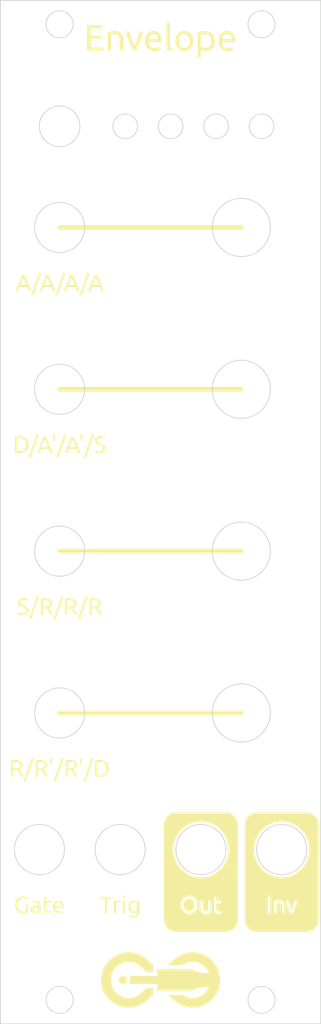
<source format=kicad_pcb>
(kicad_pcb (version 20240108) (generator "pcbnew") (generator_version "8.0")
  (title_block (title "Envelope Faceplate") (date "2024-05-20") (rev "v2.0") (company "Free Modular"))
  (layers (0 "F.Cu" signal) (31 "B.Cu" signal) (34 "B.Paste" user) (35 "F.Paste" user) (36 "B.SilkS" user "B.Silkscreen") (37 "F.SilkS" user "F.Silkscreen") (38 "B.Mask" user) (39 "F.Mask" user) (44 "Edge.Cuts" user))
  (net 0 "")
  (gr_poly (pts (xy 70.049999 139.79) (xy 70.049718 139.826984) (xy 70.048874 139.864437) (xy 70.047468 139.902358) (xy 70.045499 139.940748) (xy 70.042968 139.979607) (xy 70.039874 140.018935) (xy 70.036218 140.058732) (xy 70.031999 140.098998) (xy 70.022437 140.178499) (xy 70.011749 140.257998) (xy 69.999937 140.337498) (xy 69.987 140.416999) (xy 69.821999 140.416999) (xy 69.809062 140.337498) (xy 69.797249 140.257998) (xy 69.786562 140.178499) (xy 69.776999 140.098998) (xy 69.772781 140.058685) (xy 69.769124 140.018748) (xy 69.766031 139.979185) (xy 69.763499 139.939998) (xy 69.761531 139.901185) (xy 69.760124 139.862747) (xy 69.759281 139.824683) (xy 69.758999 139.786994) (xy 69.758999 139.639998) (xy 70.049999 139.639998)) (stroke (width -0.000001)) (fill solid) (layer "F.SilkS"))
  (gr_poly (pts (xy 69.615947 78.993872) (xy 69.668259 79.107497) (xy 69.719447 79.221872) (xy 69.769509 79.336997) (xy 69.819009 79.452497) (xy 69.868509 79.570997) (xy 69.918009 79.692497) (xy 69.967509 79.816997) (xy 70.018697 79.944871) (xy 70.070259 80.076497) (xy 70.122197 80.211872) (xy 70.17451 80.350997) (xy 70.283259 80.642746) (xy 70.399509 80.959998) (xy 70.081509 80.959998) (xy 70.056384 80.892871) (xy 70.032009 80.826496) (xy 70.008384 80.760872) (xy 69.985509 80.695998) (xy 69.939759 80.563247) (xy 69.892509 80.428996) (xy 68.95051 80.428996) (xy 68.761509 80.959998) (xy 68.458509 80.959998) (xy 68.574759 80.642747) (xy 68.683509 80.350997) (xy 68.744592 80.188994) (xy 69.034509 80.188994) (xy 69.808509 80.188994) (xy 69.760509 80.05962) (xy 69.712509 79.932495) (xy 69.664509 79.807621) (xy 69.616509 79.684997) (xy 69.569447 79.563309) (xy 69.521259 79.444246) (xy 69.471947 79.327809) (xy 69.421509 79.213996) (xy 69.369572 79.327809) (xy 69.318759 79.444246) (xy 69.269072 79.563309) (xy 69.220509 79.684997) (xy 69.174009 79.807621) (xy 69.127509 79.932495) (xy 69.081009 80.05962) (xy 69.034509 80.188994) (xy 68.744592 80.188994) (xy 68.787009 80.076497) (xy 68.887509 79.816997) (xy 68.938322 79.692497) (xy 68.988759 79.570997) (xy 69.038822 79.452497) (xy 69.088509 79.336997) (xy 69.138572 79.221872) (xy 69.189759 79.107497) (xy 69.242072 78.993872) (xy 69.295509 78.880996) (xy 69.562509 78.880996)) (stroke (width -0.000001)) (fill solid) (layer "F.SilkS"))
  (gr_poly (pts (xy 69.284437 99.313873) (xy 69.336749 99.427497) (xy 69.387937 99.541872) (xy 69.437999 99.656997) (xy 69.487499 99.772497) (xy 69.536999 99.890997) (xy 69.586499 100.012497) (xy 69.635999 100.136996) (xy 69.687187 100.264873) (xy 69.738749 100.396498) (xy 69.790687 100.531872) (xy 69.842999 100.670997) (xy 69.951749 100.962747) (xy 70.067999 101.279998) (xy 69.75 101.279998) (xy 69.724874 101.212873) (xy 69.700499 101.146497) (xy 69.676874 101.080872) (xy 69.653999 101.015998) (xy 69.608249 100.883247) (xy 69.560999 100.749) (xy 68.618999 100.749) (xy 68.429999 101.279998) (xy 68.126999 101.279998) (xy 68.243249 100.962747) (xy 68.351999 100.670997) (xy 68.413081 100.508998) (xy 68.702999 100.508998) (xy 69.476999 100.508998) (xy 69.428999 100.379623) (xy 69.380999 100.252498) (xy 69.332999 100.127623) (xy 69.284999 100.004996) (xy 69.237937 99.88331) (xy 69.189749 99.764247) (xy 69.140437 99.647809) (xy 69.089999 99.533996) (xy 69.038062 99.647809) (xy 68.987249 99.764247) (xy 68.937562 99.88331) (xy 68.888999 100.004996) (xy 68.842499 100.127623) (xy 68.795999 100.252498) (xy 68.749499 100.379623) (xy 68.702999 100.508998) (xy 68.413081 100.508998) (xy 68.455499 100.396498) (xy 68.555999 100.136996) (xy 68.606812 100.012497) (xy 68.657249 99.890997) (xy 68.707312 99.772497) (xy 68.756999 99.656997) (xy 68.807062 99.541872) (xy 68.858249 99.427497) (xy 68.910562 99.313873) (xy 68.963999 99.200999) (xy 69.230999 99.200999)) (stroke (width -0.000001)) (fill solid) (layer "F.SilkS"))
  (gr_poly (pts (xy 92.092692 48.299386) (xy 92.150426 48.302944) (xy 92.206398 48.308873) (xy 92.26061 48.317175) (xy 92.313061 48.327848) (xy 92.363751 48.340894) (xy 92.41268 48.356311) (xy 92.459848 48.3741) (xy 92.505255 48.394261) (xy 92.548901 48.416794) (xy 92.590786 48.441698) (xy 92.63091 48.468975) (xy 92.669274 48.498623) (xy 92.705876 48.530643) (xy 92.740717 48.565036) (xy 92.773798 48.601799) (xy 92.804992 48.640414) (xy 92.834173 48.681509) (xy 92.861342 48.725083) (xy 92.886498 48.771137) (xy 92.909642 48.81967) (xy 92.930773 48.870684) (xy 92.949892 48.924177) (xy 92.966999 48.980149) (xy 92.982092 49.038602) (xy 92.995174 49.099534) (xy 93.006242 49.162946) (xy 93.015299 49.228837) (xy 93.022342 49.297208) (xy 93.027374 49.368059) (xy 93.030393 49.441389) (xy 93.031399 49.5172) (xy 93.031399 49.590799) (xy 93.031327 49.601077) (xy 93.031111 49.611212) (xy 93.030752 49.621202) (xy 93.030249 49.631049) (xy 93.029602 49.640752) (xy 93.028811 49.650312) (xy 93.027876 49.659727) (xy 93.026798 49.668999) (xy 91.389198 49.668999) (xy 91.393277 49.714873) (xy 91.398614 49.759346) (xy 91.405208 49.802417) (xy 91.413061 49.844087) (xy 91.422171 49.884355) (xy 91.432539 49.923221) (xy 91.444164 49.960686) (xy 91.457048 49.996749) (xy 91.471189 50.031411) (xy 91.486588 50.064671) (xy 91.503245 50.09653) (xy 91.52116 50.126987) (xy 91.540333 50.156042) (xy 91.560764 50.183696) (xy 91.582452 50.209949) (xy 91.605398 50.234799) (xy 91.6298 50.258195) (xy 91.655855 50.280081) (xy 91.683563 50.300457) (xy 91.712924 50.319324) (xy 91.743938 50.336682) (xy 91.776605 50.352531) (xy 91.810925 50.36687) (xy 91.846899 50.379699) (xy 91.884525 50.39102) (xy 91.923805 50.400831) (xy 91.964738 50.409132) (xy 92.007324 50.415924) (xy 92.051563 50.421207) (xy 92.097455 50.424981) (xy 92.145 50.427245) (xy 92.194199 50.428) (xy 92.249399 50.427425) (xy 92.302299 50.4257) (xy 92.352899 50.422825) (xy 92.401199 50.4188) (xy 92.447199 50.413625) (xy 92.490899 50.4073) (xy 92.532298 50.399825) (xy 92.571398 50.3912) (xy 92.609276 50.380922) (xy 92.64471 50.370787) (xy 92.677701 50.360797) (xy 92.708248 50.35095) (xy 92.736351 50.341247) (xy 92.76201 50.331687) (xy 92.785226 50.322272) (xy 92.805998 50.313) (xy 92.865797 50.6718) (xy 92.855555 50.676993) (xy 92.844378 50.682221) (xy 92.832267 50.687486) (xy 92.819222 50.692787) (xy 92.805242 50.698124) (xy 92.790328 50.703496) (xy 92.757697 50.71435) (xy 92.721329 50.725346) (xy 92.681223 50.736487) (xy 92.637379 50.747771) (xy 92.589798 50.7592) (xy 92.540636 50.769981) (xy 92.489748 50.779325) (xy 92.437136 50.787231) (xy 92.382798 50.7937) (xy 92.326736 50.798731) (xy 92.268948 50.802325) (xy 92.209435 50.804481) (xy 92.148197 50.8052) (xy 92.071291 50.803762) (xy 91.996973 50.79945) (xy 91.960783 50.796215) (xy 91.925241 50.792262) (xy 91.890346 50.78759) (xy 91.856097 50.7822) (xy 91.822496 50.77609) (xy 91.789541 50.769262) (xy 91.757233 50.761715) (xy 91.725572 50.75345) (xy 91.694558 50.744465) (xy 91.66419 50.734762) (xy 91.63447 50.72434) (xy 91.605396 50.7132) (xy 91.577527 50.700855) (xy 91.550268 50.687971) (xy 91.52362 50.674549) (xy 91.497584 50.660587) (xy 91.472158 50.646086) (xy 91.447343 50.631046) (xy 91.423139 50.615467) (xy 91.399546 50.59935) (xy 91.376564 50.582692) (xy 91.354193 50.565496) (xy 91.332432 50.547761) (xy 91.311283 50.529487) (xy 91.290745 50.510674) (xy 91.270818 50.491322) (xy 91.251501 50.47143) (xy 91.232796 50.451) (xy 91.214683 50.430066) (xy 91.197146 50.408665) (xy 91.180183 50.386798) (xy 91.163796 50.364462) (xy 91.147983 50.34166) (xy 91.132746 50.318391) (xy 91.118083 50.294654) (xy 91.103996 50.27045) (xy 91.090483 50.245779) (xy 91.077545 50.220641) (xy 91.065183 50.195035) (xy 91.053395 50.168962) (xy 91.042183 50.142423) (xy 91.031545 50.115416) (xy 91.021483 50.087941) (xy 91.011995 50.06) (xy 90.995824 50.001853) (xy 90.981808 49.942413) (xy 90.969949 49.881678) (xy 90.960245 49.81965) (xy 90.952698 49.756328) (xy 90.947308 49.691713) (xy 90.944073 49.625803) (xy 90.942995 49.5586) (xy 90.942999 49.558599) (xy 90.944436 49.480543) (xy 90.948749 49.405075) (xy 90.955936 49.332193) (xy 90.957015 49.323999) (xy 91.398399 49.323999) (xy 92.585199 49.323999) (xy 92.585163 49.288188) (xy 92.583906 49.253203) (xy 92.581426 49.219044) (xy 92.577725 49.185712) (xy 92.572801 49.153206) (xy 92.566656 49.121527) (xy 92.559289 49.090675) (xy 92.5507 49.060649) (xy 92.540889 49.03145) (xy 92.529856 49.003077) (xy 92.517601 48.975531) (xy 92.504125 48.948812) (xy 92.489426 48.922919) (xy 92.473506 48.897852) (xy 92.456364 48.873613) (xy 92.438 48.850199) (xy 92.419151 48.827361) (xy 92.399403 48.805996) (xy 92.378757 48.786105) (xy 92.357212 48.767687) (xy 92.334769 48.750742) (xy 92.311428 48.735271) (xy 92.287188 48.721273) (xy 92.26205 48.708749) (xy 92.236013 48.697698) (xy 92.209078 48.688121) (xy 92.181245 48.680017) (xy 92.152513 48.673387) (xy 92.122882 48.66823) (xy 92.092353 48.664546) (xy 92.060926 48.662336) (xy 92.028601 48.661599) (xy 92.010327 48.661833) (xy 91.992304 48.662534) (xy 91.974533 48.663702) (xy 91.957013 48.665337) (xy 91.939745 48.667439) (xy 91.922729 48.670009) (xy 91.905964 48.673045) (xy 91.889451 48.676549) (xy 91.873189 48.68052) (xy 91.857179 48.684959) (xy 91.84142 48.689864) (xy 91.825913 48.695237) (xy 91.810658 48.701077) (xy 91.795654 48.707384) (xy 91.780902 48.714158) (xy 91.766401 48.721399) (xy 91.752727 48.728443) (xy 91.739305 48.735774) (xy 91.726134 48.743393) (xy 91.713214 48.751299) (xy 91.700546 48.759493) (xy 91.68813 48.767974) (xy 91.675965 48.776743) (xy 91.664052 48.785799) (xy 91.65239 48.795143) (xy 91.640979 48.804774) (xy 91.629821 48.814693) (xy 91.618914 48.824899) (xy 91.608258 48.835393) (xy 91.597854 48.846174) (xy 91.587702 48.857243) (xy 91.577801 48.868599) (xy 91.568151 48.880207) (xy 91.558754 48.892031) (xy 91.549608 48.90407) (xy 91.540713 48.916324) (xy 91.53207 48.928795) (xy 91.523678 48.941481) (xy 91.515539 48.954382) (xy 91.50765 48.967499) (xy 91.500013 48.980832) (xy 91.492628 48.99438) (xy 91.485494 49.008145) (xy 91.478612 49.022124) (xy 91.471982 49.03632) (xy 91.465603 49.05073) (xy 91.459476 49.065357) (xy 91.4536 49.080199) (xy 91.443681 49.110171) (xy 91.434624 49.140287) (xy 91.42643 49.170546) (xy 91.419099 49.200949) (xy 91.41263 49.231496) (xy 91.407024 49.262187) (xy 91.40228 49.293021) (xy 91.398399 49.323999) (xy 90.957015 49.323999) (xy 90.960608 49.296723) (xy 90.965999 49.2619) (xy 90.972108 49.227723) (xy 90.978936 49.194193) (xy 90.986483 49.161311) (xy 90.994748 49.129075) (xy 91.003733 49.097485) (xy 91.013436 49.066543) (xy 91.023857 49.036248) (xy 91.034998 49.006599) (xy 91.046731 48.977023) (xy 91.058932 48.948093) (xy 91.0716 48.91981) (xy 91.084735 48.892174) (xy 91.098337 48.865185) (xy 91.112407 48.838843) (xy 91.126943 48.813148) (xy 91.141947 48.788099) (xy 91.157418 48.763698) (xy 91.173357 48.739943) (xy 91.189762 48.716835) (xy 91.206635 48.694375) (xy 91.223974 48.67256) (xy 91.241782 48.651393) (xy 91.260056 48.630873) (xy 91.278797 48.611) (xy 91.297952 48.591755) (xy 91.317466 48.573121) (xy 91.337339 48.555099) (xy 91.357572 48.537687) (xy 91.378164 48.520886) (xy 91.399116 48.504697) (xy 91.420427 48.489118) (xy 91.442097 48.47415) (xy 91.464127 48.459793) (xy 91.486516 48.446047) (xy 91.509264 48.432912) (xy 91.532372 48.420388) (xy 91.555839 48.408474) (xy 91.579666 48.397172) (xy 91.603852 48.386481) (xy 91.628397 48.3764) (xy 91.653158 48.36693) (xy 91.677991 48.358072) (xy 91.702895 48.349824) (xy 91.727872 48.342187) (xy 91.75292 48.335162) (xy 91.778041 48.328747) (xy 91.803233 48.322943) (xy 91.828497 48.31775) (xy 91.853833 48.313168) (xy 91.879241 48.309197) (xy 91.90472 48.305836) (xy 91.930272 48.303087) (xy 91.955896 48.300949) (xy 91.981591 48.299422) (xy 92.007358 48.298505) (xy 92.033197 48.2982)) (stroke (width -0.000001)) (fill solid) (layer "F.SilkS"))
  (gr_poly (pts (xy 65.44493 139.820643) (xy 65.497219 139.822577) (xy 65.547867 139.8258) (xy 65.596875 139.830311) (xy 65.644242 139.836112) (xy 65.689969 139.843202) (xy 65.734055 139.851581) (xy 65.7765 139.861249) (xy 65.817305 139.872206) (xy 65.856469 139.884452) (xy 65.893992 139.897987) (xy 65.929875 139.912812) (xy 65.964117 139.928925) (xy 65.996719 139.946328) (xy 66.02768 139.965019) (xy 66.057 139.985) (xy 66.084973 140.006258) (xy 66.11114 140.028781) (xy 66.135504 140.05257) (xy 66.158062 140.077624) (xy 66.168665 140.090626) (xy 66.178816 140.103944) (xy 66.188516 140.117579) (xy 66.197765 140.13153) (xy 66.206563 140.145797) (xy 66.21491 140.160381) (xy 66.23025 140.190497) (xy 66.243785 140.22188) (xy 66.255515 140.254528) (xy 66.265441 140.288442) (xy 66.273562 140.323621) (xy 66.279879 140.360066) (xy 66.28439 140.397777) (xy 66.287098 140.436754) (xy 66.288 140.476996) (xy 66.287566 140.502637) (xy 66.286265 140.527809) (xy 66.284098 140.552512) (xy 66.281062 140.576746) (xy 66.27716 140.600511) (xy 66.27239 140.623808) (xy 66.266754 140.646636) (xy 66.26025 140.668995) (xy 66.252879 140.690885) (xy 66.24464 140.712307) (xy 66.235535 140.733259) (xy 66.225562 140.753744) (xy 66.214722 140.773759) (xy 66.203015 140.793306) (xy 66.190441 140.812383) (xy 66.177 140.830993) (xy 66.16309 140.849076) (xy 66.148359 140.866573) (xy 66.132808 140.883484) (xy 66.116437 140.899809) (xy 66.099246 140.915548) (xy 66.081234 140.9307) (xy 66.062402 140.945267) (xy 66.04275 140.959248) (xy 66.022277 140.972642) (xy 66.000984 140.98545) (xy 65.978871 140.997673) (xy 65.955937 141.009309) (xy 65.932183 141.02036) (xy 65.907609 141.030824) (xy 65.882215 141.040702) (xy 65.856 141.049994) (xy 65.8815 141.082433) (xy 65.91 141.119746) (xy 65.9415 141.161935) (xy 65.976 141.208999) (xy 65.994796 141.233372) (xy 66.013687 141.258497) (xy 66.032671 141.284372) (xy 66.051749 141.310997) (xy 66.070921 141.338372) (xy 66.090187 141.366497) (xy 66.109546 141.395371) (xy 66.128999 141.424994) (xy 66.167812 141.484246) (xy 66.20625 141.544997) (xy 66.244312 141.607247) (xy 66.281999 141.670997) (xy 66.301124 141.703106) (xy 66.319499 141.734933) (xy 66.337124 141.76648) (xy 66.353999 141.797746) (xy 66.370124 141.82873) (xy 66.385499 141.859434) (xy 66.400124 141.889856) (xy 66.413999 141.919997) (xy 66.095999 141.919997) (xy 66.065249 141.862811) (xy 66.032999 141.805248) (xy 65.999249 141.747309) (xy 65.964 141.688994) (xy 65.929312 141.631246) (xy 65.89425 141.574996) (xy 65.858812 141.520245) (xy 65.823 141.466994) (xy 65.787 141.413932) (xy 65.751 141.362745) (xy 65.715 141.313434) (xy 65.697 141.289481) (xy 65.679 141.265998) (xy 65.64525 141.220995) (xy 65.613 141.178994) (xy 65.58225 141.139994) (xy 65.553 141.103995) (xy 65.533312 141.105307) (xy 65.51325 141.106244) (xy 65.492812 141.106806) (xy 65.472 141.106994) (xy 65.13 141.106994) (xy 65.13 141.919997) (xy 64.839 141.919997) (xy 64.839 140.083999) (xy 65.13 140.083999) (xy 65.13 140.866996) (xy 65.337 140.866996) (xy 65.374031 140.866762) (xy 65.410125 140.866059) (xy 65.445281 140.864887) (xy 65.4795 140.863247) (xy 65.512781 140.861138) (xy 65.545125 140.85856) (xy 65.576531 140.855513) (xy 65.607 140.851996) (xy 65.63639 140.847824) (xy 65.664562 140.842808) (xy 65.691515 140.836949) (xy 65.71725 140.830246) (xy 65.741765 140.822699) (xy 65.753566 140.81861) (xy 65.765062 140.814309) (xy 65.776254 140.809798) (xy 65.78714 140.805075) (xy 65.797722 140.800142) (xy 65.808 140.794997) (xy 65.818348 140.789618) (xy 65.828391 140.783982) (xy 65.838129 140.778087) (xy 65.847562 140.771935) (xy 65.856691 140.765524) (xy 65.865516 140.758856) (xy 65.874035 140.751931) (xy 65.88225 140.744747) (xy 65.89016 140.737306) (xy 65.897766 140.729607) (xy 65.905066 140.72165) (xy 65.912062 140.713436) (xy 65.918754 140.704963) (xy 65.925141 140.696233) (xy 65.931223 140.687246) (xy 65.937 140.678) (xy 65.942449 140.668063) (xy 65.947547 140.65775) (xy 65.952293 140.647062) (xy 65.956688 140.635999) (xy 65.960731 140.624561) (xy 65.964422 140.612749) (xy 65.967762 140.600561) (xy 65.97075 140.587998) (xy 65.973387 140.575061) (xy 65.975672 140.561748) (xy 65.977606 140.548061) (xy 65.979188 140.533998) (xy 65.980418 140.51956) (xy 65.981297 140.504748) (xy 65.981824 140.489561) (xy 65.982 140.473998) (xy 65.981824 140.459525) (xy 65.981297 140.445357) (xy 65.980418 140.431493) (xy 65.979188 140.417935) (xy 65.977606 140.404681) (xy 65.975672 140.391732) (xy 65.973387 140.379087) (xy 65.97075 140.366748) (xy 65.967762 140.354713) (xy 65.964422 140.342983) (xy 65.960731 140.331557) (xy 65.956688 140.320436) (xy 65.952293 140.30962) (xy 65.947547 140.299108) (xy 65.942449 140.288901) (xy 65.937 140.278998) (xy 65.931246 140.269377) (xy 65.925234 140.260013) (xy 65.918965 140.250908) (xy 65.912437 140.24206) (xy 65.905652 140.23347) (xy 65.898609 140.225137) (xy 65.891308 140.217063) (xy 65.88375 140.209247) (xy 65.875933 140.201688) (xy 65.867859 140.194387) (xy 65.859527 140.187344) (xy 65.850937 140.180559) (xy 65.84209 140.174032) (xy 65.832984 140.167763) (xy 65.823621 140.161751) (xy 65.814 140.155997) (xy 65.804508 140.150478) (xy 65.794781 140.145169) (xy 65.78482 140.140072) (xy 65.774625 140.135185) (xy 65.764195 140.130509) (xy 65.753531 140.126044) (xy 65.742633 140.12179) (xy 65.7315 140.117746) (xy 65.720133 140.113914) (xy 65.708531 140.110293) (xy 65.696695 140.106882) (xy 65.684625 140.103682) (xy 65.67232 140.100694) (xy 65.659781 140.097916) (xy 65.647008 140.095349) (xy 65.634 140.092994) (xy 65.608266 140.088775) (xy 65.582063 140.085119) (xy 65.555391 140.082025) (xy 65.52825 140.079494) (xy 65.500641 140.077526) (xy 65.472563 140.076121) (xy 65.444016 140.075277) (xy 65.415 140.074996) (xy 65.327437 140.075558) (xy 65.25075 140.077246) (xy 65.184937 140.080059) (xy 65.156109 140.081888) (xy 65.13 140.083999) (xy 64.839 140.083999) (xy 64.839 139.870994) (xy 64.870172 139.863823) (xy 64.902188 139.857308) (xy 64.935047 139.851449) (xy 64.96875 139.846247) (xy 65.003297 139.8417) (xy 65.038688 139.83781) (xy 65.074922 139.834577) (xy 65.112 139.832) (xy 65.186813 139.826748) (xy 65.25825 139.822998) (xy 65.326313 139.820748) (xy 65.391 139.819999)) (stroke (width -0.000001)) (fill solid) (layer "F.SilkS"))
  (gr_poly (pts (xy 70.364999 99.149997) (xy 70.364718 99.186981) (xy 70.363874 99.224434) (xy 70.362468 99.262356) (xy 70.360499 99.300747) (xy 70.357968 99.339607) (xy 70.354874 99.378935) (xy 70.351218 99.418732) (xy 70.346999 99.458999) (xy 70.337437 99.538498) (xy 70.326749 99.617998) (xy 70.314937 99.697498) (xy 70.302 99.776999) (xy 70.136999 99.776999) (xy 70.124062 99.697498) (xy 70.112249 99.617998) (xy 70.101562 99.538498) (xy 70.092 99.458999) (xy 70.087781 99.418686) (xy 70.084124 99.378748) (xy 70.081031 99.339185) (xy 70.078499 99.299997) (xy 70.076531 99.261185) (xy 70.075124 99.222748) (xy 70.074281 99.184685) (xy 70.073999 99.146998) (xy 70.073999 98.999999) (xy 70.364999 98.999999)) (stroke (width -0.000001)) (fill solid) (layer "F.SilkS"))
  (gr_poly (pts (xy 67.645499 81.514998) (xy 67.360499 81.514998) (xy 68.377499 78.610995) (xy 68.656499 78.610995)) (stroke (width -0.000001)) (fill solid) (layer "F.SilkS"))
  (gr_poly (pts (xy 75.699936 78.993872) (xy 75.752249 79.107497) (xy 75.803436 79.221872) (xy 75.853498 79.336997) (xy 75.902998 79.452497) (xy 75.952498 79.570997) (xy 76.001998 79.692497) (xy 76.051498 79.816997) (xy 76.102686 79.944871) (xy 76.154248 80.076497) (xy 76.206186 80.211872) (xy 76.258498 80.350997) (xy 76.367248 80.642746) (xy 76.483499 80.959998) (xy 76.165499 80.959998) (xy 76.140374 80.892871) (xy 76.115999 80.826496) (xy 76.092374 80.760872) (xy 76.069499 80.695998) (xy 76.023748 80.563247) (xy 75.976499 80.428996) (xy 75.034499 80.428996) (xy 74.845499 80.959998) (xy 74.542499 80.959998) (xy 74.658749 80.642747) (xy 74.767499 80.350997) (xy 74.828582 80.188994) (xy 75.118499 80.188994) (xy 75.892499 80.188994) (xy 75.844499 80.05962) (xy 75.796499 79.932495) (xy 75.748499 79.807621) (xy 75.7005 79.684997) (xy 75.653437 79.563309) (xy 75.605249 79.444246) (xy 75.555936 79.327809) (xy 75.505499 79.213996) (xy 75.453561 79.327809) (xy 75.402749 79.444246) (xy 75.353061 79.563309) (xy 75.304499 79.684997) (xy 75.257999 79.807621) (xy 75.211499 79.932495) (xy 75.164999 80.05962) (xy 75.118499 80.188994) (xy 74.828582 80.188994) (xy 74.870999 80.076497) (xy 74.971498 79.816997) (xy 75.022311 79.692497) (xy 75.072749 79.570997) (xy 75.122811 79.452497) (xy 75.172499 79.336997) (xy 75.222561 79.221872) (xy 75.273748 79.107497) (xy 75.326061 78.993872) (xy 75.379498 78.880996) (xy 75.646499 78.880996)) (stroke (width -0.000001)) (fill solid) (layer "F.SilkS"))
  (gr_line (start 70.949999 72.959998) (end 93.809999 72.959998) (stroke (width 0.599999)) (layer "F.SilkS"))
  (gr_poly (pts (xy 84.815998 50.055399) (xy 84.816286 50.081274) (xy 84.817148 50.105999) (xy 84.818586 50.129574) (xy 84.820598 50.151999) (xy 84.823186 50.173274) (xy 84.826348 50.193399) (xy 84.830086 50.212374) (xy 84.834398 50.230199) (xy 84.836788 50.238717) (xy 84.839357 50.247018) (xy 84.842107 50.255104) (xy 84.845036 50.262974) (xy 84.848144 50.270629) (xy 84.851432 50.278068) (xy 84.8549 50.285292) (xy 84.858548 50.292299) (xy 84.862375 50.299092) (xy 84.866382 50.305668) (xy 84.870569 50.312029) (xy 84.874935 50.318174) (xy 84.879481 50.324104) (xy 84.884207 50.329818) (xy 84.889112 50.335317) (xy 84.894197 50.3406) (xy 84.89948 50.345703) (xy 84.904979 50.350662) (xy 84.910693 50.355478) (xy 84.916622 50.36015) (xy 84.922767 50.364678) (xy 84.929128 50.369062) (xy 84.935705 50.373303) (xy 84.942497 50.3774) (xy 84.949505 50.381353) (xy 84.956728 50.385162) (xy 84.964167 50.388828) (xy 84.971822 50.39235) (xy 84.979692 50.395728) (xy 84.987778 50.398962) (xy 84.99608 50.402053) (xy 85.004597 50.405) (xy 85.02235 50.409528) (xy 85.041109 50.413912) (xy 85.060875 50.418153) (xy 85.081647 50.42225) (xy 85.103425 50.426203) (xy 85.126209 50.430012) (xy 85.15 50.433678) (xy 85.174797 50.4372) (xy 85.114998 50.796) (xy 85.066446 50.794257) (xy 85.019692 50.791328) (xy 84.974734 50.787213) (xy 84.931573 50.781912) (xy 84.890209 50.775425) (xy 84.850642 50.767753) (xy 84.812872 50.758894) (xy 84.776898 50.748849) (xy 84.742722 50.737619) (xy 84.710342 50.725203) (xy 84.679759 50.7116) (xy 84.650973 50.696812) (xy 84.623984 50.680838) (xy 84.598792 50.663678) (xy 84.575397 50.645332) (xy 84.553799 50.6258) (xy 84.533746 50.604974) (xy 84.514986 50.582747) (xy 84.497521 50.559118) (xy 84.481349 50.534087) (xy 84.466471 50.507655) (xy 84.452887 50.479822) (xy 84.440596 50.450586) (xy 84.429599 50.41995) (xy 84.419896 50.387911) (xy 84.411486 50.354472) (xy 84.404371 50.31963) (xy 84.398549 50.283387) (xy 84.394021 50.245743) (xy 84.390786 50.206697) (xy 84.388846 50.166249) (xy 84.388199 50.1244) (xy 84.388199 47.254) (xy 84.815998 47.1804)) (stroke (width -0.000001)) (fill solid) (layer "F.SilkS"))
  (gr_poly (pts (xy 72.281929 139.820643) (xy 72.334218 139.822577) (xy 72.384866 139.8258) (xy 72.433874 139.830311) (xy 72.481241 139.836112) (xy 72.526968 139.843202) (xy 72.571054 139.851581) (xy 72.613499 139.861249) (xy 72.654304 139.872206) (xy 72.693468 139.884452) (xy 72.730991 139.897987) (xy 72.766874 139.912812) (xy 72.801116 139.928925) (xy 72.833718 139.946328) (xy 72.864679 139.965019) (xy 72.893999 139.985) (xy 72.921972 140.006258) (xy 72.94814 140.028781) (xy 72.972503 140.05257) (xy 72.995062 140.077624) (xy 73.005664 140.090626) (xy 73.015816 140.103944) (xy 73.025516 140.117579) (xy 73.034765 140.13153) (xy 73.043563 140.145797) (xy 73.051909 140.160381) (xy 73.067249 140.190497) (xy 73.080784 140.22188) (xy 73.092515 140.254528) (xy 73.102441 140.288442) (xy 73.110562 140.323621) (xy 73.116878 140.360066) (xy 73.12139 140.397777) (xy 73.124097 140.436754) (xy 73.124999 140.476996) (xy 73.124565 140.502637) (xy 73.123265 140.527809) (xy 73.121097 140.552512) (xy 73.118062 140.576746) (xy 73.114159 140.600511) (xy 73.10939 140.623808) (xy 73.103753 140.646636) (xy 73.097249 140.668995) (xy 73.089878 140.690885) (xy 73.08164 140.712307) (xy 73.072534 140.733259) (xy 73.062562 140.753744) (xy 73.051722 140.773759) (xy 73.040015 140.793306) (xy 73.02744 140.812383) (xy 73.013999 140.830993) (xy 73.000089 140.849076) (xy 72.985358 140.866573) (xy 72.969807 140.883484) (xy 72.953436 140.899809) (xy 72.936245 140.915548) (xy 72.918233 140.9307) (xy 72.899401 140.945267) (xy 72.879749 140.959248) (xy 72.859276 140.972642) (xy 72.837983 140.98545) (xy 72.81587 140.997673) (xy 72.792936 141.009309) (xy 72.769183 141.02036) (xy 72.744608 141.030824) (xy 72.719214 141.040702) (xy 72.692999 141.049994) (xy 72.718499 141.082433) (xy 72.746999 141.119746) (xy 72.778499 141.161935) (xy 72.812999 141.208999) (xy 72.831796 141.233372) (xy 72.850686 141.258497) (xy 72.869671 141.284372) (xy 72.888749 141.310997) (xy 72.907921 141.338372) (xy 72.927186 141.366497) (xy 72.946546 141.395371) (xy 72.965999 141.424994) (xy 73.004811 141.484246) (xy 73.043249 141.544997) (xy 73.081311 141.607247) (xy 73.118999 141.670997) (xy 73.138124 141.703106) (xy 73.156499 141.734933) (xy 73.174124 141.76648) (xy 73.190999 141.797746) (xy 73.207124 141.82873) (xy 73.222499 141.859434) (xy 73.237124 141.889856) (xy 73.250998 141.919997) (xy 72.932999 141.919997) (xy 72.902249 141.862811) (xy 72.869999 141.805248) (xy 72.836249 141.747309) (xy 72.800999 141.688994) (xy 72.766311 141.631246) (xy 72.731249 141.574996) (xy 72.695812 141.520245) (xy 72.659999 141.466994) (xy 72.623999 141.413932) (xy 72.587999 141.362745) (xy 72.551999 141.313434) (xy 72.533999 141.289481) (xy 72.515999 141.265998) (xy 72.482249 141.220995) (xy 72.449999 141.178994) (xy 72.419249 141.139994) (xy 72.389999 141.103995) (xy 72.370312 141.105307) (xy 72.350249 141.106244) (xy 72.329812 141.106806) (xy 72.308999 141.106994) (xy 71.966999 141.106994) (xy 71.966999 141.919997) (xy 71.675999 141.919997) (xy 71.675999 140.083999) (xy 71.966999 140.083999) (xy 71.966999 140.866996) (xy 72.173999 140.866996) (xy 72.21103 140.866762) (xy 72.247124 140.866059) (xy 72.28228 140.864887) (xy 72.316499 140.863247) (xy 72.349781 140.861138) (xy 72.382124 140.85856) (xy 72.413531 140.855513) (xy 72.443999 140.851996) (xy 72.47339 140.847824) (xy 72.501562 140.842808) (xy 72.528515 140.836949) (xy 72.554249 140.830246) (xy 72.578764 140.822699) (xy 72.590565 140.81861) (xy 72.602061 140.814309) (xy 72.613253 140.809798) (xy 72.624139 140.805075) (xy 72.634721 140.800142) (xy 72.644999 140.794997) (xy 72.655346 140.789618) (xy 72.665389 140.783982) (xy 72.675128 140.778087) (xy 72.684561 140.771935) (xy 72.69369 140.765524) (xy 72.702515 140.758856) (xy 72.711034 140.751931) (xy 72.719249 140.744747) (xy 72.727159 140.737306) (xy 72.734765 140.729607) (xy 72.742065 140.72165) (xy 72.749061 140.713436) (xy 72.755753 140.704963) (xy 72.76214 140.696233) (xy 72.768222 140.687246) (xy 72.773999 140.678) (xy 72.779448 140.668063) (xy 72.784546 140.65775) (xy 72.789292 140.647062) (xy 72.793687 140.635999) (xy 72.79773 140.624561) (xy 72.801421 140.612749) (xy 72.804761 140.600561) (xy 72.807749 140.587998) (xy 72.810386 140.575061) (xy 72.812671 140.561748) (xy 72.814605 140.548061) (xy 72.816187 140.533998) (xy 72.817417 140.51956) (xy 72.818296 140.504748) (xy 72.818824 140.489561) (xy 72.818999 140.473998) (xy 72.818824 140.459525) (xy 72.818296 140.445357) (xy 72.817417 140.431493) (xy 72.816187 140.417935) (xy 72.814605 140.404681) (xy 72.812671 140.391732) (xy 72.810386 140.379087) (xy 72.807749 140.366748) (xy 72.804761 140.354713) (xy 72.801421 140.342983) (xy 72.79773 140.331557) (xy 72.793687 140.320436) (xy 72.789292 140.30962) (xy 72.784546 140.299108) (xy 72.779448 140.288901) (xy 72.773999 140.278998) (xy 72.768245 140.269377) (xy 72.762233 140.260013) (xy 72.755964 140.250908) (xy 72.749436 140.24206) (xy 72.742651 140.23347) (xy 72.735608 140.225137) (xy 72.728307 140.217063) (xy 72.720749 140.209247) (xy 72.712933 140.201688) (xy 72.704858 140.194387) (xy 72.696526 140.187344) (xy 72.687937 140.180559) (xy 72.679089 140.174032) (xy 72.669983 140.167763) (xy 72.66062 140.161751) (xy 72.650999 140.155997) (xy 72.641507 140.150478) (xy 72.63178 140.145169) (xy 72.621819 140.140072) (xy 72.611624 140.135185) (xy 72.601194 140.130509) (xy 72.59053 140.126044) (xy 72.579632 140.12179) (xy 72.568499 140.117746) (xy 72.557132 140.113914) (xy 72.54553 140.110293) (xy 72.533694 140.106882) (xy 72.521624 140.103682) (xy 72.509319 140.100694) (xy 72.49678 140.097916) (xy 72.484007 140.095349) (xy 72.470999 140.092994) (xy 72.445264 140.088775) (xy 72.419061 140.085119) (xy 72.39239 140.082025) (xy 72.365249 140.079494) (xy 72.33764 140.077526) (xy 72.309561 140.076121) (xy 72.281015 140.075277) (xy 72.251999 140.074996) (xy 72.164437 140.075558) (xy 72.087749 140.077246) (xy 72.021937 140.080059) (xy 71.993108 140.081888) (xy 71.966999 140.083999) (xy 71.675999 140.083999) (xy 71.675999 139.870994) (xy 71.707171 139.863823) (xy 71.739187 139.857308) (xy 71.772046 139.851449) (xy 71.805749 139.846247) (xy 71.840296 139.8417) (xy 71.875687 139.83781) (xy 71.911921 139.834577) (xy 71.948999 139.832) (xy 72.023812 139.826748) (xy 72.095249 139.822998) (xy 72.163311 139.820748) (xy 72.227999 139.819999)) (stroke (width -0.000001)) (fill solid) (layer "F.SilkS"))
  (gr_poly (pts (xy 80.405951 157.477465) (xy 80.45231 157.478872) (xy 80.497076 157.481216) (xy 80.540247 157.484498) (xy 80.581826 157.488718) (xy 80.62181 157.493875) (xy 80.6602 157.49997) (xy 80.696997 157.507003) (xy 80.767497 157.520314) (xy 80.831997 157.53325) (xy 80.890497 157.545811) (xy 80.942997 157.557998) (xy 80.942997 158.949996) (xy 80.94227 158.994223) (xy 80.940091 159.036904) (xy 80.936458 159.078037) (xy 80.931372 159.117624) (xy 80.924833 159.155663) (xy 80.916841 159.192155) (xy 80.907396 159.227101) (xy 80.896498 159.260499) (xy 80.884146 159.292351) (xy 80.870342 159.322655) (xy 80.855084 159.351413) (xy 80.838373 159.378624) (xy 80.820209 159.404288) (xy 80.800592 159.428405) (xy 80.779522 159.450975) (xy 80.756998 159.471999) (xy 80.732998 159.491617) (xy 80.707498 159.509969) (xy 80.680498 159.527055) (xy 80.651998 159.542875) (xy 80.621998 159.55743) (xy 80.590498 159.570719) (xy 80.557498 159.582743) (xy 80.522998 159.593501) (xy 80.486998 159.602993) (xy 80.449498 159.61122) (xy 80.410497 159.618181) (xy 80.369997 159.623877) (xy 80.327997 159.628306) (xy 80.284497 159.63147) (xy 80.239497 159.633369) (xy 80.192997 159.634002) (xy 80.156481 159.633627) (xy 80.120435 159.632501) (xy 80.084857 159.630626) (xy 80.049747 159.628) (xy 80.015107 159.624625) (xy 79.980935 159.620499) (xy 79.947232 159.615624) (xy 79.913998 159.61) (xy 79.882263 159.603859) (xy 79.85156 159.597437) (xy 79.821888 159.590734) (xy 79.793248 159.583749) (xy 79.765638 159.576483) (xy 79.73906 159.568936) (xy 79.713513 159.561109) (xy 79.688997 159.553) (xy 79.739998 159.309997) (xy 79.76156 159.318107) (xy 79.784248 159.325935) (xy 79.80806 159.333482) (xy 79.832997 159.340748) (xy 79.85906 159.347732) (xy 79.886247 159.354434) (xy 79.91456 159.360856) (xy 79.943998 159.366996) (xy 79.974889 159.373326) (xy 80.00606 159.378811) (xy 80.037513 159.383451) (xy 80.069248 159.387248) (xy 80.101263 159.390201) (xy 80.13356 159.392309) (xy 80.166138 159.393575) (xy 80.198997 159.393996) (xy 80.229572 159.39361) (xy 80.259044 159.392449) (xy 80.287416 159.390516) (xy 80.314685 159.387809) (xy 80.340853 159.384329) (xy 80.36592 159.380075) (xy 80.389884 159.375048) (xy 80.412748 159.369247) (xy 80.434509 159.362673) (xy 80.455169 159.355326) (xy 80.474728 159.347205) (xy 80.493185 159.33831) (xy 80.510541 159.328642) (xy 80.526795 159.318201) (xy 80.541947 159.306986) (xy 80.555998 159.294997) (xy 80.569439 159.282166) (xy 80.582013 159.268421) (xy 80.59372 159.253761) (xy 80.60456 159.238188) (xy 80.614533 159.2217) (xy 80.623638 159.204298) (xy 80.631877 159.185981) (xy 80.639248 159.166751) (xy 80.645752 159.146606) (xy 80.651388 159.125548) (xy 80.656158 159.103575) (xy 80.66006 159.080689) (xy 80.663096 159.056888) (xy 80.665264 159.032173) (xy 80.666564 159.006545) (xy 80.666998 158.980002) (xy 80.666998 158.914001) (xy 80.662228 158.917059) (xy 80.65692 158.920234) (xy 80.651072 158.923527) (xy 80.644685 158.926937) (xy 80.630294 158.934108) (xy 80.613747 158.941748) (xy 80.595044 158.949856) (xy 80.574185 158.958434) (xy 80.551169 158.967481) (xy 80.525997 158.976996) (xy 80.513107 158.981356) (xy 80.499935 158.985435) (xy 80.486482 158.989232) (xy 80.472748 158.992748) (xy 80.458732 158.995982) (xy 80.444435 158.998936) (xy 80.429857 159.001608) (xy 80.414998 159.003999) (xy 80.399857 159.006108) (xy 80.384436 159.007937) (xy 80.368732 159.009484) (xy 80.352748 159.010749) (xy 80.319935 159.012437) (xy 80.285997 159.013) (xy 80.250982 159.012296) (xy 80.216435 159.010187) (xy 80.182357 159.006672) (xy 80.148747 159.00175) (xy 80.132118 158.998762) (xy 80.115607 158.995422) (xy 80.099212 158.991731) (xy 80.082935 158.987688) (xy 80.066774 158.983294) (xy 80.050731 158.978548) (xy 80.034806 158.97345) (xy 80.018997 158.968001) (xy 80.00374 158.962188) (xy 79.988716 158.955999) (xy 79.973927 158.949436) (xy 79.959373 158.942498) (xy 79.945053 158.935185) (xy 79.930967 158.927497) (xy 79.917115 158.919435) (xy 79.903498 158.910997) (xy 79.890115 158.902185) (xy 79.876967 158.892998) (xy 79.864053 158.883436) (xy 79.851373 158.873499) (xy 79.838927 158.863187) (xy 79.826716 158.8525) (xy 79.81474 158.841438) (xy 79.802998 158.830001) (xy 79.791525 158.817825) (xy 79.780357 158.805297) (xy 79.769494 158.792417) (xy 79.758935 158.779186) (xy 79.748681 158.765604) (xy 79.738732 158.75167) (xy 79.729087 158.737385) (xy 79.719748 158.722748) (xy 79.710712 158.707759) (xy 79.701982 158.69242) (xy 79.693556 158.676729) (xy 79.685435 158.660686) (xy 79.677619 158.644292) (xy 79.670107 158.627546) (xy 79.6629 158.61045) (xy 79.655998 158.593001) (xy 79.649459 158.575165) (xy 79.643342 158.556907) (xy 79.637646 158.538227) (xy 79.632373 158.519125) (xy 79.627521 158.499602) (xy 79.623091 158.479656) (xy 79.619083 158.459289) (xy 79.615497 158.438499) (xy 79.612333 158.417288) (xy 79.609591 158.395655) (xy 79.607271 158.3736) (xy 79.605372 158.351123) (xy 79.603896 158.328224) (xy 79.602841 158.304903) (xy 79.602208 158.28116) (xy 79.602024 158.260001) (xy 79.892998 158.260001) (xy 79.893513 158.293141) (xy 79.89506 158.325062) (xy 79.897638 158.355765) (xy 79.901248 158.385249) (xy 79.905888 158.413515) (xy 79.91156 158.440561) (xy 79.918263 158.466388) (xy 79.922001 158.478845) (xy 79.925997 158.490996) (xy 79.930579 158.502868) (xy 79.935325 158.514482) (xy 79.940235 158.525838) (xy 79.945309 158.536936) (xy 79.950548 158.547776) (xy 79.95595 158.558358) (xy 79.961517 158.568683) (xy 79.967247 158.57875) (xy 79.973142 158.588558) (xy 79.9792 158.598109) (xy 79.985423 158.607403) (xy 79.99181 158.616438) (xy 79.99836 158.625215) (xy 80.005075 158.633735) (xy 80.011954 158.641997) (xy 80.018997 158.650001) (xy 80.026556 158.657747) (xy 80.034232 158.665235) (xy 80.042025 158.672465) (xy 80.049935 158.679438) (xy 80.057963 158.686152) (xy 80.066107 158.692609) (xy 80.074369 158.698808) (xy 80.082748 158.704749) (xy 80.091244 158.710432) (xy 80.099857 158.715858) (xy 80.108588 158.721025) (xy 80.117435 158.725935) (xy 80.1264 158.730587) (xy 80.135482 158.734981) (xy 80.144681 158.739117) (xy 80.153997 158.742995) (xy 80.163759 158.746629) (xy 80.173544 158.750028) (xy 80.183353 158.753193) (xy 80.193185 158.756123) (xy 80.20304 158.758819) (xy 80.212919 158.76128) (xy 80.222822 158.763507) (xy 80.232747 158.7655) (xy 80.242697 158.767258) (xy 80.252669 158.768782) (xy 80.262665 158.770071) (xy 80.272685 158.771126) (xy 80.282728 158.771947) (xy 80.292794 158.772533) (xy 80.302884 158.772884) (xy 80.312998 158.773002) (xy 80.340466 158.772533) (xy 80.367373 158.771126) (xy 80.393716 158.768782) (xy 80.419498 158.7655) (xy 80.444717 158.76128) (xy 80.469373 158.756123) (xy 80.493467 158.750028) (xy 80.516998 158.742995) (xy 80.539638 158.734606) (xy 80.56106 158.725935) (xy 80.581263 158.716983) (xy 80.600248 158.707748) (xy 80.618013 158.698233) (xy 80.63456 158.688436) (xy 80.642377 158.683432) (xy 80.649888 158.678358) (xy 80.657095 158.673213) (xy 80.663998 158.667998) (xy 80.663998 157.755996) (xy 80.653029 157.753044) (xy 80.641123 157.750185) (xy 80.628279 157.74742) (xy 80.614498 157.744748) (xy 80.599779 157.74217) (xy 80.584123 157.739686) (xy 80.567529 157.737296) (xy 80.549997 157.735) (xy 80.531951 157.732186) (xy 80.51231 157.729748) (xy 80.491076 157.727685) (xy 80.468248 157.725998) (xy 80.443826 157.724686) (xy 80.417811 157.723748) (xy 80.390201 157.723186) (xy 80.360998 157.722999) (xy 80.333272 157.723573) (xy 80.306342 157.725296) (xy 80.280209 157.728167) (xy 80.254873 157.732187) (xy 80.230334 157.737355) (xy 80.206592 157.743672) (xy 80.183647 157.751137) (xy 80.161498 157.75975) (xy 80.140146 157.769512) (xy 80.119592 157.780423) (xy 80.099834 157.792482) (xy 80.080873 157.805689) (xy 80.062709 157.820045) (xy 80.045342 157.835549) (xy 80.028772 157.852201) (xy 80.012999 157.870002) (xy 79.998467 157.888752) (xy 79.984873 157.908252) (xy 79.972217 157.928501) (xy 79.960498 157.949501) (xy 79.949716 157.971251) (xy 79.939873 157.993751) (xy 79.930966 158.017001) (xy 79.922997 158.041) (xy 79.915966 158.06575) (xy 79.909873 158.09125) (xy 79.904716 158.1175) (xy 79.900498 158.1445) (xy 79.897216 158.17225) (xy 79.894873 158.20075) (xy 79.893466 158.230001) (xy 79.892998 158.260001) (xy 79.602024 158.260001) (xy 79.601997 158.256995) (xy 79.602794 158.214715) (xy 79.605185 158.173372) (xy 79.609169 158.132966) (xy 79.614748 158.093498) (xy 79.621919 158.054968) (xy 79.626103 158.036054) (xy 79.630685 158.017374) (xy 79.635666 157.998929) (xy 79.641045 157.980718) (xy 79.646822 157.962741) (xy 79.652998 157.944999) (xy 79.659549 157.927163) (xy 79.666451 157.909655) (xy 79.673705 157.892475) (xy 79.681311 157.875623) (xy 79.689268 157.8591) (xy 79.697576 157.842904) (xy 79.706236 157.827037) (xy 79.715248 157.811498) (xy 79.724611 157.796287) (xy 79.734326 157.781404) (xy 79.744392 157.766849) (xy 79.75481 157.752622) (xy 79.76558 157.738724) (xy 79.776701 157.725153) (xy 79.788173 157.711911) (xy 79.799997 157.698997) (xy 79.812536 157.686059) (xy 79.825404 157.673497) (xy 79.838599 157.661309) (xy 79.852122 157.649497) (xy 79.865974 157.638059) (xy 79.880154 157.626997) (xy 79.894661 157.616309) (xy 79.909497 157.605997) (xy 79.924661 157.59606) (xy 79.940153 157.586498) (xy 79.955974 157.577311) (xy 79.972122 157.568498) (xy 79.988599 157.560062) (xy 80.005403 157.552) (xy 80.022536 157.544313) (xy 80.039997 157.537002) (xy 80.057763 157.529736) (xy 80.07581 157.522939) (xy 80.094138 157.51661) (xy 80.112747 157.51075) (xy 80.131638 157.505359) (xy 80.15081 157.500437) (xy 80.170263 157.495983) (xy 80.189997 157.491999) (xy 80.210013 157.488483) (xy 80.23031 157.485435) (xy 80.250888 157.482857) (xy 80.271748 157.480747) (xy 80.292888 157.479106) (xy 80.31431 157.477934) (xy 80.336014 157.477231) (xy 80.357998 157.476996)) (stroke (width -0.000001)) (fill solid) (layer "F.SilkS"))
  (gr_poly (pts (xy 68.519929 139.820643) (xy 68.572218 139.822577) (xy 68.622866 139.8258) (xy 68.671874 139.830311) (xy 68.719241 139.836112) (xy 68.764968 139.843202) (xy 68.809054 139.851581) (xy 68.851499 139.861249) (xy 68.892304 139.872206) (xy 68.931468 139.884452) (xy 68.968991 139.897987) (xy 69.004874 139.912812) (xy 69.039116 139.928925) (xy 69.071718 139.946328) (xy 69.102679 139.965019) (xy 69.131999 139.985) (xy 69.159972 140.006258) (xy 69.18614 140.028781) (xy 69.210503 140.05257) (xy 69.233062 140.077624) (xy 69.243664 140.090626) (xy 69.253816 140.103944) (xy 69.263516 140.117579) (xy 69.272765 140.13153) (xy 69.281563 140.145797) (xy 69.289909 140.160381) (xy 69.305249 140.190497) (xy 69.318785 140.22188) (xy 69.330515 140.254528) (xy 69.340441 140.288442) (xy 69.348562 140.323621) (xy 69.354878 140.360066) (xy 69.35939 140.397777) (xy 69.362097 140.436754) (xy 69.362999 140.476996) (xy 69.362566 140.502637) (xy 69.361265 140.527809) (xy 69.359097 140.552512) (xy 69.356062 140.576746) (xy 69.35216 140.600511) (xy 69.34739 140.623808) (xy 69.341753 140.646636) (xy 69.335249 140.668995) (xy 69.327878 140.690885) (xy 69.31964 140.712307) (xy 69.310534 140.733259) (xy 69.300562 140.753744) (xy 69.289722 140.773759) (xy 69.278015 140.793306) (xy 69.265441 140.812383) (xy 69.251999 140.830993) (xy 69.238089 140.849076) (xy 69.223359 140.866573) (xy 69.207808 140.883484) (xy 69.191437 140.899809) (xy 69.174245 140.915548) (xy 69.156233 140.9307) (xy 69.137401 140.945267) (xy 69.117749 140.959248) (xy 69.097276 140.972642) (xy 69.075983 140.98545) (xy 69.05387 140.997673) (xy 69.030937 141.009309) (xy 69.007183 141.02036) (xy 68.982609 141.030824) (xy 68.957214 141.040702) (xy 68.930999 141.049994) (xy 68.956499 141.082433) (xy 68.984999 141.119746) (xy 69.016499 141.161935) (xy 69.050999 141.208999) (xy 69.069796 141.233372) (xy 69.088687 141.258497) (xy 69.107671 141.284372) (xy 69.126749 141.310997) (xy 69.145921 141.338372) (xy 69.165187 141.366497) (xy 69.184546 141.395371) (xy 69.203999 141.424994) (xy 69.242812 141.484246) (xy 69.281249 141.544997) (xy 69.319312 141.607247) (xy 69.356999 141.670997) (xy 69.376124 141.703106) (xy 69.394499 141.734933) (xy 69.412124 141.76648) (xy 69.428999 141.797746) (xy 69.445124 141.82873) (xy 69.460499 141.859434) (xy 69.475124 141.889856) (xy 69.488999 141.919997) (xy 69.170999 141.919997) (xy 69.140249 141.862811) (xy 69.107999 141.805248) (xy 69.074249 141.747309) (xy 69.038999 141.688994) (xy 69.004312 141.631246) (xy 68.969249 141.574996) (xy 68.933812 141.520245) (xy 68.897999 141.466994) (xy 68.861999 141.413932) (xy 68.825999 141.362745) (xy 68.789999 141.313434) (xy 68.771999 141.289481) (xy 68.753999 141.265998) (xy 68.720249 141.220995) (xy 68.687999 141.178994) (xy 68.657249 141.139994) (xy 68.627999 141.103995) (xy 68.608312 141.105307) (xy 68.588249 141.106244) (xy 68.567812 141.106806) (xy 68.546999 141.106994) (xy 68.204999 141.106994) (xy 68.204999 141.919997) (xy 67.913999 141.919997) (xy 67.913999 140.083999) (xy 68.204999 140.083999) (xy 68.204999 140.866996) (xy 68.411999 140.866996) (xy 68.449031 140.866762) (xy 68.485124 140.866059) (xy 68.520281 140.864887) (xy 68.554499 140.863247) (xy 68.587781 140.861138) (xy 68.620124 140.85856) (xy 68.65153 140.855513) (xy 68.681999 140.851996) (xy 68.71139 140.847824) (xy 68.739562 140.842808) (xy 68.766515 140.836949) (xy 68.792249 140.830246) (xy 68.816765 140.822699) (xy 68.828565 140.81861) (xy 68.840062 140.814309) (xy 68.851253 140.809798) (xy 68.86214 140.805075) (xy 68.872722 140.800142) (xy 68.882999 140.794997) (xy 68.893347 140.789618) (xy 68.90339 140.783982) (xy 68.913128 140.778087) (xy 68.922562 140.771935) (xy 68.93169 140.765524) (xy 68.940515 140.758856) (xy 68.949034 140.751931) (xy 68.957249 140.744747) (xy 68.965159 140.737306) (xy 68.972765 140.729607) (xy 68.980065 140.72165) (xy 68.987062 140.713436) (xy 68.993753 140.704963) (xy 69.00014 140.696233) (xy 69.006222 140.687246) (xy 69.011999 140.678) (xy 69.017448 140.668063) (xy 69.022546 140.65775) (xy 69.027292 140.647062) (xy 69.031687 140.635999) (xy 69.03573 140.624561) (xy 69.039421 140.612749) (xy 69.042761 140.600561) (xy 69.045749 140.587998) (xy 69.048386 140.575061) (xy 69.050671 140.561748) (xy 69.052605 140.548061) (xy 69.054187 140.533998) (xy 69.055417 140.51956) (xy 69.056296 140.504748) (xy 69.056823 140.489561) (xy 69.056999 140.473998) (xy 69.056823 140.459525) (xy 69.056296 140.445357) (xy 69.055417 140.431493) (xy 69.054187 140.417935) (xy 69.052605 140.404681) (xy 69.050671 140.391732) (xy 69.048386 140.379087) (xy 69.045749 140.366748) (xy 69.042761 140.354713) (xy 69.039421 140.342983) (xy 69.03573 140.331557) (xy 69.031687 140.320436) (xy 69.027292 140.30962) (xy 69.022546 140.299108) (xy 69.017448 140.288901) (xy 69.011999 140.278998) (xy 69.006245 140.269377) (xy 69.000233 140.260013) (xy 68.993964 140.250908) (xy 68.987437 140.24206) (xy 68.980651 140.23347) (xy 68.973609 140.225137) (xy 68.966308 140.217063) (xy 68.958749 140.209247) (xy 68.950933 140.201688) (xy 68.942859 140.194387) (xy 68.934527 140.187344) (xy 68.925937 140.180559) (xy 68.917089 140.174032) (xy 68.907984 140.167763) (xy 68.898621 140.161751) (xy 68.888999 140.155997) (xy 68.879507 140.150478) (xy 68.869781 140.145169) (xy 68.85982 140.140072) (xy 68.849624 140.135185) (xy 68.839195 140.130509) (xy 68.82853 140.126044) (xy 68.817632 140.12179) (xy 68.806499 140.117746) (xy 68.795132 140.113914) (xy 68.78353 140.110293) (xy 68.771694 140.106882) (xy 68.759624 140.103682) (xy 68.747319 140.100694) (xy 68.73478 140.097916) (xy 68.722007 140.095349) (xy 68.708999 140.092994) (xy 68.683265 140.088775) (xy 68.657062 140.085119) (xy 68.63039 140.082025) (xy 68.603249 140.079494) (xy 68.57564 140.077526) (xy 68.547562 140.076121) (xy 68.519015 140.075277) (xy 68.489999 140.074996) (xy 68.402437 140.075558) (xy 68.325749 140.077246) (xy 68.259937 140.080059) (xy 68.231109 140.081888) (xy 68.204999 140.083999) (xy 67.913999 140.083999) (xy 67.913999 139.870994) (xy 67.945171 139.863823) (xy 67.977186 139.857308) (xy 68.010046 139.851449) (xy 68.043749 139.846247) (xy 68.078296 139.8417) (xy 68.113686 139.83781) (xy 68.149921 139.834577) (xy 68.186999 139.832) (xy 68.261812 139.826748) (xy 68.333249 139.822998) (xy 68.401312 139.820748) (xy 68.465999 139.819999)) (stroke (width -0.000001)) (fill solid) (layer "F.SilkS"))
  (gr_poly (pts (xy 65.964093 99.181031) (xy 66.025874 99.184124) (xy 66.086343 99.18928) (xy 66.145499 99.196499) (xy 66.203343 99.20578) (xy 66.259874 99.217123) (xy 66.315093 99.230529) (xy 66.368999 99.245997) (xy 66.39539 99.254142) (xy 66.421312 99.262826) (xy 66.446765 99.272048) (xy 66.471749 99.28181) (xy 66.496265 99.292111) (xy 66.520312 99.302951) (xy 66.54389 99.31433) (xy 66.566999 99.326248) (xy 66.58964 99.338705) (xy 66.611812 99.351701) (xy 66.633515 99.365237) (xy 66.654749 99.379311) (xy 66.675515 99.393924) (xy 66.695812 99.409076) (xy 66.71564 99.424767) (xy 66.734999 99.440997) (xy 66.753855 99.457404) (xy 66.772171 99.474373) (xy 66.789949 99.491905) (xy 66.807187 99.509999) (xy 66.823886 99.528655) (xy 66.840046 99.547874) (xy 66.855667 99.567655) (xy 66.870749 99.587999) (xy 66.885292 99.608906) (xy 66.899296 99.630374) (xy 66.912761 99.652406) (xy 66.925687 99.674999) (xy 66.938074 99.698156) (xy 66.949921 99.721874) (xy 66.96123 99.746155) (xy 66.971999 99.770999) (xy 66.982171 99.79603) (xy 66.991687 99.821624) (xy 67.000546 99.84778) (xy 67.008749 99.874499) (xy 67.016296 99.90178) (xy 67.023187 99.929623) (xy 67.029421 99.958029) (xy 67.034999 99.986998) (xy 67.039921 100.016529) (xy 67.044187 100.046623) (xy 67.047796 100.077279) (xy 67.050749 100.108498) (xy 67.053046 100.140279) (xy 67.054687 100.172622) (xy 67.055671 100.205529) (xy 67.056 100.238997) (xy 67.054687 100.30542) (xy 67.053046 100.337822) (xy 67.050749 100.369685) (xy 67.047796 100.40101) (xy 67.044187 100.431795) (xy 67.039921 100.462041) (xy 67.034999 100.491748) (xy 67.029421 100.520916) (xy 67.023187 100.549545) (xy 67.016296 100.577635) (xy 67.008749 100.605186) (xy 67.000546 100.632198) (xy 66.991687 100.65867) (xy 66.982171 100.684604) (xy 66.971999 100.709998) (xy 66.96123 100.73449) (xy 66.949921 100.758467) (xy 66.938074 100.781928) (xy 66.925687 100.804873) (xy 66.912761 100.827303) (xy 66.899296 100.849217) (xy 66.885292 100.870616) (xy 66.870749 100.891499) (xy 66.855667 100.911866) (xy 66.840046 100.931718) (xy 66.823886 100.951054) (xy 66.807187 100.969874) (xy 66.789949 100.988179) (xy 66.772171 101.005968) (xy 66.753855 101.023242) (xy 66.734999 101.04) (xy 66.71564 101.055879) (xy 66.695812 101.071265) (xy 66.675515 101.086159) (xy 66.65475 101.100561) (xy 66.633515 101.114471) (xy 66.611812 101.127889) (xy 66.58964 101.140815) (xy 66.566999 101.153248) (xy 66.54389 101.16519) (xy 66.520312 101.176639) (xy 66.496265 101.187596) (xy 66.471749 101.198061) (xy 66.446765 101.208034) (xy 66.421312 101.217515) (xy 66.39539 101.226503) (xy 66.368999 101.235) (xy 66.315093 101.249765) (xy 66.259874 101.262562) (xy 66.203343 101.27339) (xy 66.145499 101.282249) (xy 66.086343 101.28914) (xy 66.025874 101.294062) (xy 65.964093 101.297015) (xy 65.900999 101.297999) (xy 65.869077 101.297812) (xy 65.836312 101.297249) (xy 65.768249 101.294999) (xy 65.696812 101.291248) (xy 65.622 101.285998) (xy 65.584921 101.28342) (xy 65.548687 101.280185) (xy 65.513296 101.276295) (xy 65.47875 101.271748) (xy 65.445047 101.266544) (xy 65.412187 101.260685) (xy 65.380172 101.254169) (xy 65.349 101.246997) (xy 65.349 99.443999) (xy 65.64 99.443999) (xy 65.64 101.033999) (xy 65.647359 101.034749) (xy 65.655937 101.035499) (xy 65.67675 101.036998) (xy 65.702437 101.038499) (xy 65.733 101.04) (xy 65.770875 101.041312) (xy 65.815499 101.042249) (xy 65.866874 101.042811) (xy 65.924999 101.042998) (xy 65.975929 101.042178) (xy 66.025218 101.039717) (xy 66.072867 101.035616) (xy 66.118874 101.029873) (xy 66.163242 101.022491) (xy 66.205968 101.013467) (xy 66.247054 101.002803) (xy 66.286499 100.990499) (xy 66.324304 100.976553) (xy 66.360468 100.960967) (xy 66.394992 100.943741) (xy 66.427874 100.924874) (xy 66.459117 100.904366) (xy 66.488718 100.882218) (xy 66.516679 100.858429) (xy 66.543 100.832999) (xy 66.567703 100.805718) (xy 66.590812 100.777124) (xy 66.612328 100.747217) (xy 66.63225 100.715998) (xy 66.650578 100.683467) (xy 66.667312 100.649623) (xy 66.682453 100.614467) (xy 66.696 100.577998) (xy 66.707953 100.540217) (xy 66.718312 100.501123) (xy 66.727078 100.460717) (xy 66.73425 100.418998) (xy 66.739828 100.375967) (xy 66.743812 100.331623) (xy 66.746203 100.285966) (xy 66.747 100.238997) (xy 66.746203 100.192041) (xy 66.743812 100.14642) (xy 66.739828 100.102135) (xy 66.73425 100.059186) (xy 66.727078 100.017573) (xy 66.718312 99.977295) (xy 66.707953 99.938354) (xy 66.696 99.900748) (xy 66.682453 99.864479) (xy 66.667312 99.829545) (xy 66.650578 99.795947) (xy 66.63225 99.763685) (xy 66.612328 99.73276) (xy 66.590812 99.70317) (xy 66.567703 99.674916) (xy 66.543 99.647998) (xy 66.516679 99.622205) (xy 66.488718 99.598076) (xy 66.459117 99.575612) (xy 66.427874 99.554811) (xy 66.394992 99.535674) (xy 66.360468 99.518201) (xy 66.324304 99.502393) (xy 66.286499 99.488248) (xy 66.247054 99.475767) (xy 66.205968 99.464951) (xy 66.163242 99.455798) (xy 66.118874 99.44831) (xy 66.072867 99.442485) (xy 66.025218 99.438325) (xy 65.975929 99.435829) (xy 65.924999 99.434997) (xy 65.866874 99.435184) (xy 65.815499 99.435747) (xy 65.770875 99.436685) (xy 65.733 99.437999) (xy 65.702437 99.439498) (xy 65.67675 99.440998) (xy 65.655937 99.442498) (xy 65.64 99.443999) (xy 65.349 99.443999) (xy 65.349 99.230998) (xy 65.380172 99.223826) (xy 65.412187 99.21731) (xy 65.445047 99.211451) (xy 65.47875 99.206247) (xy 65.513297 99.2017) (xy 65.548687 99.197809) (xy 65.584921 99.194575) (xy 65.622 99.191997) (xy 65.696812 99.186747) (xy 65.768249 99.182998) (xy 65.836312 99.180749) (xy 65.900999 99.179999)) (stroke (width -0.000001)) (fill solid) (layer "F.SilkS"))
  (gr_poly (pts (xy 67.314 101.834998) (xy 67.029 101.834998) (xy 68.045999 98.930999) (xy 68.324999 98.930999)) (stroke (width -0.000001)) (fill solid) (layer "F.SilkS"))
  (gr_poly (pts (xy 66.717 142.474998) (xy 66.432 142.474998) (xy 67.449 139.570998) (xy 67.728 139.570998)) (stroke (width -0.000001)) (fill solid) (layer "F.SilkS"))
  (gr_poly (pts (xy 74.240998 142.474998) (xy 73.955998 142.474998) (xy 74.972999 139.570998) (xy 75.251998 139.570998)) (stroke (width -0.000001)) (fill solid) (layer "F.SilkS"))
  (gr_poly (pts (xy 77.604009 157.242995) (xy 76.950008 157.242995) (xy 76.950008 159.069999) (xy 76.659009 159.069999) (xy 76.659009 157.242995) (xy 76.005009 157.242995) (xy 76.005009 156.990996) (xy 77.604009 156.990996)) (stroke (width -0.000001)) (fill solid) (layer "F.SilkS"))
  (gr_poly (pts (xy 76.105687 99.153655) (xy 76.151249 99.155624) (xy 76.195687 99.158905) (xy 76.239 99.163499) (xy 76.281187 99.169405) (xy 76.32225 99.176624) (xy 76.362187 99.185155) (xy 76.401 99.194999) (xy 76.438688 99.20489) (xy 76.47375 99.215062) (xy 76.506188 99.225515) (xy 76.536 99.236249) (xy 76.563188 99.247264) (xy 76.58775 99.258561) (xy 76.599047 99.264314) (xy 76.609687 99.270138) (xy 76.619672 99.276032) (xy 76.629 99.281997) (xy 76.536 99.518996) (xy 76.527879 99.514133) (xy 76.519266 99.509294) (xy 76.51016 99.504478) (xy 76.500562 99.499685) (xy 76.490472 99.494916) (xy 76.47989 99.49017) (xy 76.468816 99.485447) (xy 76.45725 99.480748) (xy 76.43264 99.47142) (xy 76.406062 99.462186) (xy 76.377515 99.453046) (xy 76.346999 99.443999) (xy 76.33146 99.439276) (xy 76.315593 99.434858) (xy 76.299398 99.430745) (xy 76.282874 99.426936) (xy 76.266023 99.423432) (xy 76.248843 99.420233) (xy 76.213499 99.414748) (xy 76.176843 99.410482) (xy 76.138874 99.407435) (xy 76.099593 99.405607) (xy 76.058999 99.404998) (xy 76.038187 99.405279) (xy 76.017749 99.406123) (xy 75.997687 99.407529) (xy 75.977999 99.409498) (xy 75.958687 99.41203) (xy 75.939749 99.415124) (xy 75.921187 99.41878) (xy 75.902999 99.422999) (xy 75.88528 99.42778) (xy 75.868124 99.433123) (xy 75.85153 99.439029) (xy 75.843444 99.442193) (xy 75.835499 99.445498) (xy 75.827694 99.448943) (xy 75.82003 99.452529) (xy 75.812507 99.456255) (xy 75.805124 99.460122) (xy 75.797882 99.46413) (xy 75.790781 99.468278) (xy 75.78382 99.472567) (xy 75.776999 99.476996) (xy 75.770332 99.481579) (xy 75.763828 99.486325) (xy 75.757488 99.491236) (xy 75.751312 99.49631) (xy 75.7453 99.501548) (xy 75.739453 99.506951) (xy 75.733769 99.512517) (xy 75.72825 99.518248) (xy 75.722894 99.524142) (xy 75.717703 99.530201) (xy 75.712675 99.536424) (xy 75.707812 99.54281) (xy 75.703113 99.549361) (xy 75.698578 99.556076) (xy 75.694207 99.562955) (xy 75.69 99.569999) (xy 75.686367 99.576831) (xy 75.682968 99.583827) (xy 75.679804 99.590987) (xy 75.676874 99.598311) (xy 75.674179 99.605799) (xy 75.671718 99.613451) (xy 75.669491 99.621267) (xy 75.667499 99.629248) (xy 75.665741 99.637392) (xy 75.664218 99.645701) (xy 75.662929 99.654173) (xy 75.661874 99.66281) (xy 75.661054 99.67161) (xy 75.660468 99.680575) (xy 75.660116 99.689704) (xy 75.659999 99.698997) (xy 75.660128 99.709391) (xy 75.660515 99.719575) (xy 75.661159 99.729547) (xy 75.662061 99.739309) (xy 75.663222 99.74886) (xy 75.66464 99.7582) (xy 75.666316 99.767329) (xy 75.668249 99.776247) (xy 75.670441 99.784954) (xy 75.67289 99.793451) (xy 75.675597 99.801736) (xy 75.678562 99.80981) (xy 75.681785 99.817674) (xy 75.685265 99.825327) (xy 75.689004 99.832768) (xy 75.693 99.839999) (xy 75.69723 99.847077) (xy 75.701672 99.854061) (xy 75.706324 99.860952) (xy 75.711187 99.867748) (xy 75.716261 99.874451) (xy 75.721546 99.88106) (xy 75.727042 99.887576) (xy 75.732749 99.893998) (xy 75.738667 99.900326) (xy 75.744796 99.90656) (xy 75.751136 99.9127) (xy 75.757687 99.918747) (xy 75.764449 99.9247) (xy 75.771421 99.930559) (xy 75.778605 99.936325) (xy 75.785999 99.941997) (xy 75.801281 99.952403) (xy 75.817124 99.962622) (xy 75.83353 99.972653) (xy 75.850499 99.982497) (xy 75.86803 99.992153) (xy 75.886124 100.001622) (xy 75.90478 100.010902) (xy 75.923999 100.019996) (xy 75.965437 100.037997) (xy 76.008749 100.055997) (xy 76.053937 100.073997) (xy 76.100999 100.091998) (xy 76.166999 100.118998) (xy 76.229999 100.145997) (xy 76.289999 100.172997) (xy 76.346999 100.199996) (xy 76.374984 100.213825) (xy 76.401937 100.22831) (xy 76.427859 100.243451) (xy 76.452749 100.259248) (xy 76.476608 100.275701) (xy 76.488151 100.284174) (xy 76.499436 100.292811) (xy 76.510464 100.301611) (xy 76.521233 100.310576) (xy 76.531745 100.319705) (xy 76.541999 100.328998) (xy 76.552347 100.33849) (xy 76.56239 100.348216) (xy 76.572128 100.358177) (xy 76.581562 100.368372) (xy 76.590691 100.378802) (xy 76.599515 100.389466) (xy 76.608035 100.400365) (xy 76.61625 100.411498) (xy 76.62416 100.422865) (xy 76.631765 100.434467) (xy 76.639066 100.446303) (xy 76.646062 100.458373) (xy 76.652754 100.470678) (xy 76.65914 100.483217) (xy 76.665222 100.49599) (xy 76.671 100.508998) (xy 76.676449 100.521924) (xy 76.681546 100.535201) (xy 76.686292 100.54883) (xy 76.690687 100.562811) (xy 76.69473 100.577143) (xy 76.698421 100.591827) (xy 76.701761 100.606862) (xy 76.704749 100.622249) (xy 76.707386 100.637987) (xy 76.709671 100.654077) (xy 76.711605 100.670518) (xy 76.713187 100.687311) (xy 76.714418 100.704456) (xy 76.715296 100.721952) (xy 76.715824 100.739799) (xy 76.716 100.757998) (xy 76.715214 100.791631) (xy 76.712859 100.824279) (xy 76.708933 100.855943) (xy 76.703437 100.886623) (xy 76.696371 100.916318) (xy 76.687734 100.945029) (xy 76.677527 100.972755) (xy 76.665749 100.999497) (xy 76.652402 101.025255) (xy 76.637484 101.050028) (xy 76.620995 101.073817) (xy 76.602937 101.096622) (xy 76.583308 101.118442) (xy 76.562109 101.139278) (xy 76.539339 101.15913) (xy 76.514999 101.177997) (xy 76.489605 101.195797) (xy 76.462921 101.21245) (xy 76.434949 101.227953) (xy 76.405687 101.242309) (xy 76.375136 101.255516) (xy 76.343296 101.267574) (xy 76.310168 101.278484) (xy 76.27575 101.288246) (xy 76.240043 101.296859) (xy 76.203047 101.304324) (xy 76.164761 101.310641) (xy 76.125187 101.315809) (xy 76.084324 101.319828) (xy 76.042172 101.322699) (xy 75.99873 101.324422) (xy 75.954 101.324996) (xy 75.923531 101.324715) (xy 75.893624 101.323871) (xy 75.86428 101.322466) (xy 75.835499 101.320498) (xy 75.80728 101.317967) (xy 75.779624 101.314873) (xy 75.75253 101.311217) (xy 75.725999 101.306998) (xy 75.700827 101.303154) (xy 75.676312 101.299122) (xy 75.652453 101.294904) (xy 75.629249 101.290498) (xy 75.606703 101.285904) (xy 75.584812 101.281124) (xy 75.563577 101.276155) (xy 75.542999 101.270999) (xy 75.503812 101.258998) (xy 75.485202 101.252997) (xy 75.467249 101.246997) (xy 75.449953 101.240998) (xy 75.433312 101.234998) (xy 75.417328 101.228998) (xy 75.401999 101.222999) (xy 75.374999 101.21006) (xy 75.350999 101.198248) (xy 75.329999 101.187561) (xy 75.311999 101.178) (xy 75.398999 100.937999) (xy 75.417374 100.94789) (xy 75.437999 100.958062) (xy 75.460874 100.968515) (xy 75.485999 100.979249) (xy 75.513374 100.990265) (xy 75.542999 101.001562) (xy 75.574874 101.013141) (xy 75.608999 101.025001) (xy 75.62687 101.030813) (xy 75.645234 101.03625) (xy 75.664089 101.041312) (xy 75.683437 101.045999) (xy 75.703277 101.050311) (xy 75.723609 101.054248) (xy 75.744433 101.057811) (xy 75.76575 101.060998) (xy 75.787558 101.06381) (xy 75.809859 101.066248) (xy 75.855937 101.069997) (xy 75.903984 101.072247) (xy 75.954 101.072997) (xy 76.009218 101.071778) (xy 76.060874 101.068122) (xy 76.108968 101.062028) (xy 76.153499 101.053497) (xy 76.194468 101.042528) (xy 76.231874 101.029122) (xy 76.249241 101.021505) (xy 76.265718 101.013278) (xy 76.281304 101.004442) (xy 76.295999 100.994997) (xy 76.309803 100.984942) (xy 76.322718 100.974278) (xy 76.334741 100.963005) (xy 76.345874 100.951122) (xy 76.356116 100.93863) (xy 76.365468 100.925528) (xy 76.373929 100.911817) (xy 76.381499 100.897497) (xy 76.388179 100.882567) (xy 76.393968 100.867028) (xy 76.398866 100.85088) (xy 76.402874 100.834122) (xy 76.405991 100.816755) (xy 76.408218 100.798778) (xy 76.409554 100.780192) (xy 76.409999 100.760997) (xy 76.409835 100.749114) (xy 76.409343 100.737466) (xy 76.408522 100.726052) (xy 76.407374 100.714872) (xy 76.405897 100.703927) (xy 76.404093 100.693216) (xy 76.40196 100.682739) (xy 76.399499 100.672497) (xy 76.39671 100.662489) (xy 76.393593 100.652716) (xy 76.390147 100.643177) (xy 76.386374 100.633872) (xy 76.382272 100.624802) (xy 76.377843 100.615966) (xy 76.373085 100.607365) (xy 76.367999 100.598998) (xy 76.363007 100.590455) (xy 76.35778 100.582076) (xy 76.352319 100.573861) (xy 76.346624 100.56581) (xy 76.340694 100.557923) (xy 76.33453 100.550201) (xy 76.328132 100.542642) (xy 76.321499 100.535248) (xy 76.314632 100.528017) (xy 76.30753 100.520951) (xy 76.300194 100.514049) (xy 76.292624 100.507311) (xy 76.284819 100.500736) (xy 76.27678 100.494326) (xy 76.268507 100.48808) (xy 76.259999 100.481997) (xy 76.242421 100.469482) (xy 76.224187 100.457435) (xy 76.205296 100.445857) (xy 76.185749 100.434748) (xy 76.165546 100.424107) (xy 76.144687 100.413936) (xy 76.123171 100.404233) (xy 76.100999 100.395) (xy 76.056749 100.376999) (xy 76.011 100.358998) (xy 75.96375 100.340998) (xy 75.915 100.322997) (xy 75.886687 100.313106) (xy 75.85875 100.302934) (xy 75.831187 100.292481) (xy 75.804 100.281747) (xy 75.777187 100.270732) (xy 75.750749 100.259435) (xy 75.724687 100.247858) (xy 75.698999 100.235999) (xy 75.673921 100.223015) (xy 75.649687 100.209561) (xy 75.626296 100.195639) (xy 75.60375 100.181248) (xy 75.582046 100.166389) (xy 75.561187 100.151061) (xy 75.541171 100.135264) (xy 75.521999 100.118999) (xy 75.512742 100.11028) (xy 75.503718 100.101373) (xy 75.494929 100.092279) (xy 75.486374 100.082998) (xy 75.478054 100.073529) (xy 75.469968 100.063872) (xy 75.462117 100.054029) (xy 75.4545 100.043997) (xy 75.447117 100.033779) (xy 75.439968 100.023372) (xy 75.433054 100.012779) (xy 75.426375 100.001998) (xy 75.419929 99.991029) (xy 75.413718 99.979874) (xy 75.407742 99.96853) (xy 75.401999 99.957) (xy 75.396914 99.945222) (xy 75.392156 99.93314) (xy 75.387726 99.920753) (xy 75.383625 99.908062) (xy 75.379851 99.895066) (xy 75.376406 99.881765) (xy 75.373289 99.868159) (xy 75.3705 99.854249) (xy 75.368039 99.840034) (xy 75.365906 99.825514) (xy 75.364101 99.81069) (xy 75.362625 99.795561) (xy 75.361476 99.780127) (xy 75.360656 99.764389) (xy 75.360164 99.748345) (xy 75.36 99.731997) (xy 75.360726 99.698341) (xy 75.362906 99.665623) (xy 75.366539 99.633841) (xy 75.371625 99.602998) (xy 75.378164 99.573091) (xy 75.386156 99.544123) (xy 75.395601 99.516091) (xy 75.4065 99.488997) (xy 75.418851 99.462841) (xy 75.432656 99.437622) (xy 75.447914 99.413341) (xy 75.464625 99.389998) (xy 75.482789 99.367592) (xy 75.502406 99.346123) (xy 75.523476 99.325592) (xy 75.546 99.305999) (xy 75.5698 99.287471) (xy 75.594703 99.270139) (xy 75.620706 99.254002) (xy 75.647812 99.239061) (xy 75.676019 99.225315) (xy 75.705327 99.212764) (xy 75.735738 99.201409) (xy 75.767249 99.191248) (xy 75.799863 99.182284) (xy 75.833577 99.174514) (xy 75.868394 99.16794) (xy 75.904312 99.162561) (xy 75.941331 99.158378) (xy 75.979452 99.15539) (xy 76.018675 99.153597) (xy 76.058999 99.152999)) (stroke (width -0.000001)) (fill solid) (layer "F.SilkS"))
  (gr_poly (pts (xy 73.516499 122.154998) (xy 73.231499 122.154998) (xy 74.248499 119.250999) (xy 74.527499 119.250999)) (stroke (width -0.000001)) (fill solid) (layer "F.SilkS"))
  (gr_poly (pts (xy 75.319428 119.500644) (xy 75.371717 119.502577) (xy 75.422366 119.5058) (xy 75.471373 119.510312) (xy 75.518741 119.516112) (xy 75.564467 119.523202) (xy 75.608553 119.531581) (xy 75.650998 119.541249) (xy 75.691803 119.552206) (xy 75.730967 119.564453) (xy 75.768491 119.577988) (xy 75.804373 119.592812) (xy 75.838616 119.608925) (xy 75.871217 119.626328) (xy 75.902178 119.645019) (xy 75.931499 119.665) (xy 75.959471 119.686257) (xy 75.985639 119.708779) (xy 76.010002 119.732567) (xy 76.032561 119.757621) (xy 76.043163 119.770623) (xy 76.053315 119.783941) (xy 76.063015 119.797576) (xy 76.072264 119.811526) (xy 76.081062 119.825794) (xy 76.089408 119.840378) (xy 76.104748 119.870495) (xy 76.118283 119.901878) (xy 76.130014 119.934526) (xy 76.13994 119.96844) (xy 76.148061 120.00362) (xy 76.154377 120.040066) (xy 76.158889 120.077777) (xy 76.161596 120.116754) (xy 76.162498 120.156997) (xy 76.162065 120.182637) (xy 76.160764 120.207809) (xy 76.158596 120.232512) (xy 76.155561 120.256747) (xy 76.151659 120.280512) (xy 76.146889 120.303809) (xy 76.141252 120.326637) (xy 76.134749 120.348996) (xy 76.127377 120.370887) (xy 76.119139 120.392309) (xy 76.110034 120.413262) (xy 76.100061 120.433747) (xy 76.089221 120.453763) (xy 76.077514 120.473311) (xy 76.06494 120.49239) (xy 76.051498 120.511001) (xy 76.037588 120.529083) (xy 76.022858 120.546579) (xy 76.007307 120.563489) (xy 75.990936 120.579813) (xy 75.973745 120.595551) (xy 75.955733 120.610703) (xy 75.936901 120.625269) (xy 75.917249 120.639249) (xy 75.896776 120.652643) (xy 75.875483 120.665451) (xy 75.85337 120.677673) (xy 75.830436 120.68931) (xy 75.806682 120.70036) (xy 75.782108 120.710824) (xy 75.756713 120.720702) (xy 75.730498 120.729995) (xy 75.755999 120.762433) (xy 75.784499 120.799747) (xy 75.815999 120.841935) (xy 75.850499 120.888999) (xy 75.869296 120.913373) (xy 75.888186 120.938497) (xy 75.907171 120.964372) (xy 75.926249 120.990997) (xy 75.945421 121.018372) (xy 75.964686 121.046497) (xy 75.984046 121.075371) (xy 76.003499 121.104995) (xy 76.042312 121.164247) (xy 76.080749 121.224998) (xy 76.118811 121.287248) (xy 76.156499 121.350997) (xy 76.175624 121.383106) (xy 76.193999 121.414934) (xy 76.211624 121.44648) (xy 76.228499 121.477746) (xy 76.244624 121.508731) (xy 76.259999 121.539434) (xy 76.274624 121.569856) (xy 76.288499 121.599998) (xy 75.970498 121.599998) (xy 75.939749 121.542812) (xy 75.907499 121.485249) (xy 75.873748 121.427309) (xy 75.838498 121.368995) (xy 75.803811 121.311247) (xy 75.768749 121.254996) (xy 75.733311 121.200245) (xy 75.697499 121.146995) (xy 75.661499 121.093933) (xy 75.625499 121.042746) (xy 75.589499 120.993434) (xy 75.571498 120.969481) (xy 75.553498 120.945998) (xy 75.519749 120.900997) (xy 75.487499 120.858997) (xy 75.456749 120.819998) (xy 75.427499 120.783996) (xy 75.407811 120.785307) (xy 75.387749 120.786244) (xy 75.367312 120.786807) (xy 75.346499 120.786994) (xy 75.004498 120.786994) (xy 75.004498 121.599998) (xy 74.713499 121.599998) (xy 74.713499 119.763999) (xy 75.004498 119.763999) (xy 75.004498 120.546996) (xy 75.211499 120.546996) (xy 75.24853 120.546762) (xy 75.284624 120.546059) (xy 75.31978 120.544888) (xy 75.353999 120.543247) (xy 75.38728 120.541138) (xy 75.419624 120.53856) (xy 75.45103 120.535513) (xy 75.481499 120.531997) (xy 75.510889 120.527824) (xy 75.539061 120.522808) (xy 75.566014 120.516949) (xy 75.591749 120.510246) (xy 75.616265 120.5027) (xy 75.628065 120.49861) (xy 75.639561 120.49431) (xy 75.650753 120.489798) (xy 75.66164 120.485075) (xy 75.672222 120.480142) (xy 75.682499 120.474998) (xy 75.692847 120.469619) (xy 75.70289 120.463982) (xy 75.712628 120.458087) (xy 75.722062 120.451935) (xy 75.731191 120.445525) (xy 75.740015 120.438857) (xy 75.748534 120.431931) (xy 75.756749 120.424747) (xy 75.764659 120.417306) (xy 75.772265 120.409607) (xy 75.779566 120.40165) (xy 75.786562 120.393436) (xy 75.793253 120.384964) (xy 75.79964 120.376234) (xy 75.805722 120.367246) (xy 75.8115 120.358001) (xy 75.816949 120.348063) (xy 75.822046 120.33775) (xy 75.826792 120.327062) (xy 75.831187 120.316) (xy 75.83523 120.304562) (xy 75.838921 120.292749) (xy 75.842261 120.280561) (xy 75.84525 120.267999) (xy 75.847886 120.255061) (xy 75.850171 120.241748) (xy 75.852105 120.228061) (xy 75.853687 120.213998) (xy 75.854918 120.199561) (xy 75.855797 120.184748) (xy 75.856324 120.169561) (xy 75.8565 120.153998) (xy 75.856324 120.139525) (xy 75.855797 120.125357) (xy 75.854918 120.111494) (xy 75.853687 120.097935) (xy 75.852105 120.084681) (xy 75.850171 120.071732) (xy 75.847886 120.059088) (xy 75.84525 120.046748) (xy 75.842261 120.034713) (xy 75.838921 120.022983) (xy 75.83523 120.011557) (xy 75.831187 120.000437) (xy 75.826792 119.98962) (xy 75.822046 119.979108) (xy 75.816949 119.968901) (xy 75.8115 119.958999) (xy 75.805746 119.949377) (xy 75.799734 119.940014) (xy 75.793464 119.930908) (xy 75.786937 119.92206) (xy 75.780151 119.91347) (xy 75.773108 119.905138) (xy 75.765807 119.897063) (xy 75.758249 119.889247) (xy 75.750432 119.881688) (xy 75.742358 119.874388) (xy 75.734026 119.867345) (xy 75.725436 119.860559) (xy 75.716588 119.854032) (xy 75.707483 119.847763) (xy 75.69812 119.841751) (xy 75.688498 119.835998) (xy 75.679006 119.830478) (xy 75.66928 119.82517) (xy 75.659319 119.820072) (xy 75.649124 119.815185) (xy 75.638694 119.810509) (xy 75.62803 119.806044) (xy 75.617132 119.80179) (xy 75.605999 119.797747) (xy 75.594632 119.793914) (xy 75.583031 119.790293) (xy 75.571195 119.786882) (xy 75.559124 119.783683) (xy 75.54682 119.780694) (xy 75.534281 119.777916) (xy 75.521507 119.77535) (xy 75.508499 119.772994) (xy 75.482765 119.768777) (xy 75.456562 119.765122) (xy 75.42989 119.762029) (xy 75.402749 119.759498) (xy 75.37514 119.757529) (xy 75.347062 119.756122) (xy 75.318515 119.755278) (xy 75.289499 119.754996) (xy 75.289498 119.754996) (xy 75.201936 119.755559) (xy 75.125249 119.757246) (xy 75.059436 119.760059) (xy 75.030608 119.761888) (xy 75.004498 119.763999) (xy 74.713499 119.763999) (xy 74.713499 119.550994) (xy 74.744671 119.543823) (xy 74.776686 119.537308) (xy 74.809546 119.53145) (xy 74.843249 119.526247) (xy 74.877796 119.521701) (xy 74.913186 119.517811) (xy 74.949421 119.514577) (xy 74.986499 119.512) (xy 75.061311 119.506749) (xy 75.132748 119.502998) (xy 75.200811 119.500749) (xy 75.265498 119.499999)) (stroke (width -0.000001)) (fill solid) (layer "F.SilkS"))
  (gr_poly (pts (xy 78.03699 48.308694) (xy 78.103762 48.312575) (xy 78.136016 48.315486) (xy 78.167515 48.319044) (xy 78.198259 48.323248) (xy 78.228249 48.3281) (xy 78.257484 48.333598) (xy 78.285965 48.339744) (xy 78.31369 48.346536) (xy 78.340662 48.353975) (xy 78.366878 48.362061) (xy 78.39234 48.370793) (xy 78.417047 48.380173) (xy 78.440999 48.3902) (xy 78.464269 48.400244) (xy 78.486927 48.410828) (xy 78.508975 48.42195) (xy 78.530412 48.433612) (xy 78.551237 48.445813) (xy 78.571452 48.458553) (xy 78.591056 48.471831) (xy 78.610049 48.485649) (xy 78.628431 48.500006) (xy 78.646202 48.514902) (xy 78.663362 48.530337) (xy 78.679911 48.546312) (xy 78.69585 48.562825) (xy 78.711177 48.579877) (xy 78.725893 48.597469) (xy 78.739999 48.615599) (xy 78.754104 48.633658) (xy 78.767671 48.652184) (xy 78.780698 48.671176) (xy 78.793186 48.690637) (xy 78.805136 48.710564) (xy 78.816546 48.730959) (xy 78.827417 48.75182) (xy 78.837749 48.773149) (xy 78.847542 48.794945) (xy 78.856796 48.817209) (xy 78.86551 48.839939) (xy 78.873686 48.863137) (xy 78.881323 48.886801) (xy 78.888421 48.910933) (xy 78.894979 48.935533) (xy 78.900999 48.960599) (xy 78.911781 49.011846) (xy 78.921124 49.064386) (xy 78.929031 49.118221) (xy 78.935499 49.173349) (xy 78.940531 49.229771) (xy 78.944124 49.287486) (xy 78.94628 49.346496) (xy 78.946999 49.406799) (xy 78.946999 50.749999) (xy 78.519198 50.749999) (xy 78.519198 49.498799) (xy 78.518695 49.444605) (xy 78.517186 49.392424) (xy 78.51467 49.342255) (xy 78.511148 49.294099) (xy 78.50662 49.247955) (xy 78.501086 49.203824) (xy 78.494545 49.161705) (xy 78.486999 49.121599) (xy 78.483387 49.102282) (xy 78.479452 49.083433) (xy 78.475193 49.065051) (xy 78.470611 49.047136) (xy 78.465706 49.029689) (xy 78.460477 49.012708) (xy 78.454924 48.996195) (xy 78.449049 48.980149) (xy 78.442849 48.96457) (xy 78.436327 48.949458) (xy 78.429481 48.934814) (xy 78.422311 48.920636) (xy 78.414818 48.906926) (xy 78.407002 48.893683) (xy 78.398862 48.880907) (xy 78.390399 48.868599) (xy 78.381594 48.85674) (xy 78.37243 48.845312) (xy 78.362907 48.834315) (xy 78.353024 48.823749) (xy 78.342782 48.813615) (xy 78.33218 48.803912) (xy 78.32122 48.79464) (xy 78.309899 48.785799) (xy 78.29822 48.77739) (xy 78.28618 48.769412) (xy 78.273782 48.761865) (xy 78.261024 48.754749) (xy 78.247907 48.748065) (xy 78.23443 48.741812) (xy 78.220594 48.73599) (xy 78.206399 48.730599) (xy 78.191808 48.725029) (xy 78.176786 48.719818) (xy 78.161333 48.714966) (xy 78.145449 48.710474) (xy 78.129133 48.706341) (xy 78.112386 48.702568) (xy 78.095208 48.699154) (xy 78.077599 48.696099) (xy 78.059558 48.693404) (xy 78.041087 48.691068) (xy 78.022183 48.689091) (xy 78.002849 48.687474) (xy 77.983083 48.686216) (xy 77.962887 48.685318) (xy 77.942258 48.684779) (xy 77.921199 48.684599) (xy 77.886411 48.684886) (xy 77.851049 48.685749) (xy 77.815111 48.687187) (xy 77.778599 48.689199) (xy 77.742086 48.691786) (xy 77.706149 48.694949) (xy 77.670786 48.698686) (xy 77.635999 48.702999) (xy 77.620042 48.704221) (xy 77.604374 48.705587) (xy 77.588992 48.707096) (xy 77.573899 48.708749) (xy 77.559092 48.710546) (xy 77.544574 48.712487) (xy 77.530342 48.714571) (xy 77.516398 48.716799) (xy 77.472698 48.724849) (xy 77.442799 48.730599) (xy 77.442799 50.75) (xy 77.014998 50.75) (xy 77.014999 48.427) (xy 77.053309 48.417728) (xy 77.094637 48.408312) (xy 77.138983 48.398753) (xy 77.186349 48.38905) (xy 77.290137 48.369212) (xy 77.405999 48.3488) (xy 77.468099 48.339097) (xy 77.532499 48.330687) (xy 77.599199 48.323572) (xy 77.668199 48.31775) (xy 77.739499 48.313221) (xy 77.813099 48.309987) (xy 77.888999 48.308047) (xy 77.967199 48.3074)) (stroke (width -0.000001)) (fill solid) (layer "F.SilkS"))
  (gr_poly (pts (xy 66.450187 119.473655) (xy 66.49575 119.475624) (xy 66.540187 119.478905) (xy 66.5835 119.483499) (xy 66.625687 119.489405) (xy 66.66675 119.496624) (xy 66.706687 119.505155) (xy 66.7455 119.514998) (xy 66.783187 119.524889) (xy 66.81825 119.535061) (xy 66.850687 119.545514) (xy 66.8805 119.556249) (xy 66.907687 119.567264) (xy 66.93225 119.57856) (xy 66.943547 119.584314) (xy 66.954187 119.590138) (xy 66.964172 119.596032) (xy 66.9735 119.601996) (xy 66.8805 119.838996) (xy 66.872378 119.834132) (xy 66.863765 119.829292) (xy 66.85466 119.824476) (xy 66.845062 119.819683) (xy 66.834972 119.814913) (xy 66.82439 119.810167) (xy 66.813316 119.805444) (xy 66.801749 119.800745) (xy 66.77714 119.791417) (xy 66.750562 119.782184) (xy 66.722015 119.773044) (xy 66.691499 119.763999) (xy 66.67596 119.759276) (xy 66.660093 119.754858) (xy 66.643898 119.750745) (xy 66.627374 119.746936) (xy 66.610523 119.743432) (xy 66.593343 119.740232) (xy 66.557999 119.734748) (xy 66.521343 119.730482) (xy 66.483374 119.727435) (xy 66.444093 119.725607) (xy 66.403499 119.724998) (xy 66.382687 119.725279) (xy 66.362249 119.726122) (xy 66.342187 119.727528) (xy 66.322499 119.729496) (xy 66.303187 119.732027) (xy 66.284249 119.73512) (xy 66.265687 119.738776) (xy 66.247499 119.742995) (xy 66.229781 119.747777) (xy 66.212624 119.753121) (xy 66.196031 119.759027) (xy 66.187945 119.762191) (xy 66.179999 119.765495) (xy 66.172195 119.768941) (xy 66.16453 119.772526) (xy 66.157007 119.776253) (xy 66.149624 119.78012) (xy 66.142382 119.784128) (xy 66.13528 119.788277) (xy 66.12832 119.792566) (xy 66.121499 119.796996) (xy 66.114831 119.801578) (xy 66.108327 119.806325) (xy 66.101988 119.811235) (xy 66.095812 119.81631) (xy 66.0898 119.821548) (xy 66.083953 119.82695) (xy 66.078269 119.832517) (xy 66.072749 119.838247) (xy 66.067394 119.844142) (xy 66.062202 119.8502) (xy 66.057175 119.856423) (xy 66.052312 119.86281) (xy 66.047613 119.869361) (xy 66.043077 119.876076) (xy 66.038706 119.882955) (xy 66.034499 119.889998) (xy 66.030867 119.89683) (xy 66.027468 119.903825) (xy 66.024304 119.910985) (xy 66.021374 119.918309) (xy 66.018679 119.925798) (xy 66.016218 119.93345) (xy 66.013992 119.941267) (xy 66.011999 119.949247) (xy 66.010241 119.957392) (xy 66.008718 119.965701) (xy 66.007429 119.974174) (xy 66.006374 119.98281) (xy 66.005554 119.991611) (xy 66.004968 120.000576) (xy 66.004616 120.009704) (xy 66.004499 120.018996) (xy 66.004628 120.029391) (xy 66.005015 120.039574) (xy 66.005659 120.049547) (xy 66.006562 120.059309) (xy 66.007722 120.06886) (xy 66.00914 120.0782) (xy 66.010816 120.08733) (xy 66.012749 120.096248) (xy 66.014941 120.104955) (xy 66.01739 120.113451) (xy 66.020097 120.121736) (xy 66.023062 120.12981) (xy 66.026284 120.137673) (xy 66.029765 120.145325) (xy 66.033503 120.152766) (xy 66.037499 120.159995) (xy 66.04173 120.167074) (xy 66.046171 120.174058) (xy 66.050823 120.180949) (xy 66.055687 120.187746) (xy 66.060761 120.194449) (xy 66.066046 120.201058) (xy 66.071542 120.207574) (xy 66.077249 120.213996) (xy 66.083167 120.220324) (xy 66.089296 120.226559) (xy 66.095636 120.2327) (xy 66.102187 120.238747) (xy 66.108948 120.244701) (xy 66.115921 120.250561) (xy 66.123105 120.256327) (xy 66.130499 120.262) (xy 66.14578 120.272406) (xy 66.161624 120.282624) (xy 66.17803 120.292654) (xy 66.194999 120.302497) (xy 66.21253 120.312152) (xy 66.230624 120.32162) (xy 66.24928 120.330901) (xy 66.268499 120.339995) (xy 66.309937 120.357997) (xy 66.353249 120.375998) (xy 66.398437 120.393997) (xy 66.445499 120.411994) (xy 66.511499 120.438996) (xy 66.574499 120.465998) (xy 66.634499 120.492998) (xy 66.691499 120.519996) (xy 66.719483 120.533825) (xy 66.746436 120.54831) (xy 66.772358 120.563451) (xy 66.797249 120.579248) (xy 66.821108 120.595702) (xy 66.832651 120.604175) (xy 66.843936 120.612812) (xy 66.854964 120.621613) (xy 66.865733 120.630578) (xy 66.876245 120.639708) (xy 66.886499 120.649001) (xy 66.896847 120.658492) (xy 66.90689 120.668218) (xy 66.916628 120.678178) (xy 66.926062 120.688373) (xy 66.935191 120.698802) (xy 66.944015 120.709466) (xy 66.952534 120.720364) (xy 66.960749 120.731496) (xy 66.968659 120.742863) (xy 66.976265 120.754464) (xy 66.983566 120.766299) (xy 66.990562 120.778369) (xy 66.997253 120.790674) (xy 67.00364 120.803213) (xy 67.009722 120.815986) (xy 67.015499 120.828994) (xy 67.020948 120.84192) (xy 67.026046 120.855197) (xy 67.030792 120.868826) (xy 67.035187 120.882807) (xy 67.03923 120.897139) (xy 67.042921 120.911823) (xy 67.046261 120.926858) (xy 67.049249 120.942245) (xy 67.051886 120.957983) (xy 67.054171 120.974073) (xy 67.056105 120.990514) (xy 67.057687 121.007307) (xy 67.058917 121.024452) (xy 67.059796 121.041948) (xy 67.060323 121.059795) (xy 67.060499 121.077994) (xy 67.059714 121.111627) (xy 67.057359 121.144276) (xy 67.053433 121.17594) (xy 67.047937 121.20662) (xy 67.04087 121.236316) (xy 67.032234 121.265027) (xy 67.022027 121.292754) (xy 67.010249 121.319497) (xy 66.996902 121.345256) (xy 66.981984 121.37003) (xy 66.965495 121.393819) (xy 66.947437 121.416624) (xy 66.927808 121.438445) (xy 66.906609 121.459281) (xy 66.883839 121.479133) (xy 66.859499 121.498) (xy 66.834105 121.515801) (xy 66.807421 121.532453) (xy 66.779448 121.547957) (xy 66.750187 121.562312) (xy 66.719636 121.575518) (xy 66.687796 121.587577) (xy 66.654667 121.598486) (xy 66.620249 121.608248) (xy 66.584542 121.616861) (xy 66.547546 121.624325) (xy 66.509261 121.630641) (xy 66.469687 121.635809) (xy 66.428824 121.639828) (xy 66.386671 121.642699) (xy 66.34323 121.644422) (xy 66.298499 121.644996) (xy 66.268031 121.644715) (xy 66.238124 121.643871) (xy 66.20878 121.642465) (xy 66.179999 121.640497) (xy 66.15178 121.637966) (xy 66.124124 121.634873) (xy 66.09703 121.631217) (xy 66.070499 121.626998) (xy 66.045327 121.623153) (xy 66.020812 121.619122) (xy 65.996952 121.614902) (xy 65.973749 121.610496) (xy 65.951202 121.605901) (xy 65.929312 121.60112) (xy 65.908077 121.596151) (xy 65.887499 121.590995) (xy 65.848312 121.578996) (xy 65.829702 121.572996) (xy 65.811749 121.566997) (xy 65.794452 121.560997) (xy 65.777812 121.554997) (xy 65.761827 121.548998) (xy 65.746499 121.542998) (xy 65.719499 121.530062) (xy 65.695499 121.51825) (xy 65.674499 121.507563) (xy 65.656499 121.498) (xy 65.743499 121.257995) (xy 65.761874 121.267886) (xy 65.782499 121.278058) (xy 65.805374 121.288511) (xy 65.830499 121.299246) (xy 65.857874 121.310262) (xy 65.887499 121.32156) (xy 65.919374 121.333139) (xy 65.953499 121.345) (xy 65.97137 121.350812) (xy 65.989734 121.356249) (xy 66.008589 121.361312) (xy 66.027937 121.365999) (xy 66.047777 121.370311) (xy 66.068109 121.374248) (xy 66.088933 121.37781) (xy 66.110249 121.380998) (xy 66.132058 121.38381) (xy 66.154359 121.386247) (xy 66.200437 121.389997) (xy 66.248483 121.392247) (xy 66.298499 121.392997) (xy 66.353718 121.391778) (xy 66.405374 121.388122) (xy 66.453468 121.382028) (xy 66.497999 121.373497) (xy 66.538968 121.362529) (xy 66.576374 121.349123) (xy 66.593741 121.341506) (xy 66.610218 121.33328) (xy 66.625804 121.324444) (xy 66.640499 121.314999) (xy 66.654304 121.304944) (xy 66.667218 121.29428) (xy 66.679241 121.283007) (xy 66.690374 121.271124) (xy 66.700616 121.258632) (xy 66.709968 121.245531) (xy 66.718429 121.23182) (xy 66.725999 121.2175) (xy 66.732679 121.20257) (xy 66.738468 121.187031) (xy 66.743366 121.170883) (xy 66.747374 121.154125) (xy 66.750491 121.136758) (xy 66.752718 121.118782) (xy 66.754054 121.100196) (xy 66.754499 121.081) (xy 66.754335 121.069117) (xy 66.753843 121.057468) (xy 66.753023 121.046054) (xy 66.751874 121.034873) (xy 66.750398 121.023928) (xy 66.748593 121.013217) (xy 66.74646 121.00274) (xy 66.743999 120.992497) (xy 66.74121 120.98249) (xy 66.738093 120.972716) (xy 66.734648 120.963177) (xy 66.730874 120.953872) (xy 66.726773 120.944802) (xy 66.722343 120.935966) (xy 66.717585 120.927365) (xy 66.712499 120.918998) (xy 66.707507 120.910455) (xy 66.702281 120.902077) (xy 66.69682 120.893862) (xy 66.691124 120.885811) (xy 66.685195 120.877925) (xy 66.679031 120.870202) (xy 66.672632 120.862644) (xy 66.665999 120.855249) (xy 66.659132 120.848019) (xy 66.652031 120.840953) (xy 66.644695 120.83405) (xy 66.637125 120.827312) (xy 66.62932 120.820738) (xy 66.621281 120.814328) (xy 66.613007 120.808083) (xy 66.6045 120.802001) (xy 66.586921 120.789484) (xy 66.568687 120.777436) (xy 66.549796 120.765857) (xy 66.53025 120.754747) (xy 66.510046 120.744106) (xy 66.489187 120.733934) (xy 66.467672 120.72423) (xy 66.4455 120.714995) (xy 66.40125 120.696998) (xy 66.3555 120.678999) (xy 66.30825 120.660998) (xy 66.2595 120.642997) (xy 66.231187 120.633106) (xy 66.20325 120.622934) (xy 66.175687 120.612481) (xy 66.1485 120.601747) (xy 66.121687 120.590731) (xy 66.09525 120.579435) (xy 66.069187 120.567857) (xy 66.0435 120.555999) (xy 66.018421 120.543013) (xy 65.994187 120.52956) (xy 65.970796 120.515638) (xy 65.948249 120.501247) (xy 65.926546 120.486388) (xy 65.905687 120.47106) (xy 65.885671 120.455262) (xy 65.8665 120.438994) (xy 65.857242 120.430276) (xy 65.848219 120.42137) (xy 65.839429 120.412277) (xy 65.830875 120.402996) (xy 65.822555 120.393527) (xy 65.814469 120.383871) (xy 65.806617 120.374028) (xy 65.799 120.363997) (xy 65.791617 120.353778) (xy 65.784469 120.343372) (xy 65.777555 120.332778) (xy 65.770875 120.321998) (xy 65.76443 120.311029) (xy 65.758219 120.299873) (xy 65.752242 120.28853) (xy 65.7465 120.276999) (xy 65.741414 120.265221) (xy 65.736656 120.253139) (xy 65.732226 120.240752) (xy 65.728125 120.22806) (xy 65.724351 120.215064) (xy 65.720906 120.201763) (xy 65.717789 120.188158) (xy 65.715 120.174248) (xy 65.712539 120.160033) (xy 65.710406 120.145514) (xy 65.708602 120.13069) (xy 65.707125 120.115562) (xy 65.705977 120.100128) (xy 65.705156 120.084391) (xy 65.704664 120.068348) (xy 65.7045 120.052001) (xy 65.705227 120.018344) (xy 65.707406 119.985624) (xy 65.711039 119.953842) (xy 65.716125 119.922997) (xy 65.722664 119.893091) (xy 65.730656 119.864122) (xy 65.740101 119.83609) (xy 65.751 119.808996) (xy 65.763351 119.78284) (xy 65.777156 119.757621) (xy 65.792414 119.73334) (xy 65.809125 119.709997) (xy 65.827289 119.687591) (xy 65.846906 119.666123) (xy 65.867976 119.645592) (xy 65.8905 119.625999) (xy 65.914301 119.607472) (xy 65.939203 119.59014) (xy 65.965207 119.574003) (xy 65.992312 119.559062) (xy 66.020519 119.545316) (xy 66.049828 119.532765) (xy 66.080238 119.52141) (xy 66.11175 119.51125) (xy 66.144363 119.502285) (xy 66.178078 119.494515) (xy 66.212894 119.487941) (xy 66.248812 119.482561) (xy 66.285832 119.478378) (xy 66.323953 119.475389) (xy 66.363176 119.473596) (xy 66.4035 119.472999)) (stroke (width -0.000001)) (fill solid) (layer "F.SilkS"))
  (gr_line (start 70.949999 113.599998) (end 93.809999 113.599998) (stroke (width 0.599999)) (layer "F.SilkS"))
  (gr_poly (pts (xy 66.573937 78.993872) (xy 66.626249 79.107497) (xy 66.677437 79.221872) (xy 66.727499 79.336997) (xy 66.776999 79.452497) (xy 66.826499 79.570997) (xy 66.875999 79.692497) (xy 66.925499 79.816997) (xy 66.976687 79.944871) (xy 67.028249 80.076497) (xy 67.080187 80.211872) (xy 67.132499 80.350997) (xy 67.241249 80.642746) (xy 67.357499 80.959998) (xy 67.0395 80.959998) (xy 67.014374 80.892871) (xy 66.989999 80.826496) (xy 66.966374 80.760872) (xy 66.943499 80.695998) (xy 66.897749 80.563247) (xy 66.850499 80.428996) (xy 65.908499 80.428996) (xy 65.719499 80.959998) (xy 65.416499 80.959998) (xy 65.532749 80.642747) (xy 65.641499 80.350997) (xy 65.702582 80.188994) (xy 65.992499 80.188994) (xy 66.766499 80.188994) (xy 66.718499 80.05962) (xy 66.670499 79.932495) (xy 66.622499 79.807621) (xy 66.574499 79.684997) (xy 66.527437 79.563309) (xy 66.479249 79.444246) (xy 66.429937 79.327809) (xy 66.379499 79.213996) (xy 66.327562 79.327809) (xy 66.276749 79.444246) (xy 66.227062 79.563309) (xy 66.178499 79.684997) (xy 66.131999 79.807621) (xy 66.085499 79.932495) (xy 66.038999 80.05962) (xy 65.992499 80.188994) (xy 65.702582 80.188994) (xy 65.744999 80.076497) (xy 65.845499 79.816997) (xy 65.896312 79.692497) (xy 65.946749 79.570997) (xy 65.996812 79.452497) (xy 66.046499 79.336997) (xy 66.096562 79.221872) (xy 66.147749 79.107497) (xy 66.200062 78.993872) (xy 66.253499 78.880996) (xy 66.520499 78.880996)) (stroke (width -0.000001)) (fill solid) (layer "F.SilkS"))
  (gr_poly (pts (xy 87.837799 163.954552) (xy 88.014518 163.968095) (xy 88.188738 163.990392) (xy 88.360237 164.021222) (xy 88.52879 164.060359) (xy 88.694174 164.107582) (xy 88.856167 164.162666) (xy 89.014544 164.225388) (xy 89.169081 164.295524) (xy 89.319556 164.372851) (xy 89.465746 164.457146) (xy 89.607425 164.548185) (xy 89.744372 164.645744) (xy 89.876363 164.749601) (xy 90.003173 164.859531) (xy 90.124581 164.975311) (xy 90.240361 165.096718) (xy 90.350292 165.223529) (xy 90.454149 165.355519) (xy 90.551708 165.492466) (xy 90.642747 165.634146) (xy 90.727042 165.780335) (xy 90.80437 165.93081) (xy 90.874506 166.085348) (xy 90.937228 166.243724) (xy 90.992312 166.405717) (xy 91.039535 166.571101) (xy 91.078673 166.739654) (xy 91.109503 166.911153) (xy 91.131801 167.085373) (xy 91.145344 167.262091) (xy 91.149908 167.441085) (xy 91.145344 167.620078) (xy 91.131802 167.796797) (xy 91.109504 167.971017) (xy 91.078674 168.142516) (xy 91.039537 168.311069) (xy 90.992314 168.476454) (xy 90.93723 168.638446) (xy 90.874508 168.796823) (xy 90.804371 168.951361) (xy 90.727044 169.101837) (xy 90.642749 169.248026) (xy 90.55171 169.389706) (xy 90.45415 169.526653) (xy 90.350293 169.658644) (xy 90.240363 169.785455) (xy 90.124582 169.906862) (xy 90.003175 170.022643) (xy 89.876364 170.132574) (xy 89.744373 170.236431) (xy 89.607426 170.33399) (xy 89.465747 170.425029) (xy 89.319557 170.509324) (xy 89.169082 170.586652) (xy 89.014544 170.656788) (xy 88.856167 170.719511) (xy 88.694175 170.774595) (xy 88.52879 170.821817) (xy 88.360237 170.860955) (xy 88.188738 170.891785) (xy 88.014518 170.914083) (xy 87.837799 170.927625) (xy 87.658806 170.932189) (xy 87.658749 170.932189) (xy 87.484152 170.927758) (xy 87.313619 170.914674) (xy 87.147056 170.893247) (xy 86.984365 170.863782) (xy 86.825452 170.826589) (xy 86.670219 170.781975) (xy 86.518572 170.730247) (xy 86.370414 170.671714) (xy 86.225649 170.606682) (xy 86.084182 170.53546) (xy 85.945916 170.458355) (xy 85.810755 170.375676) (xy 85.678604 170.287729) (xy 85.549367 170.194822) (xy 85.422947 170.097263) (xy 85.29925 169.99536) (xy 85.208822 169.917232) (xy 85.118322 169.836572) (xy 85.027657 169.753482) (xy 84.936732 169.66806) (xy 84.845455 169.580408) (xy 84.75373 169.490623) (xy 84.568567 169.30506) (xy 86.454369 169.30506) (xy 86.523692 169.351693) (xy 86.592539 169.395004) (xy 86.661182 169.435037) (xy 86.729894 169.471836) (xy 86.798945 169.505443) (xy 86.868609 169.535902) (xy 86.939157 169.563255) (xy 87.010861 169.587546) (xy 87.083993 169.608818) (xy 87.158824 169.627115) (xy 87.235628 169.642478) (xy 87.314676 169.654951) (xy 87.39624 169.664578) (xy 87.480592 169.671402) (xy 87.568003 169.675465) (xy 87.658747 169.67681) (xy 87.658804 169.67681) (xy 87.745575 169.675188) (xy 87.831471 169.67036) (xy 87.916436 169.662383) (xy 88.000412 169.651314) (xy 88.083342 169.637211) (xy 88.165169 169.62013) (xy 88.245835 169.60013) (xy 88.325283 169.577267) (xy 88.403457 169.551599) (xy 88.480299 169.523183) (xy 88.555751 169.492075) (xy 88.629757 169.458335) (xy 88.702259 169.422018) (xy 88.7732 169.383181) (xy 88.842523 169.341883) (xy 88.910171 169.298181) (xy 88.976086 169.252131) (xy 89.040211 169.203791) (xy 89.102489 169.153218) (xy 89.162864 169.100469) (xy 89.221277 169.045602) (xy 89.277671 168.988674) (xy 89.331989 168.929743) (xy 89.384175 168.868865) (xy 89.43417 168.806097) (xy 89.481918 168.741497) (xy 89.527361 168.675123) (xy 89.570442 168.607031) (xy 89.611104 168.537279) (xy 89.64929 168.465924) (xy 89.684942 168.393023) (xy 89.718004 168.318633) (xy 88.811766 168.329932) (xy 87.524 168.791884) (xy 83.212851 168.791823) (xy 83.212851 167.944983) (xy 79.80995 167.944983) (xy 79.80995 166.937194) (xy 83.212851 166.937194) (xy 83.212851 166.090354) (xy 87.524 166.090301) (xy 88.811766 166.552253) (xy 89.718004 166.563552) (xy 89.64928 166.416259) (xy 89.570425 166.27515) (xy 89.481896 166.140682) (xy 89.384151 166.013314) (xy 89.277647 165.893504) (xy 89.162841 165.781709) (xy 89.040191 165.678388) (xy 88.910153 165.583999) (xy 88.773186 165.498999) (xy 88.629747 165.423846) (xy 88.480293 165.358999) (xy 88.325281 165.304916) (xy 88.165169 165.262053) (xy 88.000414 165.230871) (xy 87.831473 165.211825) (xy 87.658804 165.205375) (xy 87.658747 165.205375) (xy 87.568004 165.206722) (xy 87.480592 165.210785) (xy 87.396241 165.217609) (xy 87.314677 165.227236) (xy 87.235629 165.239709) (xy 87.158825 165.255072) (xy 87.083993 165.273367) (xy 87.010861 165.294639) (xy 86.939157 165.318929) (xy 86.86861 165.346282) (xy 86.798946 165.37674) (xy 86.729894 165.410347) (xy 86.661182 165.447146) (xy 86.592539 165.487179) (xy 86.523692 165.530491) (xy 86.454369 165.577125) (xy 84.568567 165.577125) (xy 84.753729 165.391558) (xy 84.845454 165.301774) (xy 84.936731 165.214122) (xy 85.027656 165.128701) (xy 85.118321 165.045612) (xy 85.208821 164.964953) (xy 85.299248 164.886825) (xy 85.422948 164.78492) (xy 85.549369 164.687361) (xy 85.678606 164.594454) (xy 85.810756 164.506506) (xy 85.945915 164.423826) (xy 86.084179 164.346721) (xy 86.225645 164.2755) (xy 86.370407 164.210468) (xy 86.518563 164.151935) (xy 86.670209 164.100208) (xy 86.82544 164.055594) (xy 86.984353 164.018402) (xy 87.147044 163.988938) (xy 87.313609 163.96751) (xy 87.484145 163.954427) (xy 87.658747 163.949996) (xy 87.658751 163.949996) (xy 87.658754 163.949996) (xy 87.658758 163.949995) (xy 87.658762 163.949995) (xy 87.65877 163.949994) (xy 87.658777 163.949992) (xy 87.658784 163.949991) (xy 87.658792 163.94999) (xy 87.658795 163.949989) (xy 87.658799 163.949989) (xy 87.658802 163.949988) (xy 87.658806 163.949988)) (stroke (width -0.000001)) (fill solid) (layer "F.SilkS"))
  (gr_poly (pts (xy 66.400234 156.943281) (xy 66.433937 156.944124) (xy 66.466609 156.94553) (xy 66.49825 156.947498) (xy 66.528859 156.950029) (xy 66.558437 156.953123) (xy 66.586984 156.956779) (xy 66.6145 156.960998) (xy 66.641734 156.965592) (xy 66.667937 156.970373) (xy 66.693109 156.975342) (xy 66.71725 156.980498) (xy 66.740359 156.985842) (xy 66.762437 156.991373) (xy 66.783484 156.997092) (xy 66.8035 157.002997) (xy 66.822531 157.008997) (xy 66.840625 157.014998) (xy 66.857781 157.020999) (xy 66.874 157.026999) (xy 66.889281 157.033) (xy 66.903625 157.039001) (xy 66.917031 157.045002) (xy 66.9295 157.051002) (xy 66.952937 157.062251) (xy 66.963109 157.067313) (xy 66.97225 157.072001) (xy 66.980359 157.076313) (xy 66.987437 157.080249) (xy 66.993484 157.083811) (xy 66.9985 157.086997) (xy 66.9055 157.330001) (xy 66.894402 157.322958) (xy 66.882859 157.316078) (xy 66.870871 157.309363) (xy 66.858437 157.302812) (xy 66.845558 157.296426) (xy 66.832234 157.290203) (xy 66.818465 157.284144) (xy 66.80425 157.27825) (xy 66.78959 157.272519) (xy 66.774484 157.266953) (xy 66.758933 157.26155) (xy 66.742937 157.256312) (xy 66.726496 157.251238) (xy 66.709609 157.246327) (xy 66.692277 157.241581) (xy 66.6745 157.236999) (xy 66.638406 157.227858) (xy 66.602125 157.219935) (xy 66.565656 157.213232) (xy 66.529 157.207747) (xy 66.492156 157.203482) (xy 66.455125 157.200435) (xy 66.417906 157.198606) (xy 66.3805 157.197997) (xy 66.36073 157.19822) (xy 66.341172 157.198888) (xy 66.321824 157.200001) (xy 66.302687 157.20156) (xy 66.283762 157.203564) (xy 66.265047 157.206014) (xy 66.246543 157.208909) (xy 66.22825 157.212249) (xy 66.210168 157.216034) (xy 66.192297 157.220265) (xy 66.174636 157.22494) (xy 66.157187 157.230061) (xy 66.139949 157.235627) (xy 66.122922 157.241639) (xy 66.106105 157.248095) (xy 66.0895 157.254996) (xy 66.073515 157.262321) (xy 66.057812 157.270044) (xy 66.04239 157.278165) (xy 66.02725 157.286685) (xy 66.01239 157.295603) (xy 65.997812 157.30492) (xy 65.983515 157.314635) (xy 65.9695 157.324748) (xy 65.955765 157.33526) (xy 65.942312 157.34617) (xy 65.92914 157.357479) (xy 65.91625 157.369185) (xy 65.90364 157.381291) (xy 65.891312 157.393795) (xy 65.879265 157.406697) (xy 65.8675 157.419997) (xy 65.856402 157.433685) (xy 65.845609 157.447747) (xy 65.835121 157.462185) (xy 65.824937 157.476997) (xy 65.815058 157.492185) (xy 65.805484 157.507748) (xy 65.796214 157.523685) (xy 65.78725 157.539998) (xy 65.778589 157.556686) (xy 65.770234 157.573748) (xy 65.762183 157.591186) (xy 65.754437 157.608999) (xy 65.746996 157.627186) (xy 65.739859 157.645748) (xy 65.733027 157.664685) (xy 65.7265 157.683997) (xy 65.720324 157.703275) (xy 65.714546 157.722858) (xy 65.709168 157.742745) (xy 65.704187 157.762937) (xy 65.699605 157.783434) (xy 65.695422 157.804235) (xy 65.691636 157.82534) (xy 65.68825 157.84675) (xy 65.682672 157.890484) (xy 65.678687 157.935437) (xy 65.676297 157.981608) (xy 65.6755 158.028998) (xy 65.676156 158.074983) (xy 65.678125 158.119936) (xy 65.681406 158.163858) (xy 65.686 158.206748) (xy 65.691906 158.248607) (xy 65.699125 158.289434) (xy 65.707656 158.329231) (xy 65.7175 158.367995) (xy 65.723289 158.386957) (xy 65.729406 158.405591) (xy 65.735851 158.423896) (xy 65.742625 158.441873) (xy 65.749726 158.459522) (xy 65.757156 158.476842) (xy 65.764914 158.493835) (xy 65.773 158.510499) (xy 65.781414 158.526835) (xy 65.790156 158.542843) (xy 65.799226 158.558523) (xy 65.808625 158.573875) (xy 65.818351 158.588899) (xy 65.828406 158.603595) (xy 65.838789 158.617963) (xy 65.8495 158.632003) (xy 65.860902 158.645315) (xy 65.872609 158.658252) (xy 65.884621 158.670815) (xy 65.896937 158.683002) (xy 65.909558 158.694814) (xy 65.922484 158.706252) (xy 65.935714 158.717314) (xy 65.94925 158.728002) (xy 65.96309 158.738314) (xy 65.977234 158.748252) (xy 65.991683 158.757814) (xy 66.006437 158.767002) (xy 66.021496 158.775814) (xy 66.036859 158.784252) (xy 66.052527 158.792314) (xy 66.0685 158.800002) (xy 66.085176 158.807267) (xy 66.102203 158.814063) (xy 66.119582 158.82039) (xy 66.137312 158.826249) (xy 66.155394 158.831639) (xy 66.173828 158.836561) (xy 66.192613 158.841014) (xy 66.21175 158.844998) (xy 66.231238 158.848514) (xy 66.251078 158.851561) (xy 66.271269 158.85414) (xy 66.291812 158.856249) (xy 66.312707 158.85789) (xy 66.333953 158.859062) (xy 66.355551 158.859765) (xy 66.3775 158.86) (xy 66.40839 158.859812) (xy 66.438062 158.85925) (xy 66.466516 158.858313) (xy 66.49375 158.857) (xy 66.519766 158.855313) (xy 66.544562 158.85325) (xy 66.568141 158.850812) (xy 66.5905 158.847999) (xy 66.632312 158.840686) (xy 66.650828 158.83717) (xy 66.66775 158.833749) (xy 66.683078 158.830421) (xy 66.696812 158.827187) (xy 66.708953 158.824046) (xy 66.7195 158.820998) (xy 66.7195 158.046996) (xy 67.0105 158.046996) (xy 67.0105 159.018996) (xy 67.000984 159.022044) (xy 66.990437 159.025186) (xy 66.978859 159.028421) (xy 66.96625 159.03175) (xy 66.952609 159.035172) (xy 66.937937 159.038687) (xy 66.922234 159.042295) (xy 66.9055 159.045997) (xy 66.871 159.053498) (xy 66.8335 159.061) (xy 66.793 159.068501) (xy 66.7495 159.076003) (xy 66.727468 159.079658) (xy 66.704875 159.083125) (xy 66.681718 159.086406) (xy 66.658 159.089499) (xy 66.633718 159.092406) (xy 66.608875 159.095124) (xy 66.5575 159.099998) (xy 66.531203 159.102811) (xy 66.504812 159.105249) (xy 66.478328 159.107312) (xy 66.451749 159.108999) (xy 66.425078 159.110312) (xy 66.398312 159.111249) (xy 66.371453 159.111811) (xy 66.3445 159.111999) (xy 66.317277 159.111717) (xy 66.290359 159.110873) (xy 66.263746 159.109467) (xy 66.237437 159.107498) (xy 66.211433 159.104967) (xy 66.185734 159.101873) (xy 66.160339 159.098217) (xy 66.13525 159.093998) (xy 66.110464 159.089217) (xy 66.085984 159.083873) (xy 66.061808 159.077967) (xy 66.037937 159.071498) (xy 66.014371 159.064467) (xy 65.991109 159.056874) (xy 65.968152 159.048718) (xy 65.9455 159.04) (xy 65.923199 159.030743) (xy 65.901297 159.02097) (xy 65.879793 159.010681) (xy 65.858687 158.999876) (xy 65.83798 158.988555) (xy 65.817672 158.976719) (xy 65.797761 158.964367) (xy 65.77825 158.9515) (xy 65.759136 158.938117) (xy 65.740422 158.924218) (xy 65.722105 158.909804) (xy 65.704187 158.894874) (xy 65.686668 158.879429) (xy 65.669547 158.863468) (xy 65.652824 158.846992) (xy 65.6365 158.830001) (xy 65.620597 158.812504) (xy 65.60514 158.794516) (xy 65.590128 158.776035) (xy 65.575562 158.757062) (xy 65.561441 158.737597) (xy 65.547765 158.71764) (xy 65.534535 158.69719) (xy 65.52175 158.676249) (xy 65.50941 158.654815) (xy 65.497515 158.632889) (xy 65.486066 158.610471) (xy 65.475062 158.58756) (xy 65.464504 158.564158) (xy 65.45439 158.540263) (xy 65.444722 158.515876) (xy 65.4355 158.490996) (xy 65.427144 158.465638) (xy 65.419328 158.439811) (xy 65.412051 158.413514) (xy 65.405312 158.386749) (xy 65.399113 158.359515) (xy 65.393453 158.331813) (xy 65.388332 158.303641) (xy 65.38375 158.275001) (xy 65.379707 158.245891) (xy 65.376203 158.216313) (xy 65.373238 158.186266) (xy 65.370812 158.15575) (xy 65.367578 158.093312) (xy 65.3665 158.028998) (xy 65.367719 157.964687) (xy 65.371375 157.902251) (xy 65.377469 157.841689) (xy 65.381429 157.812111) (xy 65.386 157.783002) (xy 65.391179 157.754361) (xy 65.396969 157.72619) (xy 65.403367 157.698486) (xy 65.410375 157.671252) (xy 65.417992 157.644486) (xy 65.426219 157.618189) (xy 65.435055 157.59236) (xy 65.4445 157.567) (xy 65.454836 157.541758) (xy 65.465594 157.517031) (xy 65.476773 157.49282) (xy 65.488375 157.469125) (xy 65.500398 157.445945) (xy 65.512844 157.423281) (xy 65.525711 157.401132) (xy 65.539 157.379499) (xy 65.552711 157.358382) (xy 65.566844 157.337781) (xy 65.581398 157.317694) (xy 65.596375 157.298124) (xy 65.611773 157.279069) (xy 65.627594 157.26053) (xy 65.643836 157.242506) (xy 65.6605 157.224998) (xy 65.677551 157.208006) (xy 65.694953 157.19153) (xy 65.712707 157.17557) (xy 65.730812 157.160125) (xy 65.749269 157.145196) (xy 65.768078 157.130782) (xy 65.787238 157.116884) (xy 65.80675 157.103501) (xy 65.826613 157.090634) (xy 65.846828 157.078282) (xy 65.867394 157.066446) (xy 65.888312 157.055126) (xy 65.909582 157.044321) (xy 65.931203 157.034031) (xy 65.953176 157.024257) (xy 65.9755 157.014998) (xy 65.998469 157.00628) (xy 66.021625 156.998125) (xy 66.044969 156.990531) (xy 66.0685 156.9835) (xy 66.092219 156.977032) (xy 66.116125 156.971125) (xy 66.140219 156.965782) (xy 66.1645 156.961) (xy 66.188969 156.956782) (xy 66.213625 156.953125) (xy 66.238469 156.950031) (xy 66.2635 156.9475) (xy 66.288719 156.945531) (xy 66.314125 156.944125) (xy 66.339719 156.943281) (xy 66.3655 156.943)) (stroke (width -0.000001)) (fill solid) (layer "F.SilkS"))
  (gr_poly (pts (xy 69.275499 157.510001) (xy 69.866499 157.510001) (xy 69.866499 157.744002) (xy 69.275499 157.744002) (xy 69.275499 158.463996) (xy 69.275781 158.492638) (xy 69.276624 158.52006) (xy 69.278031 158.546264) (xy 69.279999 158.571249) (xy 69.282531 158.595015) (xy 69.285624 158.617561) (xy 69.289281 158.638888) (xy 69.293499 158.658996) (xy 69.29582 158.668254) (xy 69.298281 158.677278) (xy 69.300882 158.686067) (xy 69.303624 158.694623) (xy 69.306507 158.702943) (xy 69.309531 158.711029) (xy 69.312695 158.718881) (xy 69.315999 158.726499) (xy 69.319445 158.733882) (xy 69.323031 158.74103) (xy 69.326757 158.747944) (xy 69.330624 158.754624) (xy 69.334632 158.761069) (xy 69.338781 158.76728) (xy 69.34307 158.773256) (xy 69.347499 158.778998) (xy 69.35207 158.784155) (xy 69.356781 158.789123) (xy 69.361632 158.793904) (xy 69.366624 158.798498) (xy 69.371757 158.802904) (xy 69.377031 158.807122) (xy 69.382445 158.811153) (xy 69.387999 158.814997) (xy 69.393695 158.818653) (xy 69.399531 158.822121) (xy 69.405507 158.825402) (xy 69.411624 158.828496) (xy 69.417882 158.831402) (xy 69.424281 158.834121) (xy 69.43082 158.836652) (xy 69.4375 158.838996) (xy 69.44432 158.841176) (xy 69.451281 158.843215) (xy 69.458382 158.845114) (xy 69.465624 158.846872) (xy 69.473007 158.84849) (xy 69.480531 158.849967) (xy 69.488195 158.851303) (xy 69.495999 158.852499) (xy 69.503945 158.853554) (xy 69.512031 158.854469) (xy 69.528624 158.855876) (xy 69.545781 158.85672) (xy 69.563499 158.857001) (xy 69.594203 158.856579) (xy 69.623312 158.855313) (xy 69.650828 158.853204) (xy 69.676749 158.85025) (xy 69.701078 158.846453) (xy 69.723812 158.841812) (xy 69.734581 158.839176) (xy 69.744952 158.836328) (xy 69.754925 158.83327) (xy 69.764499 158.830001) (xy 69.830499 158.804498) (xy 69.872499 158.788001) (xy 69.926499 159.018996) (xy 69.915015 159.024387) (xy 69.901562 159.03006) (xy 69.88614 159.036014) (xy 69.868749 159.042249) (xy 69.84939 159.048765) (xy 69.828062 159.055562) (xy 69.804765 159.06264) (xy 69.7795 159.069999) (xy 69.766257 159.073995) (xy 69.752781 159.077734) (xy 69.73907 159.081215) (xy 69.725124 159.084437) (xy 69.696531 159.090109) (xy 69.666999 159.094749) (xy 69.636531 159.098357) (xy 69.605125 159.100934) (xy 69.572781 159.102481) (xy 69.5395 159.102996) (xy 69.500594 159.102386) (xy 69.463375 159.100558) (xy 69.427843 159.097512) (xy 69.394 159.093246) (xy 69.361843 159.087763) (xy 69.346398 159.084564) (xy 69.331374 159.081061) (xy 69.316773 159.077253) (xy 69.302593 159.07314) (xy 69.288835 159.068724) (xy 69.275499 159.064002) (xy 69.262902 159.0586) (xy 69.250609 159.052893) (xy 69.238621 159.046881) (xy 69.226937 159.040565) (xy 69.215558 159.033943) (xy 69.204484 159.027018) (xy 69.193714 159.019787) (xy 69.18325 159.012252) (xy 69.173089 159.004412) (xy 69.163234 158.996267) (xy 69.153683 158.987818) (xy 69.144437 158.979064) (xy 69.135496 158.970005) (xy 69.126859 158.960642) (xy 69.118527 158.950974) (xy 69.110499 158.941001) (xy 69.102765 158.930735) (xy 69.095312 158.920188) (xy 69.08814 158.90936) (xy 69.081249 158.89825) (xy 69.07464 158.886859) (xy 69.068312 158.875187) (xy 69.062265 158.863234) (xy 69.056499 158.850999) (xy 69.051015 158.838483) (xy 69.045812 158.825686) (xy 69.04089 158.812607) (xy 69.03625 158.799247) (xy 69.03189 158.785606) (xy 69.027812 158.771684) (xy 69.024015 158.75748) (xy 69.0205 158.742995) (xy 69.014875 158.712435) (xy 69.01 158.680748) (xy 69.005875 158.647936) (xy 69.0025 158.613999) (xy 68.999875 158.578937) (xy 68.998 158.54275) (xy 68.996875 158.505438) (xy 68.9965 158.467002) (xy 68.9965 157.074996) (xy 69.275499 157.026999)) (stroke (width -0.000001)) (fill solid) (layer "F.SilkS"))
  (gr_poly (pts (xy 79.815717 163.954364) (xy 79.986268 163.967445) (xy 80.152848 163.98887) (xy 80.315554 164.018333) (xy 80.47448 164.055525) (xy 80.629724 164.100138) (xy 80.781381 164.151865) (xy 80.929547 164.210399) (xy 81.074319 164.27543) (xy 81.215793 164.346653) (xy 81.354064 164.423759) (xy 81.489229 164.50644) (xy 81.621383 164.594388) (xy 81.750624 164.687297) (xy 81.877047 164.784858) (xy 82.000748 164.886764) (xy 82.087305 164.961499) (xy 82.173926 165.038575) (xy 82.26069 165.117897) (xy 82.347679 165.199371) (xy 82.434974 165.282903) (xy 82.522654 165.368397) (xy 82.699493 165.544898) (xy 82.698202 166.4253) (xy 81.799793 166.424903) (xy 81.636279 166.26087) (xy 81.557112 166.183121) (xy 81.47969 166.108428) (xy 81.404027 166.036953) (xy 81.330138 165.968854) (xy 81.258035 165.904293) (xy 81.187735 165.843429) (xy 81.090551 165.762491) (xy 80.996205 165.687484) (xy 80.904104 165.618309) (xy 80.813654 165.554869) (xy 80.724262 165.497066) (xy 80.635335 165.444802) (xy 80.546279 165.397979) (xy 80.456501 165.356501) (xy 80.365407 165.320268) (xy 80.272405 165.289183) (xy 80.176901 165.263149) (xy 80.078301 165.242068) (xy 79.976013 165.225841) (xy 79.869443 165.214372) (xy 79.757997 165.207562) (xy 79.641083 165.205314) (xy 79.525376 165.208202) (xy 79.411262 165.216775) (xy 79.298879 165.230897) (xy 79.188361 165.250432) (xy 79.079847 165.275243) (xy 78.973472 165.305193) (xy 78.869372 165.340146) (xy 78.767684 165.379967) (xy 78.668544 165.424518) (xy 78.572089 165.473663) (xy 78.478455 165.527265) (xy 78.387779 165.585189) (xy 78.300196 165.647298) (xy 78.215844 165.713455) (xy 78.134858 165.783524) (xy 78.057375 165.857368) (xy 77.983531 165.934852) (xy 77.913463 166.015839) (xy 77.847307 166.100193) (xy 77.7852 166.187776) (xy 77.727277 166.278453) (xy 77.673676 166.372087) (xy 77.624532 166.468542) (xy 77.579982 166.567682) (xy 77.540163 166.669369) (xy 77.505211 166.773468) (xy 77.475261 166.879843) (xy 77.450451 166.988356) (xy 77.430917 167.098872) (xy 77.416795 167.211254) (xy 77.408222 167.325365) (xy 77.405334 167.44107) (xy 77.408223 167.556776) (xy 77.416796 167.670889) (xy 77.430918 167.783272) (xy 77.450452 167.893789) (xy 77.475263 168.002304) (xy 77.505213 168.108679) (xy 77.540167 168.212778) (xy 77.579987 168.314466) (xy 77.624537 168.413606) (xy 77.673682 168.51006) (xy 77.727284 168.603694) (xy 77.785208 168.694371) (xy 77.847316 168.781954) (xy 77.913473 168.866306) (xy 77.983542 168.947292) (xy 78.057386 169.024776) (xy 78.13487 169.098619) (xy 78.215856 169.168687) (xy 78.300209 169.234844) (xy 78.387792 169.296951) (xy 78.478469 169.354874) (xy 78.572103 169.408475) (xy 78.668558 169.457619) (xy 78.767697 169.502169) (xy 78.869384 169.541989) (xy 78.973483 169.576941) (xy 79.079857 169.606891) (xy 79.18837 169.631701) (xy 79.298886 169.651235) (xy 79.411267 169.665357) (xy 79.525378 169.67393) (xy 79.641083 169.676818) (xy 79.758007 169.67457) (xy 79.869462 169.66776) (xy 79.976039 169.656292) (xy 80.078332 169.640066) (xy 80.176936 169.618986) (xy 80.272443 169.592952) (xy 80.365446 169.561869) (xy 80.456539 169.525637) (xy 80.546316 169.484159) (xy 80.63537 169.437336) (xy 80.724294 169.385073) (xy 80.813681 169.327269) (xy 80.904125 169.263828) (xy 80.99622 169.194652) (xy 81.090559 169.119643) (xy 81.187735 169.038703) (xy 81.258035 168.977838) (xy 81.330138 168.913275) (xy 81.404027 168.845175) (xy 81.47969 168.773698) (xy 81.557112 168.699004) (xy 81.636279 168.621255) (xy 81.799793 168.457229) (xy 82.698202 168.45684) (xy 82.699493 169.337234) (xy 82.522654 169.513734) (xy 82.434974 169.599229) (xy 82.347679 169.68276) (xy 82.26069 169.764234) (xy 82.173926 169.843556) (xy 82.087305 169.920632) (xy 82.000748 169.995368) (xy 81.877046 170.097274) (xy 81.750621 170.194835) (xy 81.621378 170.287743) (xy 81.48922 170.375692) (xy 81.354051 170.458373) (xy 81.215776 170.535479) (xy 81.074299 170.606701) (xy 80.929524 170.671733) (xy 80.781356 170.730266) (xy 80.629697 170.781993) (xy 80.474453 170.826607) (xy 80.315528 170.863799) (xy 80.152826 170.893261) (xy 79.986251 170.914687) (xy 79.815707 170.927768) (xy 79.641098 170.932197) (xy 79.462105 170.927633) (xy 79.285386 170.91409) (xy 79.111166 170.891792) (xy 78.939668 170.860963) (xy 78.771115 170.821825) (xy 78.60573 170.774602) (xy 78.443738 170.719518) (xy 78.285361 170.656796) (xy 78.130823 170.58666) (xy 77.980348 170.509332) (xy 77.834159 170.425037) (xy 77.692479 170.333998) (xy 77.555532 170.236438) (xy 77.423542 170.132581) (xy 77.296731 170.022651) (xy 77.175324 169.90687) (xy 77.059543 169.785462) (xy 76.949613 169.658651) (xy 76.845756 169.526661) (xy 76.748196 169.389714) (xy 76.657157 169.248034) (xy 76.572862 169.101844) (xy 76.495535 168.951369) (xy 76.425399 168.796831) (xy 76.362677 168.638454) (xy 76.307593 168.476461) (xy 76.26037 168.311077) (xy 76.221232 168.142523) (xy 76.190403 167.971025) (xy 76.168105 167.796804) (xy 76.154562 167.620086) (xy 76.149999 167.441092) (xy 76.154562 167.2621) (xy 76.168105 167.085382) (xy 76.190403 166.911162) (xy 76.221232 166.739664) (xy 76.26037 166.571111) (xy 76.307593 166.405727) (xy 76.362677 166.243735) (xy 76.425399 166.085358) (xy 76.495535 165.930821) (xy 76.572862 165.780346) (xy 76.657157 165.634157) (xy 76.748196 165.492477) (xy 76.845756 165.35553) (xy 76.949613 165.22354) (xy 77.059543 165.096729) (xy 77.175324 164.975322) (xy 77.296731 164.859541) (xy 77.423542 164.749611) (xy 77.555532 164.645754) (xy 77.692479 164.548194) (xy 77.834159 164.457155) (xy 77.980348 164.37286) (xy 78.130823 164.295533) (xy 78.285361 164.225396) (xy 78.443738 164.162674) (xy 78.60573 164.10759) (xy 78.771115 164.060368) (xy 78.939668 164.02123) (xy 79.111166 163.9904) (xy 79.285386 163.968102) (xy 79.462105 163.95456) (xy 79.641098 163.949996) (xy 79.641098 163.949935)) (stroke (width -0.000001)) (fill solid) (layer "F.SilkS"))
  (gr_line (start 70.949999 93.279998) (end 93.809999 93.279998) (stroke (width 0.599999)) (layer "F.SilkS"))
  (gr_poly (pts (xy 72.657937 78.993872) (xy 72.710249 79.107497) (xy 72.761436 79.221872) (xy 72.811499 79.336997) (xy 72.860999 79.452497) (xy 72.910499 79.570997) (xy 72.959999 79.692497) (xy 73.009499 79.816997) (xy 73.060686 79.944871) (xy 73.112249 80.076497) (xy 73.164186 80.211872) (xy 73.216498 80.350997) (xy 73.325249 80.642746) (xy 73.441499 80.959998) (xy 73.123499 80.959998) (xy 73.098374 80.892871) (xy 73.073999 80.826496) (xy 73.050374 80.760872) (xy 73.027499 80.695998) (xy 72.981749 80.563247) (xy 72.934499 80.428996) (xy 71.992499 80.428996) (xy 71.803499 80.959998) (xy 71.500499 80.959998) (xy 71.616749 80.642747) (xy 71.725499 80.350997) (xy 71.786582 80.188994) (xy 72.076499 80.188994) (xy 72.850499 80.188994) (xy 72.802499 80.05962) (xy 72.754499 79.932495) (xy 72.706499 79.807621) (xy 72.658499 79.684997) (xy 72.611436 79.563309) (xy 72.563249 79.444246) (xy 72.513936 79.327809) (xy 72.463499 79.213996) (xy 72.411561 79.327809) (xy 72.360749 79.444246) (xy 72.311061 79.563309) (xy 72.262499 79.684997) (xy 72.215999 79.807621) (xy 72.169499 79.932495) (xy 72.122999 80.05962) (xy 72.076499 80.188994) (xy 71.786582 80.188994) (xy 71.828999 80.076497) (xy 71.929499 79.816997) (xy 71.980311 79.692497) (xy 72.030749 79.570997) (xy 72.080811 79.452497) (xy 72.130499 79.336997) (xy 72.180561 79.221872) (xy 72.231749 79.107497) (xy 72.284061 78.993872) (xy 72.337499 78.880996) (xy 72.604499 78.880996)) (stroke (width -0.000001)) (fill solid) (layer "F.SilkS"))
  (gr_poly (pts (xy 70.8533 157.471773) (xy 70.890953 157.474094) (xy 70.927456 157.477961) (xy 70.962812 157.483375) (xy 70.997019 157.490336) (xy 71.030078 157.498844) (xy 71.061988 157.508899) (xy 71.092749 157.5205) (xy 71.122363 157.533649) (xy 71.150828 157.548344) (xy 71.178144 157.564586) (xy 71.204312 157.582375) (xy 71.229331 157.60171) (xy 71.253202 157.622593) (xy 71.275925 157.645022) (xy 71.297499 157.668998) (xy 71.317843 157.694181) (xy 71.336874 157.720981) (xy 71.354593 157.749399) (xy 71.370999 157.779434) (xy 71.386093 157.811087) (xy 71.399874 157.844357) (xy 71.412343 157.879244) (xy 71.423499 157.915748) (xy 71.433343 157.953869) (xy 71.441874 157.993607) (xy 71.449093 158.034963) (xy 71.454999 158.077936) (xy 71.459593 158.122526) (xy 71.462874 158.168733) (xy 71.464843 158.216557) (xy 71.465499 158.265998) (xy 71.465499 158.314002) (xy 71.465453 158.320704) (xy 71.465312 158.327313) (xy 71.465078 158.333828) (xy 71.464749 158.340249) (xy 71.464327 158.346577) (xy 71.463812 158.35281) (xy 71.463202 158.358951) (xy 71.462499 158.364997) (xy 70.394499 158.364997) (xy 70.397159 158.394915) (xy 70.40064 158.42392) (xy 70.404941 158.45201) (xy 70.410062 158.479186) (xy 70.416003 158.505448) (xy 70.422765 158.530796) (xy 70.430347 158.55523) (xy 70.438749 158.57875) (xy 70.447972 158.601355) (xy 70.458015 158.623047) (xy 70.468878 158.643824) (xy 70.480562 158.663688) (xy 70.493066 158.682637) (xy 70.50639 158.700672) (xy 70.520534 158.717793) (xy 70.535499 158.734) (xy 70.551413 158.749258) (xy 70.568405 158.763531) (xy 70.586476 158.77682) (xy 70.605624 158.789125) (xy 70.625851 158.800445) (xy 70.647155 158.810781) (xy 70.669538 158.820133) (xy 70.692999 158.8285) (xy 70.717538 158.835883) (xy 70.743156 158.842281) (xy 70.769851 158.847695) (xy 70.797624 158.852125) (xy 70.826476 158.85557) (xy 70.856406 158.858031) (xy 70.887413 158.859507) (xy 70.919499 158.86) (xy 70.955499 158.859625) (xy 70.989999 158.858499) (xy 71.022999 158.856624) (xy 71.054499 158.853998) (xy 71.084499 158.850623) (xy 71.112999 158.846497) (xy 71.139999 158.841622) (xy 71.165499 158.835998) (xy 71.190202 158.829295) (xy 71.213312 158.822687) (xy 71.234828 158.816171) (xy 71.25475 158.80975) (xy 71.273078 158.803421) (xy 71.289812 158.797186) (xy 71.304953 158.791044) (xy 71.3185 158.784995) (xy 71.3575 159.018996) (xy 71.35082 159.022384) (xy 71.343531 159.025795) (xy 71.335632 159.029229) (xy 71.327124 159.032686) (xy 71.318007 159.036167) (xy 71.308281 159.039671) (xy 71.286999 159.046749) (xy 71.263281 159.05392) (xy 71.237124 159.061185) (xy 71.208531 159.068544) (xy 71.177499 159.075995) (xy 71.145437 159.083028) (xy 71.11225 159.089123) (xy 71.077937 159.094281) (xy 71.0425 159.0985) (xy 71.005937 159.101782) (xy 70.96825 159.104126) (xy 70.929437 159.105533) (xy 70.8895 159.106002) (xy 70.839343 159.105064) (xy 70.790875 159.102251) (xy 70.767273 159.100141) (xy 70.744093 159.097563) (xy 70.721335 159.094516) (xy 70.699 159.091) (xy 70.677085 159.087015) (xy 70.655593 159.082561) (xy 70.634523 159.077639) (xy 70.613875 159.072248) (xy 70.593648 159.066388) (xy 70.573843 159.06006) (xy 70.55446 159.053263) (xy 70.5355 159.045997) (xy 70.517324 159.037946) (xy 70.499546 159.029544) (xy 70.482168 159.02079) (xy 70.465187 159.011684) (xy 70.448605 159.002227) (xy 70.432421 158.992419) (xy 70.416636 158.982259) (xy 70.40125 158.971747) (xy 70.386261 158.960884) (xy 70.371671 158.94967) (xy 70.35748 158.938103) (xy 70.343687 158.926186) (xy 70.330293 158.913916) (xy 70.317296 158.901295) (xy 70.304699 158.888323) (xy 70.2925 158.874999) (xy 70.280687 158.861347) (xy 70.26925 158.84739) (xy 70.258187 158.833129) (xy 70.247499 158.818562) (xy 70.237187 158.803691) (xy 70.227249 158.788516) (xy 70.217687 158.773035) (xy 70.208499 158.75725) (xy 70.199687 158.74116) (xy 70.191249 158.724765) (xy 70.183187 158.708065) (xy 70.1755 158.691061) (xy 70.168187 158.673751) (xy 70.16125 158.656137) (xy 70.154687 158.638218) (xy 70.148499 158.619994) (xy 70.137953 158.582073) (xy 70.128812 158.543307) (xy 70.121077 158.503698) (xy 70.114749 158.463245) (xy 70.109828 158.421949) (xy 70.106312 158.379809) (xy 70.104203 158.336825) (xy 70.103499 158.292998) (xy 70.104437 158.242092) (xy 70.107249 158.192874) (xy 70.111937 158.145343) (xy 70.112641 158.139998) (xy 70.4005 158.139998) (xy 71.1745 158.139998) (xy 71.174476 158.116643) (xy 71.173656 158.093827) (xy 71.172039 158.07155) (xy 71.169625 158.049812) (xy 71.166414 158.028613) (xy 71.162406 158.007953) (xy 71.157601 157.987832) (xy 71.152 157.96825) (xy 71.145601 157.949208) (xy 71.138406 157.930704) (xy 71.130413 157.912739) (xy 71.121624 157.895313) (xy 71.112038 157.878427) (xy 71.101656 157.862079) (xy 71.090476 157.84627) (xy 71.078499 157.831) (xy 71.066206 157.816106) (xy 71.053328 157.802172) (xy 71.039863 157.789199) (xy 71.025812 157.777187) (xy 71.011175 157.766136) (xy 70.995953 157.756047) (xy 70.980144 157.746918) (xy 70.96375 157.73875) (xy 70.946769 157.731542) (xy 70.929203 157.725296) (xy 70.91105 157.720011) (xy 70.892312 157.715687) (xy 70.872988 157.712323) (xy 70.853078 157.709921) (xy 70.832582 157.70848) (xy 70.8115 157.707999) (xy 70.799582 157.708152) (xy 70.787828 157.708609) (xy 70.776238 157.70937) (xy 70.764812 157.710437) (xy 70.753551 157.711808) (xy 70.742453 157.713484) (xy 70.731519 157.715464) (xy 70.72075 157.71775) (xy 70.710144 157.72034) (xy 70.699703 157.723234) (xy 70.689426 157.726434) (xy 70.679312 157.729938) (xy 70.669363 157.733746) (xy 70.659578 157.73786) (xy 70.649957 157.742278) (xy 70.6405 157.747001) (xy 70.631582 157.751594) (xy 70.622828 157.756374) (xy 70.614238 157.761342) (xy 70.605812 157.766498) (xy 70.59755 157.771842) (xy 70.589453 157.777373) (xy 70.581519 157.783092) (xy 70.57375 157.788999) (xy 70.566144 157.795093) (xy 70.558703 157.801374) (xy 70.551425 157.807843) (xy 70.544312 157.8145) (xy 70.537363 157.821344) (xy 70.530578 157.828376) (xy 70.523957 157.835595) (xy 70.517499 157.843001) (xy 70.511207 157.850572) (xy 70.505078 157.858283) (xy 70.499113 157.866134) (xy 70.493312 157.874127) (xy 70.487676 157.882259) (xy 70.482203 157.890533) (xy 70.476894 157.898947) (xy 70.47175 157.907501) (xy 70.466769 157.916196) (xy 70.461953 157.925032) (xy 70.4573 157.934009) (xy 70.452812 157.943126) (xy 70.448488 157.952384) (xy 70.444328 157.961783) (xy 70.440332 157.971322) (xy 70.4365 157.981002) (xy 70.430031 158.000547) (xy 70.424125 158.020186) (xy 70.418781 158.03992) (xy 70.413999 158.059748) (xy 70.409781 158.07967) (xy 70.406125 158.099685) (xy 70.403031 158.119795) (xy 70.4005 158.139998) (xy 70.112641 158.139998) (xy 70.114984 158.12221) (xy 70.118499 158.0995) (xy 70.122484 158.077211) (xy 70.126937 158.055344) (xy 70.131859 158.033898) (xy 70.137249 158.012875) (xy 70.143109 157.992273) (xy 70.149437 157.972093) (xy 70.156234 157.952334) (xy 70.163499 157.932998) (xy 70.171152 157.913709) (xy 70.179109 157.894842) (xy 70.18737 157.876397) (xy 70.195937 157.858374) (xy 70.204808 157.840772) (xy 70.213984 157.823593) (xy 70.223464 157.806835) (xy 70.233249 157.790499) (xy 70.243339 157.774585) (xy 70.253734 157.759092) (xy 70.264433 157.744022) (xy 70.275437 157.729374) (xy 70.286745 157.715148) (xy 70.298359 157.701344) (xy 70.310277 157.687962) (xy 70.322499 157.675002) (xy 70.334992 157.662451) (xy 70.347718 157.650299) (xy 70.360679 157.638544) (xy 70.373875 157.627189) (xy 70.387304 157.616232) (xy 70.400968 157.605673) (xy 70.414867 157.595512) (xy 70.429 157.585751) (xy 70.443367 157.576387) (xy 70.457968 157.567422) (xy 70.472804 157.558856) (xy 70.487874 157.550688) (xy 70.503179 157.542919) (xy 70.518718 157.535548) (xy 70.534492 157.528576) (xy 70.550499 157.522002) (xy 70.566648 157.515826) (xy 70.582843 157.510048) (xy 70.599085 157.504668) (xy 70.615374 157.499688) (xy 70.63171 157.495105) (xy 70.648093 157.490921) (xy 70.664523 157.487136) (xy 70.680999 157.483749) (xy 70.697523 157.480761) (xy 70.714093 157.478171) (xy 70.73071 157.47598) (xy 70.747374 157.474187) (xy 70.764085 157.472793) (xy 70.780843 157.471797) (xy 70.797648 157.471199) (xy 70.814499 157.471)) (stroke (width -0.000001)) (fill solid) (layer "F.SilkS"))
  (gr_poly (pts (xy 91.95667 146.415802) (xy 92.032838 146.421603) (xy 92.107899 146.43115) (xy 92.181758 146.444349) (xy 92.25432 146.461105) (xy 92.325493 146.481324) (xy 92.39518 146.504912) (xy 92.463289 146.531774) (xy 92.529725 146.561818) (xy 92.594393 146.594947) (xy 92.6572 146.631069) (xy 92.718051 146.670089) (xy 92.776853 146.711912) (xy 92.83351 146.756445) (xy 92.887929 146.803593) (xy 92.940015 146.853263) (xy 92.989675 146.905359) (xy 93.036813 146.959789) (xy 93.081336 147.016456) (xy 93.12315 147.075268) (xy 93.16216 147.136131) (xy 93.198273 147.198949) (xy 93.231393 147.263629) (xy 93.261427 147.330076) (xy 93.28828 147.398197) (xy 93.311859 147.467897) (xy 93.332068 147.539083) (xy 93.348815 147.611658) (xy 93.362004 147.685531) (xy 93.371541 147.760605) (xy 93.377332 147.836788) (xy 93.379284 147.913985) (xy 93.379284 159.913741) (xy 93.37734 159.990924) (xy 93.371557 160.067095) (xy 93.362027 160.142158) (xy 93.348846 160.216021) (xy 93.332107 160.288587) (xy 93.311905 160.359764) (xy 93.288334 160.429458) (xy 93.261487 160.497573) (xy 93.23146 160.564015) (xy 93.198347 160.628691) (xy 93.162241 160.691507) (xy 93.123237 160.752367) (xy 93.08143 160.811178) (xy 93.036912 160.867845) (xy 92.98978 160.922274) (xy 92.940125 160.974372) (xy 92.888044 161.024043) (xy 92.83363 161.071194) (xy 92.776978 161.11573) (xy 92.718181 161.157557) (xy 92.657334 161.196581) (xy 92.59453 161.232708) (xy 92.529865 161.265843) (xy 92.463433 161.295892) (xy 92.395327 161.322761) (xy 92.325642 161.346356) (xy 92.254472 161.366582) (xy 92.181911 161.383345) (xy 92.108054 161.396552) (xy 92.032994 161.406107) (xy 91.956826 161.411916) (xy 91.879644 161.413886) (xy 85.57962 161.413886) (xy 85.502438 161.411925) (xy 85.42627 161.406123) (xy 85.351209 161.396576) (xy 85.277351 161.383378) (xy 85.204788 161.366622) (xy 85.133616 161.346403) (xy 85.063928 161.322815) (xy 84.99582 161.295952) (xy 84.929384 161.265909) (xy 84.864716 161.232779) (xy 84.801909 161.196657) (xy 84.741058 161.157638) (xy 84.682256 161.115814) (xy 84.625599 161.071281) (xy 84.57118 161.024133) (xy 84.519094 160.974463) (xy 84.469435 160.922367) (xy 84.422296 160.867938) (xy 84.377773 160.81127) (xy 84.335959 160.752458) (xy 84.296949 160.691596) (xy 84.260837 160.628777) (xy 84.227716 160.564097) (xy 84.197682 160.49765) (xy 84.170829 160.429529) (xy 84.14725 160.359829) (xy 84.127041 160.288644) (xy 84.110294 160.216068) (xy 84.097105 160.142196) (xy 84.087568 160.067121) (xy 84.081776 159.990938) (xy 84.079824 159.913741) (xy 84.079825 158.022834) (xy 86.272366 158.022834) (xy 86.272671 158.055962) (xy 86.273586 158.088605) (xy 86.27511 158.120761) (xy 86.277245 158.152429) (xy 86.27999 158.183609) (xy 86.283344 158.214299) (xy 86.287307 158.2445) (xy 86.29188 158.274209) (xy 86.297063 158.303426) (xy 86.302855 158.332151) (xy 86.309255 158.360382) (xy 86.316266 158.388119) (xy 86.323885 158.41536) (xy 86.332113 158.442104) (xy 86.34095 158.468352) (xy 86.350395 158.494102) (xy 86.360731 158.519338) (xy 86.371489 158.54405) (xy 86.382669 158.568239) (xy 86.394271 158.591906) (xy 86.406295 158.615053) (xy 86.418741 158.63768) (xy 86.431608 158.65979) (xy 86.444898 158.681382) (xy 86.45861 158.702459) (xy 86.472743 158.723022) (xy 86.487298 158.743072) (xy 86.502275 158.76261) (xy 86.517674 158.781637) (xy 86.533495 158.800156) (xy 86.549737 158.818166) (xy 86.566401 158.83567) (xy 86.583817 158.852287) (xy 86.601569 158.868392) (xy 86.619654 158.883984) (xy 86.638073 158.899062) (xy 86.656823 158.913625) (xy 86.675905 158.927674) (xy 86.695317 158.941208) (xy 86.715058 158.954227) (xy 86.735127 158.966731) (xy 86.755523 158.978718) (xy 86.776246 158.990189) (xy 86.797294 159.001144) (xy 86.818666 159.011581) (xy 86.840361 159.021501) (xy 86.862379 159.030903) (xy 86.884718 159.039786) (xy 86.907675 159.048143) (xy 86.930797 159.055966) (xy 86.954085 159.063254) (xy 86.977537 159.070008) (xy 87.001154 159.076225) (xy 87.024936 159.081906) (xy 87.048882 159.08705) (xy 87.072993 159.091655) (xy 87.097267 159.095721) (xy 87.121706 159.099248) (xy 87.146308 159.102234) (xy 87.171074 159.104679) (xy 87.196004 159.106582) (xy 87.221096 159.107942) (xy 87.246352 159.108758) (xy 87.27177 159.109031) (xy 87.296797 159.108758) (xy 87.321632 159.107942) (xy 87.346274 159.106582) (xy 87.370726 159.10468) (xy 87.394988 159.102235) (xy 87.41906 159.09925) (xy 87.442944 159.095724) (xy 87.466639 159.091658) (xy 87.490147 159.087053) (xy 87.513468 159.081909) (xy 87.536604 159.076229) (xy 87.559554 159.070011) (xy 87.582319 159.063257) (xy 87.6049 159.055968) (xy 87.627298 159.048144) (xy 87.649513 159.039786) (xy 87.671839 159.030903) (xy 87.693819 159.021501) (xy 87.715451 159.011581) (xy 87.736734 159.001144) (xy 87.757669 158.990189) (xy 87.778254 158.978718) (xy 87.798489 158.966731) (xy 87.818373 158.954227) (xy 87.837905 158.941208) (xy 87.857085 158.927674) (xy 87.875913 158.913625) (xy 87.894387 158.899062) (xy 87.912506 158.883984) (xy 87.930271 158.868392) (xy 87.94768 158.852287) (xy 87.964733 158.83567) (xy 87.981384 158.818167) (xy 87.997588 158.800158) (xy 88.013345 158.78164) (xy 88.028655 158.762613) (xy 88.043519 158.743075) (xy 88.057936 158.723025) (xy 88.071908 158.702462) (xy 88.085434 158.681385) (xy 88.098515 158.659792) (xy 88.111151 158.637682) (xy 88.123343 158.615054) (xy 88.135089 158.591907) (xy 88.146392 158.56824) (xy 88.157251 158.54405) (xy 88.167665 158.519338) (xy 88.177637 158.494102) (xy 88.187447 158.468353) (xy 88.196627 158.442107) (xy 88.205176 158.415364) (xy 88.213095 158.388125) (xy 88.220382 158.36039) (xy 88.227037 158.33216) (xy 88.233061 158.303437) (xy 88.238452 158.27422) (xy 88.243211 158.244512) (xy 88.247336 158.214311) (xy 88.250827 158.18362) (xy 88.253685 158.15244) (xy 88.257497 158.088612) (xy 88.258768 158.022834) (xy 88.25845 157.989706) (xy 88.257497 157.957075) (xy 88.255908 157.924942) (xy 88.253685 157.893303) (xy 88.250828 157.86216) (xy 88.247336 157.831512) (xy 88.243211 157.801357) (xy 88.238453 157.771695) (xy 88.233062 157.742526) (xy 88.227038 157.713848) (xy 88.220383 157.68566) (xy 88.213095 157.657963) (xy 88.205177 157.630756) (xy 88.196627 157.604037) (xy 88.187447 157.577806) (xy 88.177637 157.552062) (xy 88.167665 157.526835) (xy 88.15804 157.50402) (xy 88.654465 157.50402) (xy 88.654486 158.379851) (xy 88.655004 158.419177) (xy 88.656559 158.457655) (xy 88.659149 158.495285) (xy 88.662772 158.53207) (xy 88.667426 158.568012) (xy 88.673109 158.603111) (xy 88.67982 158.63737) (xy 88.687557 158.670791) (xy 88.691847 158.686784) (xy 88.696464 158.702516) (xy 88.701409 158.717986) (xy 88.706683 158.733195) (xy 88.712285 158.748143) (xy 88.718215 158.762833) (xy 88.724473 158.777263) (xy 88.731059 158.791434) (xy 88.737973 158.805348) (xy 88.745216 158.819005) (xy 88.752786 158.832405) (xy 88.760685 158.845548) (xy 88.768912 158.858437) (xy 88.777467 158.87107) (xy 88.78635 158.88345) (xy 88.795561 158.895576) (xy 88.805122 158.907416) (xy 88.815057 158.918936) (xy 88.825366 158.930135) (xy 88.836048 158.94101) (xy 88.847104 158.951562) (xy 88.858535 158.961789) (xy 88.87034 158.97169) (xy 88.88252 158.981264) (xy 88.895075 158.99051) (xy 88.908005 158.999427) (xy 88.921311 159.008014) (xy 88.934992 159.01627) (xy 88.949049 159.024193) (xy 88.963483 159.031783) (xy 88.978292 159.039038) (xy 88.993479 159.045959) (xy 89.009073 159.05213) (xy 89.025109 159.057895) (xy 89.041587 159.063256) (xy 89.058509 159.068213) (xy 89.075873 159.072767) (xy 89.093682 159.07692) (xy 89.111935 159.080672) (xy 89.130633 159.084025) (xy 89.149776 159.08698) (xy 89.169365 159.089537) (xy 89.209883 159.093464) (xy 89.252191 159.095813) (xy 89.296291 159.096595) (xy 89.347252 159.096178) (xy 89.39664 159.094926) (xy 89.444448 159.092836) (xy 89.49067 159.089906) (xy 89.5353 159.086132) (xy 89.578329 159.081512) (xy 89.619751 159.076044) (xy 89.659559 159.069724) (xy 89.735084 159.056388) (xy 89.802691 159.043397) (xy 89.833538 159.03704) (xy 89.862422 159.030781) (xy 89.889348 159.024622) (xy 89.914322 159.018569) (xy 89.914322 157.503951) (xy 89.635267 157.503951) (xy 89.635267 158.820655) (xy 89.631205 158.822172) (xy 89.626511 158.823719) (xy 89.621178 158.825285) (xy 89.615197 158.826861) (xy 89.60856 158.828438) (xy 89.601258 158.830004) (xy 89.593282 158.831551) (xy 89.584625 158.833068) (xy 89.567494 158.834724) (xy 89.549153 158.836712) (xy 89.529686 158.839073) (xy 89.509178 158.841849) (xy 89.419264 158.848044) (xy 89.40731 158.848765) (xy 89.395449 158.84935) (xy 89.372005 158.850161) (xy 89.348937 158.850575) (xy 89.326246 158.850692) (xy 89.300106 158.850211) (xy 89.274929 158.84877) (xy 89.250717 158.846368) (xy 89.227468 158.843004) (xy 89.205182 158.83868) (xy 89.183858 158.833396) (xy 89.163496 158.82715) (xy 89.144095 158.819943) (xy 89.125655 158.811776) (xy 89.116795 158.807332) (xy 89.108175 158.802648) (xy 89.099795 158.797724) (xy 89.091655 158.79256) (xy 89.083755 158.787155) (xy 89.076094 158.78151) (xy 89.068673 158.775625) (xy 89.061492 158.7695) (xy 89.05455 158.763135) (xy 89.047848 158.756529) (xy 89.041386 158.749684) (xy 89.035162 158.742598) (xy 89.029178 158.735272) (xy 89.023434 158.727706) (xy 89.012536 158.711704) (xy 89.002344 158.694441) (xy 88.992856 158.675917) (xy 88.984072 158.656131) (xy 88.975993 158.635082) (xy 88.968617 158.61277) (xy 88.961945 158.589193) (xy 88.955977 158.564352) (xy 88.950711 158.538245) (xy 88.946149 158.510871) (xy 88.942289 158.48223) (xy 88.939131 158.452321) (xy 88.936676 158.421144) (xy 88.934922 158.388697) (xy 88.93387 158.354979) (xy 88.933519 158.319991) (xy 88.933519 157.50402) (xy 88.654465 157.50402) (xy 88.15804 157.50402) (xy 88.157251 157.502147) (xy 88.146392 157.477998) (xy 88.135089 157.454387) (xy 88.123343 157.431315) (xy 88.111151 157.408782) (xy 88.098515 157.386787) (xy 88.085434 157.365332) (xy 88.071908 157.344415) (xy 88.057936 157.324037) (xy 88.043519 157.304198) (xy 88.028655 157.284898) (xy 88.013345 157.266137) (xy 87.997588 157.247915) (xy 87.981384 157.230232) (xy 87.964733 157.213088) (xy 87.94768 157.196105) (xy 87.930271 157.179656) (xy 87.912507 157.163742) (xy 87.894387 157.148364) (xy 87.875914 157.133523) (xy 87.857086 157.119219) (xy 87.837906 157.105453) (xy 87.818373 157.092225) (xy 87.798489 157.079536) (xy 87.780812 157.068923) (xy 90.376446 157.068923) (xy 90.376446 158.461059) (xy 90.376833 158.499495) (xy 90.37799 158.536803) (xy 90.37991 158.572983) (xy 90.382587 158.608037) (xy 90.386014 158.641966) (xy 90.390185 158.674771) (xy 90.395094 158.706453) (xy 90.400734 158.737014) (xy 90.404249 158.751497) (xy 90.408043 158.765697) (xy 90.412117 158.779614) (xy 90.416471 158.793249) (xy 90.421105 158.806603) (xy 90.42602 158.819674) (xy 90.431215 158.832464) (xy 90.436692 158.844973) (xy 90.44245 158.8572) (xy 90.448489 158.869146) (xy 90.45481 158.880812) (xy 90.461413 158.892197) (xy 90.468299 158.903301) (xy 90.475466 158.914126) (xy 90.482917 158.924671) (xy 90.49065 158.934936) (xy 90.498675 158.944908) (xy 90.507002 158.954576) (xy 90.515631 158.963938) (xy 90.524563 158.972996) (xy 90.533797 158.981749) (xy 90.543335 158.990197) (xy 90.553176 158.99834) (xy 90.563322 159.006179) (xy 90.573773 159.013713) (xy 90.584528 159.020942) (xy 90.595589 159.027866) (xy 90.606957 159.034486) (xy 90.61863 159.040802) (xy 90.630611 159.046813) (xy 90.642899 159.052519) (xy 90.655495 159.057921) (xy 90.668831 159.062643) (xy 90.682591 159.067054) (xy 90.696774 159.071156) (xy 90.71138 159.07495) (xy 90.726408 159.078435) (xy 90.741859 159.081614) (xy 90.774027 159.087053) (xy 90.807883 159.091273) (xy 90.843424 159.09428) (xy 90.880649 159.09608) (xy 90.919558 159.096679) (xy 90.952829 159.096182) (xy 90.985147 159.094684) (xy 91.016517 159.092176) (xy 91.046945 159.088647) (xy 91.076435 159.084087) (xy 91.09083 159.081418) (xy 91.104993 159.078487) (xy 91.118924 159.075293) (xy 91.132624 159.071836) (xy 91.146094 159.068113) (xy 91.159334 159.064124) (xy 91.18461 159.056756) (xy 91.207938 159.049658) (xy 91.22931 159.042834) (xy 91.248721 159.036288) (xy 91.266162 159.030024) (xy 91.281629 159.024045) (xy 91.295114 159.018357) (xy 91.30661 159.012961) (xy 91.25235 158.781974) (xy 91.210348 158.798404) (xy 91.144348 158.823829) (xy 91.134773 158.827098) (xy 91.1248 158.830153) (xy 91.114428 158.832995) (xy 91.103657 158.835623) (xy 91.080919 158.840243) (xy 91.056587 158.844016) (xy 91.030661 158.846945) (xy 91.003142 158.849033) (xy 90.974031 158.850283) (xy 90.943327 158.850699) (xy 90.925626 158.850437) (xy 90.908519 158.849644) (xy 90.891993 158.848308) (xy 90.883946 158.847434) (xy 90.87604 158.84642) (xy 90.868276 158.845266) (xy 90.86065 158.843969) (xy 90.853163 158.842529) (xy 90.845813 158.840944) (xy 90.838598 158.839213) (xy 90.831517 158.837334) (xy 90.82457 158.835306) (xy 90.817755 158.833129) (xy 90.811071 158.830781) (xy 90.804518 158.828236) (xy 90.798098 158.825496) (xy 90.791813 158.822561) (xy 90.785663 158.819432) (xy 90.77965 158.816113) (xy 90.773774 158.812603) (xy 90.768039 158.808904) (xy 90.762443 158.805017) (xy 90.75699 158.800944) (xy 90.75168 158.796687) (xy 90.746514 158.792246) (xy 90.741494 158.787622) (xy 90.736621 158.782818) (xy 90.731897 158.777835) (xy 90.727322 158.772674) (xy 90.722895 158.766933) (xy 90.718614 158.76096) (xy 90.714478 158.754754) (xy 90.710486 158.748316) (xy 90.706638 158.741644) (xy 90.702932 158.73474) (xy 90.699369 158.727601) (xy 90.695947 158.720228) (xy 90.692666 158.712621) (xy 90.689525 158.70478) (xy 90.686524 158.696703) (xy 90.683661 158.688391) (xy 90.680936 158.679844) (xy 90.678348 158.67106) (xy 90.675897 158.662041) (xy 90.673582 158.652785) (xy 90.669356 158.632683) (xy 90.665687 158.611375) (xy 90.662578 158.588857) (xy 90.66003 158.565125) (xy 90.658044 158.540174) (xy 90.656624 158.514) (xy 90.65577 158.4866) (xy 90.655485 158.457969) (xy 90.655485 157.73812) (xy 91.246662 157.73812) (xy 91.246662 157.504027) (xy 90.655485 157.504027) (xy 90.655485 157.02085) (xy 90.376446 157.068923) (xy 87.780812 157.068923) (xy 87.778254 157.067388) (xy 87.757669 157.055779) (xy 87.736734 157.044712) (xy 87.715451 157.034186) (xy 87.693819 157.024203) (xy 87.671839 157.014763) (xy 87.649513 157.005866) (xy 87.627299 156.997514) (xy 87.604902 156.989707) (xy 87.582322 156.982443) (xy 87.559558 156.975722) (xy 87.536609 156.969544) (xy 87.513474 156.963907) (xy 87.490153 156.958811) (xy 87.466646 156.954254) (xy 87.44295 156.950237) (xy 87.419067 156.946757) (xy 87.394994 156.943816) (xy 87.370732 156.94141) (xy 87.346279 156.939541) (xy 87.321635 156.938207) (xy 87.296799 156.937407) (xy 87.27177 156.93714) (xy 87.246352 156.937407) (xy 87.221097 156.938207) (xy 87.196004 156.939541) (xy 87.171075 156.94141) (xy 87.146309 156.943816) (xy 87.121707 156.946757) (xy 87.097268 156.950237) (xy 87.072994 156.954254) (xy 87.048883 156.958811) (xy 87.024936 156.963907) (xy 87.001155 156.969544) (xy 86.977537 156.975722) (xy 86.954085 156.982443) (xy 86.930797 156.989707) (xy 86.907675 156.997514) (xy 86.884718 157.005866) (xy 86.86238 157.014763) (xy 86.840362 157.024203) (xy 86.818668 157.034186) (xy 86.797296 157.044712) (xy 86.776249 157.055779) (xy 86.755526 157.067388) (xy 86.73513 157.079536) (xy 86.715061 157.092225) (xy 86.69532 157.105453) (xy 86.675909 157.119219) (xy 86.656827 157.133523) (xy 86.638076 157.148364) (xy 86.619657 157.163742) (xy 86.60157 157.179656) (xy 86.583818 157.196105) (xy 86.566401 157.213088) (xy 86.549737 157.230229) (xy 86.533495 157.24791) (xy 86.517674 157.26613) (xy 86.502276 157.284889) (xy 86.487299 157.304188) (xy 86.472744 157.324026) (xy 86.45861 157.344404) (xy 86.444899 157.36532) (xy 86.431609 157.386776) (xy 86.418741 157.408771) (xy 86.406296 157.431305) (xy 86.394272 157.454378) (xy 86.38267 157.477991) (xy 86.37149 157.502142) (xy 86.360731 157.526833) (xy 86.350395 157.552062) (xy 86.34095 157.577806) (xy 86.332113 157.604037) (xy 86.323885 157.630756) (xy 86.316266 157.657964) (xy 86.309256 157.685662) (xy 86.302855 157.71385) (xy 86.297064 157.742528) (xy 86.291881 157.771698) (xy 86.287308 157.80136) (xy 86.283344 157.831515) (xy 86.277245 157.893307) (xy 86.273586 157.957078) (xy 86.272366 158.022834) (xy 84.079825 158.022834) (xy 84.079826 151.064132) (xy 85.259838 151.064132) (xy 85.264339 151.243156) (xy 85.277698 151.419858) (xy 85.2997 151.594022) (xy 85.33013 151.765431) (xy 85.368773 151.933866) (xy 85.415412 152.099112) (xy 85.469834 152.260949) (xy 85.531821 152.419163) (xy 85.60116 152.573534) (xy 85.677634 152.723847) (xy 85.761029 152.869883) (xy 85.851128 153.011426) (xy 85.947718 153.148258) (xy 86.050581 153.280162) (xy 86.159504 153.406921) (xy 86.27427 153.528317) (xy 86.394665 153.644135) (xy 86.520472 153.754155) (xy 86.651477 153.858161) (xy 86.787465 153.955936) (xy 86.928219 154.047263) (xy 87.073525 154.131923) (xy 87.223167 154.209701) (xy 87.37693 154.280379) (xy 87.534599 154.34374) (xy 87.695958 154.399566) (xy 87.860792 154.44764) (xy 88.028885 154.487745) (xy 88.200023 154.519664) (xy 88.373989 154.54318) (xy 88.550569 154.558075) (xy 88.729548 154.564132) (xy 88.908526 154.558075) (xy 89.085106 154.543181) (xy 89.259073 154.519666) (xy 89.430211 154.487747) (xy 89.598305 154.447643) (xy 89.763139 154.399569) (xy 89.924498 154.343743) (xy 90.082167 154.280383) (xy 90.235931 154.209705) (xy 90.385573 154.131927) (xy 90.530879 154.047266) (xy 90.671634 153.955939) (xy 90.807622 153.858164) (xy 90.938627 153.754158) (xy 91.064435 153.644138) (xy 91.18483 153.52832) (xy 91.299596 153.406924) (xy 91.408519 153.280164) (xy 91.511383 153.14826) (xy 91.607973 153.011428) (xy 91.698072 152.869885) (xy 91.781467 152.723848) (xy 91.857942 152.573536) (xy 91.927281 152.419164) (xy 91.989269 152.26095) (xy 92.04369 152.099112) (xy 92.09033 151.933867) (xy 92.128973 151.765431) (xy 92.159403 151.594023) (xy 92.181406 151.419858) (xy 92.194765 151.243156) (xy 92.199266 151.064132) (xy 92.194766 150.885107) (xy 92.181406 150.708404) (xy 92.159404 150.534239) (xy 92.128974 150.36283) (xy 92.090332 150.194394) (xy 92.043692 150.029148) (xy 91.989271 149.86731) (xy 91.927283 149.709096) (xy 91.857945 149.554725) (xy 91.78147 149.404412) (xy 91.698076 149.258375) (xy 91.607976 149.116832) (xy 91.511387 148.98) (xy 91.408523 148.848096) (xy 91.2996 148.721337) (xy 91.184834 148.59994) (xy 91.064439 148.484123) (xy 90.938632 148.374103) (xy 90.807626 148.270097) (xy 90.671639 148.172322) (xy 90.530884 148.080996) (xy 90.385578 147.996335) (xy 90.235936 147.918557) (xy 90.082173 147.84788) (xy 89.924504 147.78452) (xy 89.763144 147.728694) (xy 89.59831 147.68062) (xy 89.430217 147.640516) (xy 89.259079 147.608597) (xy 89.085112 147.585082) (xy 88.908532 147.570188) (xy 88.729557 147.564132) (xy 88.550582 147.570187) (xy 88.374002 147.585081) (xy 88.200035 147.608596) (xy 88.028897 147.640514) (xy 87.860803 147.680618) (xy 87.695969 147.728691) (xy 87.53461 147.784517) (xy 87.376941 147.847877) (xy 87.223177 147.918554) (xy 87.073534 147.996332) (xy 86.928228 148.080992) (xy 86.787473 148.172319) (xy 86.651485 148.270094) (xy 86.52048 148.3741) (xy 86.394672 148.48412) (xy 86.274277 148.599937) (xy 86.15951 148.721334) (xy 86.050587 148.848094) (xy 85.947723 148.979998) (xy 85.851133 149.11683) (xy 85.761033 149.258374) (xy 85.677638 149.40441) (xy 85.601163 149.554723) (xy 85.531824 149.709095) (xy 85.469836 149.867309) (xy 85.415415 150.029148) (xy 85.368775 150.194394) (xy 85.330132 150.36283) (xy 85.299702 150.534239) (xy 85.277699 150.708404) (xy 85.264339 150.885107) (xy 85.259838 151.064132) (xy 84.079826 151.064132) (xy 84.079826 147.913985) (xy 84.08177 147.836803) (xy 84.087553 147.760633) (xy 84.097083 147.68557) (xy 84.110264 147.611708) (xy 84.127003 147.539142) (xy 84.147205 147.467965) (xy 84.170777 147.398272) (xy 84.197623 147.330157) (xy 84.22765 147.263714) (xy 84.260763 147.199038) (xy 84.296869 147.136223) (xy 84.335873 147.075363) (xy 84.37768 147.016552) (xy 84.422198 146.959885) (xy 84.469331 146.905455) (xy 84.518985 146.853357) (xy 84.571066 146.803686) (xy 84.62548 146.756535) (xy 84.682132 146.711999) (xy 84.740929 146.670171) (xy 84.801776 146.631147) (xy 84.864579 146.59502) (xy 84.929244 146.561885) (xy 84.995677 146.531835) (xy 85.063782 146.504966) (xy 85.133467 146.481371) (xy 85.204637 146.461145) (xy 85.277198 146.444381) (xy 85.351055 146.431175) (xy 85.426115 146.42162) (xy 85.502282 146.41581) (xy 85.579464 146.41384) (xy 91.879488 146.41384)) (stroke (width -0.000001)) (fill solid) (layer "F.SilkS"))
  (gr_poly (pts (xy 86.672928 48.298559) (xy 86.702972 48.299637) (xy 86.732728 48.301434) (xy 86.762197 48.30395) (xy 86.791378 48.307184) (xy 86.820272 48.311137) (xy 86.848878 48.315809) (xy 86.877197 48.3212) (xy 86.905228 48.327309) (xy 86.932972 48.334137) (xy 86.960428 48.341684) (xy 86.987597 48.34995) (xy 87.014478 48.358934) (xy 87.041072 48.368637) (xy 87.067378 48.379059) (xy 87.093397 48.3902) (xy 87.119039 48.40143) (xy 87.144213 48.413272) (xy 87.16892 48.425724) (xy 87.19316 48.438787) (xy 87.216933 48.452462) (xy 87.240238 48.466747) (xy 87.263076 48.481643) (xy 87.285448 48.49715) (xy 87.307352 48.513268) (xy 87.328788 48.529997) (xy 87.349758 48.547336) (xy 87.37026 48.565287) (xy 87.390295 48.583849) (xy 87.409863 48.603021) (xy 87.428964 48.622805) (xy 87.447598 48.643199) (xy 87.466303 48.664169) (xy 87.484469 48.685677) (xy 87.502097 48.707725) (xy 87.519185 48.730312) (xy 87.535734 48.753438) (xy 87.551744 48.777102) (xy 87.567215 48.801306) (xy 87.582147 48.826049) (xy 87.59654 48.851331) (xy 87.610394 48.877152) (xy 87.623709 48.903513) (xy 87.636485 48.930412) (xy 87.648722 48.95785) (xy 87.660419 48.985827) (xy 87.671578 49.014344) (xy 87.682198 49.043399) (xy 87.692224 49.072347) (xy 87.701604 49.10169) (xy 87.710337 49.131428) (xy 87.718423 49.161562) (xy 87.725862 49.192091) (xy 87.732654 49.223015) (xy 87.738799 49.254335) (xy 87.744298 49.286049) (xy 87.749149 49.31816) (xy 87.753354 49.350665) (xy 87.756912 49.383566) (xy 87.759823 49.416862) (xy 87.762087 49.450553) (xy 87.763704 49.48464) (xy 87.764674 49.519122) (xy 87.764997 49.553999) (xy 87.763704 49.624437) (xy 87.759823 49.69315) (xy 87.753354 49.760137) (xy 87.744298 49.8254) (xy 87.732654 49.888937) (xy 87.725862 49.920059) (xy 87.718423 49.95075) (xy 87.710337 49.981009) (xy 87.701604 50.010837) (xy 87.692224 50.040234) (xy 87.682198 50.0692) (xy 87.671578 50.097698) (xy 87.660419 50.125693) (xy 87.648722 50.153185) (xy 87.636485 50.180175) (xy 87.623709 50.20666) (xy 87.610394 50.232643) (xy 87.59654 50.258123) (xy 87.582147 50.2831) (xy 87.567215 50.307573) (xy 87.551744 50.331543) (xy 87.535734 50.35501) (xy 87.519185 50.377975) (xy 87.502097 50.400435) (xy 87.484469 50.422393) (xy 87.466303 50.443848) (xy 87.447598 50.464799) (xy 87.428964 50.485212) (xy 87.409863 50.505049) (xy 87.390295 50.524312) (xy 87.37026 50.542999) (xy 87.349758 50.561112) (xy 87.328788 50.578649) (xy 87.307352 50.595612) (xy 87.285448 50.611999) (xy 87.263076 50.627812) (xy 87.240238 50.643049) (xy 87.216933 50.657712) (xy 87.19316 50.671799) (xy 87.16892 50.685312) (xy 87.144213 50.698249) (xy 87.119039 50.710612) (xy 87.093397 50.722399) (xy 87.067378 50.732983) (xy 87.041072 50.742884) (xy 87.014478 50.752102) (xy 86.987597 50.760637) (xy 86.960428 50.768489) (xy 86.932972 50.775659) (xy 86.905228 50.782145) (xy 86.877197 50.787949) (xy 86.848878 50.79307) (xy 86.820272 50.797509) (xy 86.791378 50.801264) (xy 86.762197 50.804337) (xy 86.732728 50.806727) (xy 86.702972 50.808434) (xy 86.672928 50.809458) (xy 86.642597 50.809799) (xy 86.612266 50.809458) (xy 86.582222 50.808434) (xy 86.552466 50.806727) (xy 86.522997 50.804337) (xy 86.493816 50.801264) (xy 86.464923 50.797509) (xy 86.436316 50.79307) (xy 86.407998 50.787949) (xy 86.379966 50.782145) (xy 86.352223 50.775659) (xy 86.324766 50.768489) (xy 86.297598 50.760637) (xy 86.270716 50.752102) (xy 86.244122 50.742884) (xy 86.217816 50.732983) (xy 86.191797 50.722399) (xy 86.166138 50.710612) (xy 86.14091 50.698249) (xy 86.116113 50.685312) (xy 86.091747 50.671799) (xy 86.067812 50.657712) (xy 86.044309 50.643049) (xy 86.021237 50.627812) (xy 85.998597 50.611999) (xy 85.976387 50.595612) (xy 85.954609 50.578649) (xy 85.933262 50.561112) (xy 85.912346 50.542999) (xy 85.891862 50.524312) (xy 85.871809 50.505049) (xy 85.852187 50.485212) (xy 85.832996 50.464799) (xy 85.814848 50.443848) (xy 85.797203 50.422393) (xy 85.780061 50.400435) (xy 85.763422 50.377975) (xy 85.747286 50.35501) (xy 85.731653 50.331543) (xy 85.716523 50.307573) (xy 85.701897 50.2831) (xy 85.687774 50.258123) (xy 85.674153 50.232643) (xy 85.661036 50.20666) (xy 85.648422 50.180175) (xy 85.636311 50.153185) (xy 85.624703 50.125693) (xy 85.613598 50.097698) (xy 85.602997 50.0692) (xy 85.59297 50.040234) (xy 85.58359 50.010837) (xy 85.574858 49.981009) (xy 85.566772 49.95075) (xy 85.559333 49.920059) (xy 85.55254 49.888937) (xy 85.546395 49.857384) (xy 85.540897 49.8254) (xy 85.536045 49.792984) (xy 85.53184 49.760137) (xy 85.528283 49.726859) (xy 85.525372 49.69315) (xy 85.523108 49.659009) (xy 85.521491 49.624437) (xy 85.52052 49.589434) (xy 85.520197 49.553999) (xy 85.966398 49.553999) (xy 85.967099 49.603953) (xy 85.969201 49.652612) (xy 85.972705 49.699977) (xy 85.977611 49.746049) (xy 85.983918 49.790827) (xy 85.991626 49.834312) (xy 86.000736 49.876502) (xy 86.011248 49.917399) (xy 86.023161 49.957002) (xy 86.036476 49.995312) (xy 86.051192 50.032328) (xy 86.06731 50.068049) (xy 86.08483 50.102478) (xy 86.103751 50.135612) (xy 86.124073 50.167453) (xy 86.145798 50.197999) (xy 86.169301 50.226408) (xy 86.19381 50.252984) (xy 86.219326 50.277727) (xy 86.245848 50.300637) (xy 86.273376 50.321714) (xy 86.301911 50.340959) (xy 86.331451 50.358371) (xy 86.361998 50.37395) (xy 86.393551 50.387696) (xy 86.42611 50.399609) (xy 86.459676 50.409689) (xy 86.494248 50.417937) (xy 86.529826 50.424352) (xy 86.56641 50.428934) (xy 86.604001 50.431683) (xy 86.642597 50.4326) (xy 86.681176 50.431683) (xy 86.718713 50.428934) (xy 86.755207 50.424352) (xy 86.790659 50.417937) (xy 86.82507 50.409689) (xy 86.858438 50.399609) (xy 86.890763 50.387696) (xy 86.922047 50.37395) (xy 86.952289 50.358371) (xy 86.981488 50.340959) (xy 87.009645 50.321714) (xy 87.03676 50.300637) (xy 87.062833 50.277727) (xy 87.087864 50.252984) (xy 87.111852 50.226408) (xy 87.134798 50.197999) (xy 87.157079 50.167453) (xy 87.177923 50.135612) (xy 87.19733 50.102478) (xy 87.215298 50.068049) (xy 87.23183 50.032328) (xy 87.246923 49.995312) (xy 87.26058 49.957002) (xy 87.272798 49.917399) (xy 87.28358 49.876502) (xy 87.292923 49.834312) (xy 87.300829 49.790827) (xy 87.307298 49.746049) (xy 87.312329 49.699977) (xy 87.315923 49.652612) (xy 87.318079 49.603953) (xy 87.318798 49.553999) (xy 87.318079 49.504064) (xy 87.315923 49.455459) (xy 87.312329 49.408183) (xy 87.307298 49.362237) (xy 87.300829 49.317621) (xy 87.292923 49.274334) (xy 87.28358 49.232377) (xy 87.272798 49.19175) (xy 87.26058 49.152452) (xy 87.246923 49.114484) (xy 87.23183 49.077846) (xy 87.215298 49.042537) (xy 87.19733 49.008558) (xy 87.177923 48.975909) (xy 87.157079 48.944589) (xy 87.134798 48.914599) (xy 87.111852 48.885634) (xy 87.087864 48.858537) (xy 87.062833 48.833309) (xy 87.03676 48.809949) (xy 87.009646 48.788459) (xy 86.981489 48.768837) (xy 86.952289 48.751084) (xy 86.922048 48.735199) (xy 86.890764 48.721184) (xy 86.858438 48.709037) (xy 86.82507 48.698759) (xy 86.79066 48.690349) (xy 86.755208 48.683809) (xy 86.718713 48.679137) (xy 86.681176 48.676334) (xy 86.642597 48.675399) (xy 86.604 48.676334) (xy 86.566409 48.679137) (xy 86.529825 48.683809) (xy 86.494247 48.690349) (xy 86.459675 48.698759) (xy 86.426109 48.709037) (xy 86.39355 48.721184) (xy 86.361997 48.735199) (xy 86.33145 48.751084) (xy 86.301909 48.768837) (xy 86.273375 48.788459) (xy 86.245847 48.809949) (xy 86.219325 48.833309) (xy 86.19381 48.858537) (xy 86.169301 48.885634) (xy 86.145798 48.914599) (xy 86.124073 48.944589) (xy 86.103751 48.975909) (xy 86.08483 49.008558) (xy 86.06731 49.042537) (xy 86.051192 49.077846) (xy 86.036476 49.114484) (xy 86.023161 49.152452) (xy 86.011248 49.19175) (xy 86.000736 49.232377) (xy 85.991626 49.274334) (xy 85.983918 49.317621) (xy 85.977611 49.362237) (xy 85.972705 49.408183) (xy 85.969201 49.455459) (xy 85.967099 49.504064) (xy 85.966398 49.553999) (xy 85.520197 49.553999) (xy 85.521491 49.48464) (xy 85.525372 49.416862) (xy 85.53184 49.350665) (xy 85.540897 49.286049) (xy 85.55254 49.223015) (xy 85.559333 49.192091) (xy 85.566772 49.161562) (xy 85.574858 49.131428) (xy 85.58359 49.10169) (xy 85.59297 49.072347) (xy 85.602997 49.043399) (xy 85.613598 49.014344) (xy 85.624703 48.985827) (xy 85.636311 48.95785) (xy 85.648422 48.930412) (xy 85.661036 48.903513) (xy 85.674153 48.877152) (xy 85.687774 48.851331) (xy 85.701897 48.826049) (xy 85.716523 48.801306) (xy 85.731653 48.777102) (xy 85.747286 48.753438) (xy 85.763422 48.730312) (xy 85.780061 48.707725) (xy 85.797203 48.685677) (xy 85.814848 48.664169) (xy 85.832996 48.643199) (xy 85.852187 48.622805) (xy 85.871809 48.603021) (xy 85.891862 48.583849) (xy 85.912346 48.565287) (xy 85.933262 48.547336) (xy 85.954609 48.529997) (xy 85.976387 48.513268) (xy 85.998597 48.49715) (xy 86.021237 48.481643) (xy 86.044309 48.466747) (xy 86.067812 48.452462) (xy 86.091747 48.438787) (xy 86.116113 48.425724) (xy 86.14091 48.413272) (xy 86.166138 48.40143) (xy 86.191797 48.3902) (xy 86.217816 48.379059) (xy 86.244122 48.368637) (xy 86.270716 48.358934) (xy 86.297598 48.34995) (xy 86.324766 48.341684) (xy 86.352223 48.334137) (xy 86.379966 48.327309) (xy 86.407998 48.3212) (xy 86.436316 48.315809) (xy 86.464923 48.311137) (xy 86.493816 48.307184) (xy 86.522997 48.30395) (xy 86.552466 48.301434) (xy 86.582222 48.299637) (xy 86.612266 48.298559) (xy 86.642597 48.2982)) (stroke (width -0.000001)) (fill solid) (layer "F.SilkS"))
  (gr_poly (pts (xy 76.361799 47.944) (xy 74.862199 47.944) (xy 74.862199 48.8916) (xy 76.196198 48.8916) (xy 76.196198 49.2642) (xy 74.862199 49.2642) (xy 74.862199 50.3682) (xy 76.476799 50.3682) (xy 76.476799 50.75) (xy 74.415999 50.75) (xy 74.415999 47.5622) (xy 76.361799 47.5622)) (stroke (width -0.000001)) (fill solid) (layer "F.SilkS"))
  (gr_poly (pts (xy 78.357139 157.47709) (xy 78.366561 157.477371) (xy 78.376264 157.47784) (xy 78.386249 157.478497) (xy 78.396515 157.479341) (xy 78.407062 157.480373) (xy 78.41789 157.481593) (xy 78.428999 157.483001) (xy 78.440952 157.483844) (xy 78.452811 157.484875) (xy 78.464577 157.486093) (xy 78.476249 157.487499) (xy 78.487827 157.489093) (xy 78.499311 157.490875) (xy 78.510702 157.492844) (xy 78.521998 157.495002) (xy 78.533108 157.496548) (xy 78.543936 157.498188) (xy 78.554483 157.499921) (xy 78.564749 157.501749) (xy 78.574733 157.503671) (xy 78.584436 157.505687) (xy 78.593858 157.507797) (xy 78.602999 157.510001) (xy 78.612421 157.5115) (xy 78.621186 157.513) (xy 78.629296 157.514499) (xy 78.636749 157.515999) (xy 78.643546 157.517499) (xy 78.649686 157.518999) (xy 78.655171 157.520501) (xy 78.659999 157.522002) (xy 78.611999 157.764998) (xy 78.603046 157.761953) (xy 78.592686 157.758813) (xy 78.580921 157.755579) (xy 78.567749 157.752251) (xy 78.553171 157.748828) (xy 78.537186 157.745312) (xy 78.519795 157.741702) (xy 78.500998 157.737998) (xy 78.481545 157.733779) (xy 78.460686 157.730123) (xy 78.43842 157.72703) (xy 78.414749 157.724499) (xy 78.38967 157.722531) (xy 78.363186 157.721125) (xy 78.335296 157.720281) (xy 78.305999 157.72) (xy 78.286499 157.720281) (xy 78.266999 157.721125) (xy 78.247499 157.722531) (xy 78.227999 157.724499) (xy 78.208499 157.72703) (xy 78.188999 157.730123) (xy 78.169499 157.733779) (xy 78.149999 157.737998) (xy 78.115686 157.744936) (xy 78.087749 157.750749) (xy 78.066186 157.755437) (xy 78.050999 157.759002) (xy 78.050999 159.069999) (xy 77.771998 159.069999) (xy 77.771998 157.575995) (xy 77.797498 157.567091) (xy 77.824499 157.558373) (xy 77.852999 157.549843) (xy 77.882999 157.541499) (xy 77.914499 157.533343) (xy 77.947499 157.525375) (xy 77.981999 157.517594) (xy 78.017999 157.510001) (xy 78.055311 157.502266) (xy 78.093749 157.495562) (xy 78.133311 157.489889) (xy 78.173999 157.485248) (xy 78.215811 157.481638) (xy 78.258749 157.479059) (xy 78.302811 157.477512) (xy 78.347999 157.476996)) (stroke (width -0.000001)) (fill solid) (layer "F.SilkS"))
  (gr_poly (pts (xy 82.842692 48.299386) (xy 82.900426 48.302944) (xy 82.956398 48.308873) (xy 83.01061 48.317175) (xy 83.063061 48.327848) (xy 83.113751 48.340894) (xy 83.16268 48.356311) (xy 83.209848 48.3741) (xy 83.255255 48.394261) (xy 83.298901 48.416794) (xy 83.340786 48.441698) (xy 83.38091 48.468975) (xy 83.419274 48.498623) (xy 83.455876 48.530643) (xy 83.490717 48.565036) (xy 83.523798 48.601799) (xy 83.554992 48.640414) (xy 83.584173 48.681509) (xy 83.611342 48.725083) (xy 83.636498 48.771137) (xy 83.659642 48.81967) (xy 83.680773 48.870684) (xy 83.699892 48.924177) (xy 83.716999 48.980149) (xy 83.732092 49.038602) (xy 83.745174 49.099534) (xy 83.756242 49.162946) (xy 83.765299 49.228837) (xy 83.772342 49.297208) (xy 83.777374 49.368059) (xy 83.780393 49.441389) (xy 83.781399 49.5172) (xy 83.781399 49.590799) (xy 83.781327 49.601077) (xy 83.781111 49.611212) (xy 83.780752 49.621202) (xy 83.780249 49.631049) (xy 83.779602 49.640752) (xy 83.778811 49.650312) (xy 83.777876 49.659727) (xy 83.776798 49.668999) (xy 82.139198 49.668999) (xy 82.143277 49.714873) (xy 82.148614 49.759346) (xy 82.155208 49.802417) (xy 82.163061 49.844087) (xy 82.172171 49.884355) (xy 82.182539 49.923221) (xy 82.194164 49.960686) (xy 82.207048 49.996749) (xy 82.221189 50.031411) (xy 82.236588 50.064671) (xy 82.253245 50.09653) (xy 82.27116 50.126987) (xy 82.290333 50.156042) (xy 82.310764 50.183696) (xy 82.332452 50.209949) (xy 82.355398 50.234799) (xy 82.3798 50.258195) (xy 82.405855 50.280081) (xy 82.433563 50.300457) (xy 82.462924 50.319324) (xy 82.493938 50.336682) (xy 82.526605 50.352531) (xy 82.560925 50.36687) (xy 82.596899 50.379699) (xy 82.634525 50.39102) (xy 82.673805 50.400831) (xy 82.714738 50.409132) (xy 82.757324 50.415924) (xy 82.801563 50.421207) (xy 82.847455 50.424981) (xy 82.895 50.427245) (xy 82.944199 50.428) (xy 82.999399 50.427425) (xy 83.052299 50.4257) (xy 83.102899 50.422825) (xy 83.151199 50.4188) (xy 83.197199 50.413625) (xy 83.240899 50.4073) (xy 83.282298 50.399825) (xy 83.321398 50.3912) (xy 83.359276 50.380922) (xy 83.39471 50.370787) (xy 83.427701 50.360797) (xy 83.458248 50.35095) (xy 83.486351 50.341247) (xy 83.51201 50.331687) (xy 83.535226 50.322272) (xy 83.555998 50.313) (xy 83.615797 50.6718) (xy 83.605555 50.676993) (xy 83.594378 50.682221) (xy 83.582267 50.687486) (xy 83.569222 50.692787) (xy 83.555242 50.698124) (xy 83.540328 50.703496) (xy 83.507697 50.71435) (xy 83.471329 50.725346) (xy 83.431223 50.736487) (xy 83.387379 50.747771) (xy 83.339798 50.7592) (xy 83.290636 50.769981) (xy 83.239748 50.779325) (xy 83.187136 50.787231) (xy 83.132798 50.7937) (xy 83.076736 50.798731) (xy 83.018948 50.802325) (xy 82.959435 50.804481) (xy 82.898197 50.8052) (xy 82.821291 50.803762) (xy 82.746973 50.79945) (xy 82.710783 50.796215) (xy 82.675241 50.792262) (xy 82.640346 50.78759) (xy 82.606097 50.7822) (xy 82.572496 50.77609) (xy 82.539541 50.769262) (xy 82.507233 50.761715) (xy 82.475572 50.75345) (xy 82.444558 50.744465) (xy 82.41419 50.734762) (xy 82.38447 50.72434) (xy 82.355396 50.7132) (xy 82.327527 50.700855) (xy 82.300268 50.687971) (xy 82.27362 50.674549) (xy 82.247584 50.660587) (xy 82.222158 50.646086) (xy 82.197343 50.631046) (xy 82.173139 50.615467) (xy 82.149546 50.59935) (xy 82.126564 50.582692) (xy 82.104193 50.565496) (xy 82.082432 50.547761) (xy 82.061283 50.529487) (xy 82.040745 50.510674) (xy 82.020818 50.491322) (xy 82.001501 50.47143) (xy 81.982796 50.451) (xy 81.964683 50.430066) (xy 81.947146 50.408665) (xy 81.930183 50.386798) (xy 81.913796 50.364462) (xy 81.897983 50.34166) (xy 81.882746 50.318391) (xy 81.868083 50.294654) (xy 81.853996 50.27045) (xy 81.840483 50.245779) (xy 81.827545 50.220641) (xy 81.815183 50.195035) (xy 81.803395 50.168962) (xy 81.792183 50.142423) (xy 81.781545 50.115416) (xy 81.771483 50.087941) (xy 81.761995 50.06) (xy 81.745824 50.001853) (xy 81.731808 49.942413) (xy 81.719949 49.881678) (xy 81.710245 49.81965) (xy 81.702698 49.756328) (xy 81.697308 49.691713) (xy 81.694073 49.625803) (xy 81.692995 49.5586) (xy 81.692999 49.558599) (xy 81.694436 49.480543) (xy 81.698749 49.405075) (xy 81.705936 49.332193) (xy 81.707015 49.323999) (xy 82.148399 49.323999) (xy 83.335199 49.323999) (xy 83.335163 49.288188) (xy 83.333906 49.253203) (xy 83.331426 49.219044) (xy 83.327725 49.185712) (xy 83.322801 49.153206) (xy 83.316656 49.121527) (xy 83.309289 49.090675) (xy 83.3007 49.060649) (xy 83.290889 49.03145) (xy 83.279856 49.003077) (xy 83.267601 48.975531) (xy 83.254125 48.948812) (xy 83.239426 48.922919) (xy 83.223506 48.897852) (xy 83.206364 48.873613) (xy 83.188 48.850199) (xy 83.169151 48.827361) (xy 83.149403 48.805996) (xy 83.128757 48.786105) (xy 83.107212 48.767687) (xy 83.084769 48.750742) (xy 83.061428 48.735271) (xy 83.037188 48.721273) (xy 83.01205 48.708749) (xy 82.986013 48.697698) (xy 82.959078 48.688121) (xy 82.931245 48.680017) (xy 82.902513 48.673387) (xy 82.872882 48.66823) (xy 82.842353 48.664546) (xy 82.810926 48.662336) (xy 82.778601 48.661599) (xy 82.760327 48.661833) (xy 82.742304 48.662534) (xy 82.724533 48.663702) (xy 82.707013 48.665337) (xy 82.689745 48.667439) (xy 82.672729 48.670009) (xy 82.655964 48.673045) (xy 82.639451 48.676549) (xy 82.623189 48.68052) (xy 82.607179 48.684959) (xy 82.59142 48.689864) (xy 82.575913 48.695237) (xy 82.560658 48.701077) (xy 82.545654 48.707384) (xy 82.530902 48.714158) (xy 82.516401 48.721399) (xy 82.502727 48.728443) (xy 82.489305 48.735774) (xy 82.476134 48.743393) (xy 82.463214 48.751299) (xy 82.450546 48.759493) (xy 82.43813 48.767974) (xy 82.425965 48.776743) (xy 82.414052 48.785799) (xy 82.40239 48.795143) (xy 82.390979 48.804774) (xy 82.379821 48.814693) (xy 82.368914 48.824899) (xy 82.358258 48.835393) (xy 82.347854 48.846174) (xy 82.337702 48.857243) (xy 82.327801 48.868599) (xy 82.318151 48.880207) (xy 82.308754 48.892031) (xy 82.299608 48.90407) (xy 82.290713 48.916324) (xy 82.28207 48.928795) (xy 82.273678 48.941481) (xy 82.265539 48.954382) (xy 82.25765 48.967499) (xy 82.250013 48.980832) (xy 82.242628 48.99438) (xy 82.235494 49.008145) (xy 82.228612 49.022124) (xy 82.221982 49.03632) (xy 82.215603 49.05073) (xy 82.209476 49.065357) (xy 82.2036 49.080199) (xy 82.193681 49.110171) (xy 82.184624 49.140287) (xy 82.17643 49.170546) (xy 82.169099 49.200949) (xy 82.16263 49.231496) (xy 82.157024 49.262187) (xy 82.15228 49.293021) (xy 82.148399 49.323999) (xy 81.707015 49.323999) (xy 81.710608 49.296723) (xy 81.715999 49.2619) (xy 81.722108 49.227723) (xy 81.728936 49.194193) (xy 81.736483 49.161311) (xy 81.744748 49.129075) (xy 81.753733 49.097485) (xy 81.763436 49.066543) (xy 81.773857 49.036248) (xy 81.784998 49.006599) (xy 81.796731 48.977023) (xy 81.808932 48.948093) (xy 81.8216 48.91981) (xy 81.834735 48.892174) (xy 81.848337 48.865185) (xy 81.862407 48.838843) (xy 81.876943 48.813148) (xy 81.891947 48.788099) (xy 81.907418 48.763698) (xy 81.923357 48.739943) (xy 81.939762 48.716835) (xy 81.956635 48.694375) (xy 81.973974 48.67256) (xy 81.991782 48.651393) (xy 82.010056 48.630873) (xy 82.028797 48.611) (xy 82.047952 48.591755) (xy 82.067466 48.573121) (xy 82.087339 48.555099) (xy 82.107572 48.537687) (xy 82.128164 48.520886) (xy 82.149116 48.504697) (xy 82.170427 48.489118) (xy 82.192097 48.47415) (xy 82.214127 48.459793) (xy 82.236516 48.446047) (xy 82.259264 48.432912) (xy 82.282372 48.420388) (xy 82.305839 48.408474) (xy 82.329666 48.397172) (xy 82.353852 48.386481) (xy 82.378397 48.3764) (xy 82.403158 48.36693) (xy 82.427991 48.358072) (xy 82.452895 48.349824) (xy 82.477872 48.342187) (xy 82.50292 48.335162) (xy 82.528041 48.328747) (xy 82.553233 48.322943) (xy 82.578497 48.31775) (xy 82.603833 48.313168) (xy 82.629241 48.309197) (xy 82.65472 48.305836) (xy 82.680272 48.303087) (xy 82.705896 48.300949) (xy 82.731591 48.299422) (xy 82.757358 48.298505) (xy 82.783197 48.2982)) (stroke (width -0.000001)) (fill solid) (layer "F.SilkS"))
  (gr_poly (pts (xy 73.729499 81.514998) (xy 73.444499 81.514998) (xy 74.461499 78.610995) (xy 74.740499 78.610995)) (stroke (width -0.000001)) (fill solid) (layer "F.SilkS"))
  (gr_poly (pts (xy 79.403543 167.072204) (xy 79.403543 167.809875) (xy 78.701948 168.037826) (xy 78.268343 167.441039) (xy 78.701948 166.844245)) (stroke (width -0.000001)) (fill solid) (layer "F.SilkS"))
  (gr_poly (pts (xy 69.169429 119.500644) (xy 69.221718 119.502577) (xy 69.272367 119.5058) (xy 69.321375 119.510312) (xy 69.368742 119.516112) (xy 69.414468 119.523202) (xy 69.458554 119.531581) (xy 69.501 119.541249) (xy 69.541804 119.552206) (xy 69.580968 119.564453) (xy 69.618492 119.577988) (xy 69.654374 119.592812) (xy 69.688617 119.608925) (xy 69.721218 119.626328) (xy 69.752179 119.645019) (xy 69.781499 119.665) (xy 69.809472 119.686257) (xy 69.83564 119.708779) (xy 69.860003 119.732567) (xy 69.882562 119.757621) (xy 69.893165 119.770623) (xy 69.903316 119.783941) (xy 69.913016 119.797576) (xy 69.922265 119.811526) (xy 69.931063 119.825794) (xy 69.93941 119.840378) (xy 69.954749 119.870495) (xy 69.968285 119.901878) (xy 69.980015 119.934526) (xy 69.989941 119.96844) (xy 69.998062 120.00362) (xy 70.004378 120.040066) (xy 70.00889 120.077777) (xy 70.011597 120.116754) (xy 70.012499 120.156997) (xy 70.012066 120.182637) (xy 70.010765 120.207809) (xy 70.008597 120.232512) (xy 70.005562 120.256747) (xy 70.00166 120.280512) (xy 69.99689 120.303809) (xy 69.991253 120.326637) (xy 69.984749 120.348996) (xy 69.977378 120.370887) (xy 69.96914 120.392309) (xy 69.960035 120.413262) (xy 69.950062 120.433747) (xy 69.939222 120.453763) (xy 69.927515 120.473311) (xy 69.914941 120.49239) (xy 69.901499 120.511001) (xy 69.887589 120.529083) (xy 69.872859 120.546579) (xy 69.857308 120.563489) (xy 69.840937 120.579813) (xy 69.823746 120.595551) (xy 69.805734 120.610703) (xy 69.786902 120.625269) (xy 69.76725 120.639249) (xy 69.746777 120.652643) (xy 69.725484 120.665451) (xy 69.703371 120.677673) (xy 69.680437 120.68931) (xy 69.656683 120.70036) (xy 69.632109 120.710824) (xy 69.606714 120.720702) (xy 69.5805 120.729995) (xy 69.580499 120.729995) (xy 69.605999 120.762433) (xy 69.634499 120.799747) (xy 69.665999 120.841935) (xy 69.700499 120.888999) (xy 69.719296 120.913373) (xy 69.738187 120.938497) (xy 69.757171 120.964372) (xy 69.776249 120.990997) (xy 69.795421 121.018372) (xy 69.814687 121.046497) (xy 69.834046 121.075371) (xy 69.853499 121.104995) (xy 69.892312 121.164247) (xy 69.930749 121.224998) (xy 69.968812 121.287248) (xy 70.006499 121.350997) (xy 70.025624 121.383106) (xy 70.043999 121.414934) (xy 70.061624 121.44648) (xy 70.078499 121.477746) (xy 70.094624 121.508731) (xy 70.109999 121.539434) (xy 70.124624 121.569856) (xy 70.138499 121.599998) (xy 69.820499 121.599998) (xy 69.789749 121.542812) (xy 69.757499 121.485249) (xy 69.723749 121.427309) (xy 69.688499 121.368995) (xy 69.653812 121.311247) (xy 69.618749 121.254996) (xy 69.583312 121.200245) (xy 69.547499 121.146995) (xy 69.511499 121.093933) (xy 69.475499 121.042746) (xy 69.439499 120.993434) (xy 69.421499 120.969481) (xy 69.403499 120.945998) (xy 69.369749 120.900997) (xy 69.337499 120.858997) (xy 69.306749 120.819998) (xy 69.277499 120.783996) (xy 69.257812 120.785307) (xy 69.237749 120.786244) (xy 69.217312 120.786807) (xy 69.196499 120.786994) (xy 68.854499 120.786994) (xy 68.854499 121.599998) (xy 68.563499 121.599998) (xy 68.563499 119.763999) (xy 68.854499 119.763999) (xy 68.854499 120.546996) (xy 69.061499 120.546996) (xy 69.09853 120.546762) (xy 69.134624 120.546059) (xy 69.169781 120.544888) (xy 69.203999 120.543247) (xy 69.237281 120.541138) (xy 69.269624 120.53856) (xy 69.301031 120.535513) (xy 69.3315 120.531997) (xy 69.36089 120.527824) (xy 69.389062 120.522808) (xy 69.416015 120.516949) (xy 69.441749 120.510246) (xy 69.466265 120.5027) (xy 69.478066 120.49861) (xy 69.489562 120.49431) (xy 69.500753 120.489798) (xy 69.51164 120.485075) (xy 69.522222 120.480142) (xy 69.532499 120.474998) (xy 69.542847 120.469619) (xy 69.55289 120.463982) (xy 69.562628 120.458087) (xy 69.572062 120.451935) (xy 69.581191 120.445525) (xy 69.590015 120.438857) (xy 69.598535 120.431931) (xy 69.606749 120.424747) (xy 69.61466 120.417306) (xy 69.622265 120.409607) (xy 69.629566 120.40165) (xy 69.636562 120.393436) (xy 69.643253 120.384964) (xy 69.64964 120.376234) (xy 69.655722 120.367246) (xy 69.661499 120.358001) (xy 69.666949 120.348063) (xy 69.672046 120.33775) (xy 69.676792 120.327062) (xy 69.681187 120.316) (xy 69.68523 120.304562) (xy 69.688921 120.292749) (xy 69.692261 120.280561) (xy 69.695249 120.267999) (xy 69.697886 120.255061) (xy 69.700171 120.241748) (xy 69.702105 120.228061) (xy 69.703687 120.213998) (xy 69.704917 120.199561) (xy 69.705796 120.184748) (xy 69.706323 120.169561) (xy 69.706499 120.153998) (xy 69.706323 120.139525) (xy 69.705796 120.125357) (xy 69.704917 120.111494) (xy 69.703687 120.097935) (xy 69.702105 120.084681) (xy 69.700171 120.071732) (xy 69.697886 120.059088) (xy 69.695249 120.046748) (xy 69.692261 120.034713) (xy 69.688921 120.022983) (xy 69.68523 120.011557) (xy 69.681187 120.000437) (xy 69.676792 119.98962) (xy 69.672046 119.979108) (xy 69.666949 119.968901) (xy 69.661499 119.958999) (xy 69.655746 119.949377) (xy 69.649734 119.940014) (xy 69.643464 119.930908) (xy 69.636937 119.92206) (xy 69.630152 119.91347) (xy 69.623109 119.905138) (xy 69.615808 119.897063) (xy 69.608249 119.889247) (xy 69.600433 119.881688) (xy 69.592359 119.874388) (xy 69.584027 119.867345) (xy 69.575437 119.860559) (xy 69.566589 119.854032) (xy 69.557484 119.847763) (xy 69.54812 119.841751) (xy 69.538499 119.835998) (xy 69.529007 119.830478) (xy 69.519281 119.82517) (xy 69.50932 119.820072) (xy 69.499124 119.815185) (xy 69.488695 119.810509) (xy 69.47803 119.806044) (xy 69.467132 119.80179) (xy 69.455999 119.797747) (xy 69.444632 119.793914) (xy 69.43303 119.790293) (xy 69.421194 119.786882) (xy 69.409124 119.783683) (xy 69.396819 119.780694) (xy 69.38428 119.777916) (xy 69.371507 119.77535) (xy 69.358499 119.772994) (xy 69.332765 119.768777) (xy 69.306562 119.765122) (xy 69.27989 119.762029) (xy 69.252749 119.759498) (xy 69.22514 119.757529) (xy 69.197062 119.756122) (xy 69.168515 119.755278) (xy 69.139499 119.754996) (xy 69.051937 119.755559) (xy 68.975249 119.757246) (xy 68.909437 119.760059) (xy 68.880609 119.761888) (xy 68.854499 119.763999) (xy 68.563499 119.763999) (xy 68.563499 119.550994) (xy 68.594671 119.543823) (xy 68.626687 119.537308) (xy 68.659546 119.53145) (xy 68.69325 119.526247) (xy 68.727796 119.521701) (xy 68.763187 119.517811) (xy 68.799421 119.514577) (xy 68.8365 119.512) (xy 68.911312 119.506749) (xy 68.982749 119.502998) (xy 69.050812 119.500749) (xy 69.115499 119.499999)) (stroke (width -0.000001)) (fill solid) (layer "F.SilkS"))
  (gr_line (start 70.949999 133.919997) (end 93.809999 133.919997) (stroke (width 0.599999)) (layer "F.SilkS"))
  (gr_poly (pts (xy 67.993656 157.471703) (xy 68.033124 157.473812) (xy 68.070906 157.477328) (xy 68.106999 157.482249) (xy 68.124413 157.485237) (xy 68.141406 157.488577) (xy 68.157976 157.492268) (xy 68.174124 157.496311) (xy 68.189851 157.500706) (xy 68.205156 157.505451) (xy 68.220038 157.510549) (xy 68.234499 157.515998) (xy 68.248937 157.5214) (xy 68.262999 157.527107) (xy 68.276687 157.533119) (xy 68.289999 157.539435) (xy 68.302937 157.546057) (xy 68.315499 157.552982) (xy 68.327687 157.560213) (xy 68.339499 157.567748) (xy 68.350937 157.575588) (xy 68.361999 157.583733) (xy 68.372687 157.592182) (xy 68.382999 157.600936) (xy 68.392937 157.609995) (xy 68.402499 157.619358) (xy 68.411687 157.629026) (xy 68.420499 157.638999) (xy 68.429335 157.648878) (xy 68.437843 157.659015) (xy 68.446023 157.66941) (xy 68.453874 157.680062) (xy 68.461398 157.690972) (xy 68.468593 157.70214) (xy 68.47546 157.713566) (xy 68.481999 157.725249) (xy 68.48821 157.737191) (xy 68.494093 157.74939) (xy 68.499648 157.761847) (xy 68.504875 157.774562) (xy 68.509773 157.787535) (xy 68.514343 157.800766) (xy 68.518585 157.814255) (xy 68.5225 157.828002) (xy 68.529531 157.855377) (xy 68.535625 157.883501) (xy 68.540781 157.912376) (xy 68.544999 157.942001) (xy 68.548281 157.972376) (xy 68.550624 158.003501) (xy 68.552031 158.035376) (xy 68.552499 158.068) (xy 68.552499 159.042998) (xy 68.508999 159.050498) (xy 68.4505 159.060996) (xy 68.417874 159.065498) (xy 68.382999 159.069999) (xy 68.345874 159.074499) (xy 68.306499 159.079001) (xy 68.265062 159.083312) (xy 68.22175 159.087248) (xy 68.176562 159.090811) (xy 68.129499 159.094001) (xy 68.106249 159.096109) (xy 68.083 159.097936) (xy 68.05975 159.099482) (xy 68.036499 159.100747) (xy 68.013249 159.101731) (xy 67.989999 159.102434) (xy 67.96675 159.102855) (xy 67.9435 159.102996) (xy 67.910828 159.102574) (xy 67.878812 159.101309) (xy 67.847453 159.0992) (xy 67.816749 159.096248) (xy 67.786703 159.092451) (xy 67.757312 159.08781) (xy 67.728578 159.082325) (xy 67.7005 159.075995) (xy 67.686742 159.072504) (xy 67.673218 159.068777) (xy 67.659929 159.064817) (xy 67.646875 159.060622) (xy 67.634054 159.056192) (xy 67.621468 159.051528) (xy 67.609117 159.04663) (xy 67.597 159.041497) (xy 67.585117 159.03613) (xy 67.573468 159.030528) (xy 67.562054 159.024692) (xy 67.550875 159.018622) (xy 67.539929 159.012317) (xy 67.529218 159.005778) (xy 67.518742 158.999004) (xy 67.5085 158.991996) (xy 67.498515 158.984355) (xy 67.488812 158.976433) (xy 67.47939 158.96823) (xy 67.47025 158.959746) (xy 67.46139 158.950981) (xy 67.452812 158.941934) (xy 67.444515 158.932606) (xy 67.4365 158.922997) (xy 67.428765 158.913107) (xy 67.421312 158.902936) (xy 67.41414 158.892483) (xy 67.40725 158.881748) (xy 67.40064 158.870733) (xy 67.394312 158.859436) (xy 67.388265 158.847857) (xy 67.382499 158.835998) (xy 67.37705 158.823845) (xy 67.371953 158.811387) (xy 67.367207 158.798625) (xy 67.362812 158.785559) (xy 67.358769 158.772188) (xy 67.355078 158.758512) (xy 67.351738 158.744532) (xy 67.34875 158.730247) (xy 67.346113 158.715657) (xy 67.343828 158.700762) (xy 67.341894 158.685563) (xy 67.340312 158.670059) (xy 67.339082 158.65425) (xy 67.338203 158.638137) (xy 67.337675 158.621718) (xy 67.3375 158.604995) (xy 67.337537 158.601996) (xy 67.619499 158.601996) (xy 67.619874 158.620395) (xy 67.620999 158.63809) (xy 67.622874 158.655082) (xy 67.625499 158.671372) (xy 67.628874 158.686958) (xy 67.632999 158.701841) (xy 67.637874 158.716021) (xy 67.643499 158.729498) (xy 67.649874 158.742272) (xy 67.656999 158.754342) (xy 67.664874 158.765709) (xy 67.673499 158.776373) (xy 67.682874 158.786334) (xy 67.692999 158.795591) (xy 67.703874 158.804145) (xy 67.715499 158.811996) (xy 67.727769 158.818898) (xy 67.740578 158.825356) (xy 67.753925 158.831368) (xy 67.767812 158.836935) (xy 67.782238 158.842057) (xy 67.797203 158.846733) (xy 67.812707 158.850964) (xy 67.828749 158.85475) (xy 67.845332 158.85809) (xy 67.862453 158.860985) (xy 67.880113 158.863435) (xy 67.898312 158.865439) (xy 67.91705 158.866998) (xy 67.936328 158.868112) (xy 67.956144 158.86878) (xy 67.9765 158.869002) (xy 68.0245 158.868814) (xy 68.0695 158.868249) (xy 68.111499 158.867309) (xy 68.150499 158.865996) (xy 68.169577 158.864403) (xy 68.187812 158.862623) (xy 68.205202 158.860655) (xy 68.221749 158.8585) (xy 68.237452 158.856156) (xy 68.252312 158.853625) (xy 68.266328 158.850906) (xy 68.2795 158.847999) (xy 68.2795 158.382995) (xy 68.275597 158.381144) (xy 68.27139 158.37934) (xy 68.266878 158.377583) (xy 68.262062 158.375872) (xy 68.256941 158.374209) (xy 68.251515 158.372592) (xy 68.245785 158.371022) (xy 68.23975 158.369498) (xy 68.23341 158.368022) (xy 68.226765 158.366592) (xy 68.212562 158.363874) (xy 68.19714 158.361343) (xy 68.1805 158.359) (xy 68.163531 158.356187) (xy 68.145624 158.353749) (xy 68.126781 158.351686) (xy 68.106999 158.349998) (xy 68.086281 158.348686) (xy 68.064624 158.347749) (xy 68.042031 158.347187) (xy 68.018499 158.346999) (xy 68.002609 158.34714) (xy 67.986437 158.347561) (xy 67.969984 158.348265) (xy 67.95325 158.349249) (xy 67.936234 158.350515) (xy 67.918937 158.352062) (xy 67.901359 158.353891) (xy 67.8835 158.356002) (xy 67.86639 158.358579) (xy 67.849562 158.361812) (xy 67.833015 158.365702) (xy 67.816749 158.370249) (xy 67.800765 158.375451) (xy 67.792878 158.378299) (xy 67.785062 158.38131) (xy 67.777316 158.384486) (xy 67.76964 158.387825) (xy 67.762035 158.391328) (xy 67.754499 158.394996) (xy 67.747445 158.398465) (xy 67.740531 158.402122) (xy 67.733757 158.405966) (xy 67.727124 158.409998) (xy 67.720632 158.414217) (xy 67.714281 158.418623) (xy 67.70807 158.423217) (xy 67.701999 158.427998) (xy 67.69607 158.432966) (xy 67.690281 158.438122) (xy 67.684632 158.443466) (xy 67.679124 158.448997) (xy 67.673757 158.454716) (xy 67.668531 158.460623) (xy 67.663445 158.466717) (xy 67.658499 158.472999) (xy 67.653777 158.479127) (xy 67.649359 158.485513) (xy 67.645245 158.492158) (xy 67.641437 158.49906) (xy 67.637933 158.50622) (xy 67.634734 158.513637) (xy 67.631839 158.521313) (xy 67.629249 158.529246) (xy 67.626964 158.537438) (xy 67.624984 158.545887) (xy 67.623308 158.554594) (xy 67.621937 158.563559) (xy 67.62087 158.572781) (xy 67.620109 158.582262) (xy 67.619652 158.592) (xy 67.619499 158.601996) (xy 67.337537 158.601996) (xy 67.337699 158.589011) (xy 67.338296 158.573308) (xy 67.339293 158.557886) (xy 67.340687 158.542746) (xy 67.34248 158.527887) (xy 67.344671 158.513309) (xy 67.347261 158.499012) (xy 67.35025 158.484997) (xy 67.353636 158.471263) (xy 67.357421 158.457809) (xy 67.361605 158.444637) (xy 67.366187 158.431747) (xy 67.371168 158.419137) (xy 67.376546 158.406808) (xy 67.382324 158.394761) (xy 67.388499 158.382995) (xy 67.39539 158.371511) (xy 67.402562 158.360308) (xy 67.410015 158.349387) (xy 67.41775 158.338746) (xy 67.425765 158.328387) (xy 67.434062 158.318309) (xy 67.44264 158.308512) (xy 67.4515 158.298997) (xy 67.46064 158.289763) (xy 67.470062 158.28081) (xy 67.479765 158.272138) (xy 67.48975 158.263748) (xy 67.500015 158.255639) (xy 67.510562 158.247812) (xy 67.52139 158.240265) (xy 67.532499 158.233001) (xy 67.543866 158.225993) (xy 67.555468 158.219219) (xy 67.567304 158.21268) (xy 67.579374 158.206375) (xy 67.591679 158.200304) (xy 67.604218 158.194468) (xy 67.616992 158.188867) (xy 67.629999 158.183499) (xy 67.643242 158.178367) (xy 67.656718 158.173468) (xy 67.670429 158.168804) (xy 67.684374 158.164375) (xy 67.698554 158.16018) (xy 67.712968 158.156219) (xy 67.727617 158.152493) (xy 67.742499 158.149001) (xy 67.772687 158.142671) (xy 67.803249 158.137186) (xy 67.834187 158.132546) (xy 67.865499 158.128749) (xy 67.897187 158.125796) (xy 67.929249 158.123688) (xy 67.961687 158.122422) (xy 67.994499 158.122001) (xy 68.005046 158.122094) (xy 68.015687 158.122375) (xy 68.026421 158.122844) (xy 68.037249 158.1235) (xy 68.048171 158.124343) (xy 68.059187 158.125374) (xy 68.070296 158.126592) (xy 68.0815 158.127997) (xy 68.092656 158.128841) (xy 68.103624 158.129873) (xy 68.114406 158.131092) (xy 68.124999 158.132499) (xy 68.135405 158.134093) (xy 68.145624 158.135875) (xy 68.155655 158.137843) (xy 68.165499 158.139998) (xy 68.185749 158.142997) (xy 68.204499 158.145996) (xy 68.221749 158.148997) (xy 68.237499 158.151999) (xy 68.251374 158.15481) (xy 68.262999 158.157247) (xy 68.272374 158.159308) (xy 68.2795 158.160995) (xy 68.2795 158.082999) (xy 68.279265 158.065797) (xy 68.278562 158.048687) (xy 68.27739 158.031671) (xy 68.275749 158.014749) (xy 68.27364 157.99792) (xy 68.271062 157.981185) (xy 68.268015 157.964544) (xy 68.264499 157.947997) (xy 68.26253 157.939443) (xy 68.260374 157.931029) (xy 68.258031 157.922756) (xy 68.255499 157.914623) (xy 68.252781 157.906631) (xy 68.249874 157.89878) (xy 68.246781 157.891069) (xy 68.243499 157.883498) (xy 68.240031 157.876068) (xy 68.236374 157.868779) (xy 68.232531 157.86163) (xy 68.228499 157.854622) (xy 68.224281 157.847754) (xy 68.219874 157.841027) (xy 68.215281 157.83444) (xy 68.210499 157.827994) (xy 68.205507 157.821339) (xy 68.200281 157.814871) (xy 68.19482 157.80859) (xy 68.189124 157.802497) (xy 68.183195 157.796591) (xy 68.177031 157.790873) (xy 68.170632 157.785342) (xy 68.163999 157.779998) (xy 68.157132 157.774842) (xy 68.150031 157.769873) (xy 68.142695 157.765091) (xy 68.135124 157.760497) (xy 68.12732 157.75609) (xy 68.119281 157.751871) (xy 68.111007 157.747839) (xy 68.102499 157.743995) (xy 68.094085 157.739999) (xy 68.085343 157.736262) (xy 68.076273 157.732782) (xy 68.066874 157.72956) (xy 68.057148 157.726595) (xy 68.047093 157.723888) (xy 68.03671 157.721439) (xy 68.025999 157.719248) (xy 68.01496 157.717314) (xy 68.003593 157.715638) (xy 67.991898 157.71422) (xy 67.979874 157.71306) (xy 67.967523 157.712158) (xy 67.954843 157.711513) (xy 67.941835 157.711127) (xy 67.928499 157.710998) (xy 67.894515 157.711326) (xy 67.861562 157.712311) (xy 67.82964 157.713952) (xy 67.798749 157.716249) (xy 67.76889 157.719201) (xy 67.740062 157.72281) (xy 67.712265 157.727074) (xy 67.685499 157.731994) (xy 67.660796 157.736541) (xy 67.637687 157.741182) (xy 67.616171 157.745916) (xy 67.596249 157.750745) (xy 67.577921 157.755667) (xy 67.561187 157.760683) (xy 67.546046 157.765792) (xy 67.532499 157.770995) (xy 67.4995 157.54) (xy 67.506531 157.537012) (xy 67.514124 157.534047) (xy 67.522281 157.531105) (xy 67.530999 157.528187) (xy 67.550124 157.522421) (xy 67.571499 157.516747) (xy 67.595124 157.511168) (xy 67.620999 157.505683) (xy 67.649124 157.500291) (xy 67.679499 157.494994) (xy 67.711327 157.48937) (xy 67.743812 157.484496) (xy 67.776952 157.480371) (xy 67.810749 157.476997) (xy 67.845202 157.474373) (xy 67.880312 157.472499) (xy 67.916077 157.471375) (xy 67.952499 157.471)) (stroke (width -0.000001)) (fill solid) (layer "F.SilkS"))
  (gr_poly (pts (xy 74.273999 101.834998) (xy 73.988998 101.834998) (xy 75.005999 98.930999) (xy 75.284999 98.930999)) (stroke (width -0.000001)) (fill solid) (layer "F.SilkS"))
  (gr_poly (pts (xy 102.113213 146.41567) (xy 102.187099 146.421153) (xy 102.260358 146.43024) (xy 102.332867 146.442879) (xy 102.404503 146.459019) (xy 102.475142 146.478609) (xy 102.544662 146.501598) (xy 102.612939 146.527936) (xy 102.679852 146.557571) (xy 102.745276 146.590453) (xy 102.809088 146.626531) (xy 102.871167 146.665753) (xy 102.931388 146.70807) (xy 102.989629 146.753429) (xy 103.045767 146.80178) (xy 103.099678 146.853072) (xy 103.150982 146.906972) (xy 103.199345 146.9631) (xy 103.244716 147.021331) (xy 103.287045 147.081545) (xy 103.326281 147.143617) (xy 103.362371 147.207425) (xy 103.395267 147.272846) (xy 103.424916 147.339758) (xy 103.451268 147.408038) (xy 103.474271 147.477563) (xy 103.493875 147.54821) (xy 103.51003 147.619857) (xy 103.522683 147.69238) (xy 103.531784 147.765658) (xy 103.537283 147.839567) (xy 103.539127 147.913985) (xy 103.539124 159.913741) (xy 103.537287 159.988132) (xy 103.531797 160.062018) (xy 103.522704 160.135277) (xy 103.510059 160.207784) (xy 103.493912 160.279418) (xy 103.474316 160.350055) (xy 103.451319 160.419573) (xy 103.424975 160.487847) (xy 103.395333 160.554756) (xy 103.362444 160.620177) (xy 103.32636 160.683986) (xy 103.287132 160.746061) (xy 103.244809 160.806278) (xy 103.199444 160.864514) (xy 103.151087 160.920648) (xy 103.099789 160.974555) (xy 103.045882 161.025853) (xy 102.989749 161.07421) (xy 102.931513 161.119575) (xy 102.871296 161.161897) (xy 102.809222 161.201125) (xy 102.745413 161.237209) (xy 102.679992 161.270097) (xy 102.613083 161.299738) (xy 102.544809 161.326082) (xy 102.475292 161.349078) (xy 102.404655 161.368674) (xy 102.333022 161.38482) (xy 102.260515 161.397466) (xy 102.187257 161.406559) (xy 102.113372 161.412049) (xy 102.038982 161.413886) (xy 95.739227 161.413886) (xy 95.662046 161.411925) (xy 95.585877 161.406123) (xy 95.510817 161.396576) (xy 95.436958 161.383378) (xy 95.364396 161.366622) (xy 95.293224 161.346403) (xy 95.223536 161.322815) (xy 95.155428 161.295952) (xy 95.088992 161.265909) (xy 95.024324 161.232779) (xy 94.961517 161.196657) (xy 94.900666 161.157638) (xy 94.841865 161.115814) (xy 94.785208 161.071281) (xy 94.730789 161.024133) (xy 94.678703 160.974463) (xy 94.629043 160.922367) (xy 94.581905 160.867938) (xy 94.537382 160.81127) (xy 94.495568 160.752458) (xy 94.456558 160.691596) (xy 94.420445 160.628777) (xy 94.387325 160.564097) (xy 94.357291 160.49765) (xy 94.330438 160.429529) (xy 94.306859 160.359829) (xy 94.28665 160.288644) (xy 94.269903 160.216068) (xy 94.256714 160.142196) (xy 94.247177 160.067121) (xy 94.241385 159.990938) (xy 94.239433 159.913741) (xy 94.239433 159.063941) (xy 97.153381 159.063941) (xy 97.444839 159.063941) (xy 97.444839 157.548781) (xy 97.942486 157.548781) (xy 97.942486 159.063918) (xy 98.221542 159.063918) (xy 98.221542 157.746711) (xy 98.230177 157.745054) (xy 98.241075 157.743067) (xy 98.2696 157.737929) (xy 98.278693 157.736462) (xy 98.287977 157.735076) (xy 98.29745 157.733775) (xy 98.307111 157.73256) (xy 98.316961 157.731435) (xy 98.326998 157.730402) (xy 98.337221 157.729463) (xy 98.34763 157.728621) (xy 98.370319 157.725859) (xy 98.393387 157.72352) (xy 98.416831 157.721535) (xy 98.440647 157.719832) (xy 98.464462 157.71849) (xy 98.487905 157.717524) (xy 98.510973 157.716939) (xy 98.533661 157.716743) (xy 98.547395 157.716859) (xy 98.560849 157.71721) (xy 98.574022 157.717795) (xy 98.586915 157.718613) (xy 98.599527 157.719666) (xy 98.611858 157.720952) (xy 98.623908 157.722473) (xy 98.635676 157.724228) (xy 98.647164 157.726217) (xy 98.65837 157.728441) (xy 98.669295 157.730899) (xy 98.679939 157.733592) (xy 98.690301 157.73652) (xy 98.700381 157.739682) (xy 98.71018 157.743079) (xy 98.719696 157.746711) (xy 98.728952 157.750225) (xy 98.737972 157.754019) (xy 98.746756 157.758093) (xy 98.755303 157.762446) (xy 98.763615 157.76708) (xy 98.771692 157.771995) (xy 98.779534 157.777191) (xy 98.78714 157.782667) (xy 98.794513 157.788425) (xy 98.801651 157.794465) (xy 98.808556 157.800786) (xy 98.815227 157.80739) (xy 98.821665 157.814276) (xy 98.827871 157.821445) (xy 98.833844 157.828896) (xy 98.839584 157.836631) (xy 98.845104 157.844655) (xy 98.850414 157.852981) (xy 98.855513 157.861609) (xy 98.860402 157.87054) (xy 98.86508 157.879774) (xy 98.869548 157.889311) (xy 98.873805 157.899152) (xy 98.877851 157.909298) (xy 98.881687 157.919748) (xy 98.885312 157.930504) (xy 98.888726 157.941565) (xy 98.891928 157.952932) (xy 98.89492 157.964606) (xy 98.8977 157.976587) (xy 98.900269 157.988875) (xy 98.902626 158.001472) (xy 98.907554 158.027652) (xy 98.91184 158.055178) (xy 98.91548 158.084039) (xy 98.918468 158.114223) (xy 98.920801 158.14572) (xy 98.922473 158.178518) (xy 98.92348 158.212605) (xy 98.923817 158.24797) (xy 98.923817 159.063933) (xy 99.202343 159.063933) (xy 99.202343 158.187514) (xy 99.201875 158.14819) (xy 99.200472 158.109714) (xy 99.198133 158.072084) (xy 99.194857 158.035299) (xy 99.190643 157.999358) (xy 99.18549 157.964259) (xy 99.179399 157.930001) (xy 99.172367 157.896583) (xy 99.168442 157.880236) (xy 99.164168 157.8642) (xy 99.159544 157.848471) (xy 99.15457 157.833051) (xy 99.149245 157.817938) (xy 99.14357 157.803132) (xy 99.137544 157.788631) (xy 99.131166 157.774436) (xy 99.124437 157.760546) (xy 99.117357 157.746959) (xy 99.109924 157.733676) (xy 99.102138 157.720696) (xy 99.094 157.708018) (xy 99.085509 157.695642) (xy 99.076665 157.683566) (xy 99.067467 157.67179) (xy 99.058269 157.659964) (xy 99.048678 157.648483) (xy 99.03869 157.637349) (xy 99.028307 157.626562) (xy 99.017528 157.616123) (xy 99.006352 157.606033) (xy 98.994778 157.596294) (xy 98.982807 157.586905) (xy 98.970437 157.577867) (xy 98.957668 157.569181) (xy 98.944499 157.560849) (xy 98.930931 157.552871) (xy 98.916962 157.545247) (xy 98.902592 157.537979) (xy 98.88782 157.531067) (xy 98.872646 157.524512) (xy 98.857024 157.517978) (xy 98.840909 157.511871) (xy 98.824302 157.506189) (xy 98.816674 157.503844) (xy 99.424534 157.503844) (xy 99.454382 157.612768) (xy 99.485439 157.720549) (xy 99.51771 157.827193) (xy 99.551197 157.932706) (xy 99.585903 158.037094) (xy 99.621831 158.140363) (xy 99.658985 158.242518) (xy 99.697369 158.343566) (xy 99.776187 158.539369) (xy 99.853588 158.724747) (xy 99.929489 158.899625) (xy 100.003807 159.063933) (xy 100.25547 159.063933) (xy 100.329588 158.899623) (xy 100.404893 158.724747) (xy 100.481322 158.539372) (xy 100.558811 158.343566) (xy 100.597906 158.242518) (xy 100.635684 158.140363) (xy 100.672146 158.037094) (xy 100.707294 157.932706) (xy 100.741128 157.827193) (xy 100.773652 157.720549) (xy 100.804865 157.612768) (xy 100.83477 157.503844) (xy 100.546429 157.503844) (xy 100.527522 157.578619) (xy 100.506772 157.65596) (xy 100.484147 157.735923) (xy 100.459614 157.818564) (xy 100.435066 157.901089) (xy 100.409412 157.983658) (xy 100.382634 158.066228) (xy 100.354713 158.148757) (xy 100.327508 158.229155) (xy 100.29991 158.308372) (xy 100.271936 158.386461) (xy 100.243607 158.463477) (xy 100.215482 158.537971) (xy 100.188105 158.60841) (xy 100.161479 158.674725) (xy 100.135605 158.736846) (xy 100.109727 158.674725) (xy 100.0831 158.60841) (xy 100.055724 158.537971) (xy 100.027599 158.463477) (xy 99.970498 158.308366) (xy 99.941929 158.229151) (xy 99.913399 158.148757) (xy 99.860197 157.983666) (xy 99.808495 157.818564) (xy 99.78529 157.735914) (xy 99.763638 157.655949) (xy 99.743486 157.578611) (xy 99.724781 157.503844) (xy 99.424534 157.503844) (xy 98.816674 157.503844) (xy 98.807203 157.500933) (xy 98.78961 157.496101) (xy 98.771526 157.491693) (xy 98.752949 157.487708) (xy 98.733881 157.484146) (xy 98.71432 157.481006) (xy 98.694266 157.478286) (xy 98.673721 157.475987) (xy 98.652684 157.474107) (xy 98.609135 157.471604) (xy 98.563618 157.470771) (xy 98.563625 157.470748) (xy 98.512633 157.471165) (xy 98.46315 157.472417) (xy 98.415173 157.474507) (xy 98.368698 157.477437) (xy 98.323722 157.481211) (xy 98.280244 157.485831) (xy 98.238259 157.491299) (xy 98.197765 157.497619) (xy 98.12216 157.510958) (xy 98.054377 157.52395) (xy 98.023435 157.530307) (xy 97.994468 157.536566) (xy 97.967483 157.542726) (xy 97.942486 157.548781) (xy 97.444839 157.548781) (xy 97.444839 156.984504) (xy 97.153381 156.984504) (xy 97.153381 159.063941) (xy 94.239433 159.063941) (xy 94.239435 151.064132) (xy 95.419443 151.064132) (xy 95.423944 151.243156) (xy 95.437303 151.419858) (xy 95.459306 151.594022) (xy 95.489736 151.765431) (xy 95.528378 151.933866) (xy 95.575018 152.099112) (xy 95.629439 152.260949) (xy 95.691426 152.419163) (xy 95.760765 152.573534) (xy 95.83724 152.723847) (xy 95.920634 152.869883) (xy 96.010734 153.011426) (xy 96.107323 153.148258) (xy 96.210187 153.280162) (xy 96.31911 153.406921) (xy 96.433876 153.528317) (xy 96.554271 153.644135) (xy 96.680079 153.754155) (xy 96.811084 153.858161) (xy 96.947071 153.955936) (xy 97.087826 154.047263) (xy 97.233132 154.131923) (xy 97.382774 154.209701) (xy 97.536538 154.280379) (xy 97.694207 154.34374) (xy 97.855566 154.399566) (xy 98.0204 154.44764) (xy 98.188493 154.487745) (xy 98.359631 154.519664) (xy 98.533598 154.54318) (xy 98.710178 154.558075) (xy 98.889156 154.564132) (xy 99.068135 154.558075) (xy 99.244715 154.543181) (xy 99.418682 154.519666) (xy 99.58982 154.487747) (xy 99.757913 154.447643) (xy 99.922748 154.399569) (xy 100.084107 154.343743) (xy 100.241776 154.280383) (xy 100.39554 154.209705) (xy 100.545182 154.131927) (xy 100.690489 154.047266) (xy 100.831244 153.955939) (xy 100.967232 153.858164) (xy 101.098237 153.754158) (xy 101.224045 153.644138) (xy 101.34444 153.52832) (xy 101.459207 153.406924) (xy 101.56813 153.280164) (xy 101.670995 153.14826) (xy 101.767584 153.011428) (xy 101.857685 152.869885) (xy 101.94108 152.723848) (xy 102.017554 152.573536) (xy 102.086893 152.419164) (xy 102.148881 152.26095) (xy 102.203303 152.099112) (xy 102.249943 151.933867) (xy 102.288586 151.765431) (xy 102.319016 151.594023) (xy 102.341019 151.419858) (xy 102.354378 151.243156) (xy 102.358879 151.064132) (xy 102.354378 150.885107) (xy 102.341019 150.708404) (xy 102.319016 150.534239) (xy 102.288586 150.36283) (xy 102.249943 150.194394) (xy 102.203304 150.029148) (xy 102.148882 149.86731) (xy 102.086895 149.709096) (xy 102.017556 149.554725) (xy 101.941081 149.404412) (xy 101.857686 149.258375) (xy 101.767587 149.116832) (xy 101.670997 148.98) (xy 101.568133 148.848096) (xy 101.45921 148.721337) (xy 101.344444 148.59994) (xy 101.224049 148.484123) (xy 101.098241 148.374103) (xy 100.967236 148.270097) (xy 100.831248 148.172322) (xy 100.690493 148.080996) (xy 100.545187 147.996335) (xy 100.395544 147.918557) (xy 100.241781 147.84788) (xy 100.084112 147.78452) (xy 99.922752 147.728694) (xy 99.757918 147.68062) (xy 99.589824 147.640516) (xy 99.418686 147.608597) (xy 99.244719 147.585082) (xy 99.068139 147.570188) (xy 98.889162 147.564132) (xy 98.710185 147.570187) (xy 98.533605 147.585081) (xy 98.359638 147.608596) (xy 98.1885 147.640514) (xy 98.020406 147.680618) (xy 97.855572 147.728691) (xy 97.694212 147.784517) (xy 97.536543 147.847877) (xy 97.38278 147.918554) (xy 97.233137 147.996332) (xy 97.087831 148.080992) (xy 96.947076 148.172319) (xy 96.811088 148.270094) (xy 96.680083 148.3741) (xy 96.554275 148.48412) (xy 96.43388 148.599937) (xy 96.319114 148.721334) (xy 96.210191 148.848094) (xy 96.107327 148.979998) (xy 96.010737 149.11683) (xy 95.920637 149.258374) (xy 95.837242 149.40441) (xy 95.760768 149.554723) (xy 95.691429 149.709095) (xy 95.629441 149.867309) (xy 95.575019 150.029148) (xy 95.52838 150.194394) (xy 95.489737 150.36283) (xy 95.459306 150.534239) (xy 95.437304 150.708404) (xy 95.423944 150.885107) (xy 95.419443 151.064132) (xy 94.239435 151.064132) (xy 94.239435 147.913985) (xy 94.241378 147.836803) (xy 94.247162 147.760633) (xy 94.256691 147.68557) (xy 94.269873 147.611708) (xy 94.286611 147.539142) (xy 94.306813 147.467965) (xy 94.330385 147.398272) (xy 94.357231 147.330157) (xy 94.387258 147.263714) (xy 94.420371 147.199038) (xy 94.456477 147.136223) (xy 94.495481 147.075363) (xy 94.537288 147.016552) (xy 94.581806 146.959885) (xy 94.628938 146.905455) (xy 94.678592 146.853357) (xy 94.730674 146.803686) (xy 94.785087 146.756535) (xy 94.84174 146.711999) (xy 94.900537 146.670171) (xy 94.961384 146.631147) (xy 95.024187 146.59502) (xy 95.088852 146.561885) (xy 95.155284 146.531835) (xy 95.22339 146.504966) (xy 95.293075 146.481371) (xy 95.364245 146.461145) (xy 95.436805 146.444381) (xy 95.510663 146.431175) (xy 95.585722 146.42162) (xy 95.66189 146.41581) (xy 95.739071 146.41384) (xy 102.038822 146.41384)) (stroke (width -0.000001)) (fill solid) (layer "F.SilkS"))
  (gr_poly (pts (xy 79.208999 159.069999) (xy 78.929998 159.069999) (xy 78.929998 157.510001) (xy 79.208999 157.510001)) (stroke (width -0.000001)) (fill solid) (layer "F.SilkS"))
  (gr_poly (pts (xy 70.441499 122.154998) (xy 70.156499 122.154998) (xy 71.1735 119.250999) (xy 71.452499 119.250999)) (stroke (width -0.000001)) (fill solid) (layer "F.SilkS"))
  (gr_poly (pts (xy 79.07728 156.862198) (xy 79.086374 156.862795) (xy 79.09528 156.863791) (xy 79.103999 156.865186) (xy 79.11253 156.866979) (xy 79.120874 156.86917) (xy 79.12903 156.87176) (xy 79.136999 156.874748) (xy 79.14478 156.878135) (xy 79.152374 156.88192) (xy 79.15978 156.886104) (xy 79.166999 156.890686) (xy 79.17403 156.895667) (xy 79.180874 156.901047) (xy 79.18753 156.906825) (xy 79.193998 156.913001) (xy 79.200537 156.919141) (xy 79.206655 156.925563) (xy 79.21235 156.932265) (xy 79.217624 156.93925) (xy 79.222475 156.946515) (xy 79.226905 156.954061) (xy 79.230913 156.961889) (xy 79.234499 156.969998) (xy 79.237663 156.978389) (xy 79.240405 156.98706) (xy 79.242726 156.996013) (xy 79.244624 157.005248) (xy 79.246101 157.014763) (xy 79.247155 157.02456) (xy 79.247788 157.034638) (xy 79.247999 157.044997) (xy 79.247788 157.055368) (xy 79.247155 157.065481) (xy 79.246101 157.075337) (xy 79.244624 157.084934) (xy 79.242726 157.094274) (xy 79.240405 157.103356) (xy 79.237663 157.11218) (xy 79.234499 157.120747) (xy 79.230913 157.129055) (xy 79.226905 157.137106) (xy 79.222475 157.144899) (xy 79.217624 157.152435) (xy 79.21235 157.159712) (xy 79.206655 157.166732) (xy 79.200537 157.173495) (xy 79.193998 157.179999) (xy 79.18753 157.185811) (xy 79.180874 157.191249) (xy 79.17403 157.196311) (xy 79.166999 157.200998) (xy 79.15978 157.20531) (xy 79.152374 157.209247) (xy 79.14478 157.212809) (xy 79.136999 157.215997) (xy 79.12903 157.218809) (xy 79.120874 157.221246) (xy 79.11253 157.223309) (xy 79.103999 157.224996) (xy 79.09528 157.226309) (xy 79.086374 157.227246) (xy 79.07728 157.227808) (xy 79.067999 157.227996) (xy 79.058706 157.227808) (xy 79.049577 157.227246) (xy 79.040612 157.226309) (xy 79.031811 157.224996) (xy 79.023175 157.223309) (xy 79.014702 157.221246) (xy 79.006393 157.218809) (xy 78.998249 157.215997) (xy 78.990268 157.212809) (xy 78.982452 157.209247) (xy 78.9748 157.20531) (xy 78.967311 157.200998) (xy 78.959987 157.196311) (xy 78.952827 157.191249) (xy 78.945831 157.185811) (xy 78.938999 157.179999) (xy 78.932823 157.173495) (xy 78.927046 157.166732) (xy 78.921667 157.159712) (xy 78.916686 157.152435) (xy 78.912104 157.144899) (xy 78.907921 157.137106) (xy 78.904135 157.129055) (xy 78.900749 157.120747) (xy 78.89776 157.11218) (xy 78.895171 157.103356) (xy 78.892979 157.094274) (xy 78.891186 157.084934) (xy 78.889792 157.075337) (xy 78.888795 157.065481) (xy 78.888198 157.055368) (xy 78.887999 157.044997) (xy 78.888198 157.034638) (xy 78.888795 157.02456) (xy 78.889792 157.014763) (xy 78.891186 157.005248) (xy 78.892979 156.996013) (xy 78.895171 156.98706) (xy 78.89776 156.978389) (xy 78.900749 156.969998) (xy 78.904135 156.961889) (xy 78.907921 156.954061) (xy 78.912104 156.946515) (xy 78.916686 156.93925) (xy 78.921667 156.932265) (xy 78.927046 156.925563) (xy 78.932823 156.919141) (xy 78.938999 156.913001) (xy 78.945831 156.906825) (xy 78.952827 156.901047) (xy 78.959987 156.895667) (xy 78.967311 156.890686) (xy 78.9748 156.886104) (xy 78.982452 156.88192) (xy 78.990268 156.878135) (xy 78.998249 156.874748) (xy 79.006393 156.87176) (xy 79.014702 156.86917) (xy 79.023175 156.866979) (xy 79.031811 156.865186) (xy 79.040612 156.863791) (xy 79.049577 156.862795) (xy 79.058706 156.862198) (xy 79.067999 156.861999)) (stroke (width -0.000001)) (fill solid) (layer "F.SilkS"))
  (gr_poly (pts (xy 76.053093 139.82103) (xy 76.114874 139.824123) (xy 76.175343 139.829279) (xy 76.234499 139.836497) (xy 76.292343 139.845779) (xy 76.348874 139.857123) (xy 76.404092 139.87053) (xy 76.457998 139.886001) (xy 76.484389 139.894145) (xy 76.510311 139.902828) (xy 76.535764 139.912051) (xy 76.560748 139.921812) (xy 76.585264 139.932113) (xy 76.60931 139.942952) (xy 76.632889 139.954331) (xy 76.655998 139.966249) (xy 76.678639 139.978705) (xy 76.700811 139.991701) (xy 76.722514 140.005236) (xy 76.743748 140.019311) (xy 76.764514 140.033924) (xy 76.784811 140.049077) (xy 76.804639 140.064769) (xy 76.823998 140.081) (xy 76.842854 140.097406) (xy 76.86117 140.114375) (xy 76.878947 140.131906) (xy 76.896186 140.15) (xy 76.912885 140.168656) (xy 76.929045 140.187874) (xy 76.944666 140.207655) (xy 76.959748 140.227999) (xy 76.974291 140.248905) (xy 76.988295 140.270373) (xy 77.00176 140.292404) (xy 77.014686 140.314997) (xy 77.027072 140.338153) (xy 77.03892 140.361871) (xy 77.050228 140.386152) (xy 77.060998 140.410995) (xy 77.07117 140.436026) (xy 77.080686 140.461621) (xy 77.089545 140.487777) (xy 77.097748 140.514496) (xy 77.105295 140.541778) (xy 77.112186 140.569622) (xy 77.11842 140.598028) (xy 77.123999 140.626997) (xy 77.12892 140.656528) (xy 77.133186 140.686622) (xy 77.136795 140.717278) (xy 77.139749 140.748497) (xy 77.142045 140.780278) (xy 77.143686 140.812622) (xy 77.14467 140.845528) (xy 77.144999 140.878997) (xy 77.145 140.878997) (xy 77.143687 140.945419) (xy 77.142046 140.977821) (xy 77.13975 141.009684) (xy 77.136796 141.041008) (xy 77.133187 141.071793) (xy 77.128921 141.102039) (xy 77.123999 141.131746) (xy 77.118421 141.160914) (xy 77.112187 141.189543) (xy 77.105296 141.217633) (xy 77.097749 141.245184) (xy 77.089546 141.272196) (xy 77.080687 141.298669) (xy 77.071171 141.324603) (xy 77.060999 141.349998) (xy 77.050229 141.374489) (xy 77.038921 141.398465) (xy 77.027073 141.421926) (xy 77.014686 141.44487) (xy 77.00176 141.4673) (xy 76.988295 141.489214) (xy 76.974291 141.510612) (xy 76.959749 141.531495) (xy 76.944666 141.551862) (xy 76.929045 141.571714) (xy 76.912885 141.591051) (xy 76.896186 141.609871) (xy 76.878948 141.628177) (xy 76.86117 141.645966) (xy 76.842854 141.663241) (xy 76.823998 141.679999) (xy 76.804639 141.695878) (xy 76.784811 141.711265) (xy 76.764514 141.726159) (xy 76.743749 141.740561) (xy 76.722515 141.754472) (xy 76.700812 141.76789) (xy 76.67864 141.780815) (xy 76.655999 141.793249) (xy 76.63289 141.805191) (xy 76.609312 141.81664) (xy 76.585265 141.827597) (xy 76.560749 141.838062) (xy 76.535765 141.848035) (xy 76.510312 141.857515) (xy 76.48439 141.866503) (xy 76.457999 141.874999) (xy 76.404093 141.889764) (xy 76.348874 141.902561) (xy 76.292343 141.913388) (xy 76.234499 141.922247) (xy 76.175343 141.929137) (xy 76.114874 141.934058) (xy 76.053093 141.937011) (xy 75.989999 141.937995) (xy 75.958077 141.937808) (xy 75.925311 141.937245) (xy 75.857249 141.934996) (xy 75.785812 141.931245) (xy 75.710999 141.925994) (xy 75.673921 141.923417) (xy 75.637687 141.920183) (xy 75.602296 141.916293) (xy 75.567749 141.911747) (xy 75.534046 141.906544) (xy 75.501187 141.900686) (xy 75.469171 141.894171) (xy 75.437999 141.887) (xy 75.437999 140.083999) (xy 75.728999 140.083999) (xy 75.728999 141.673995) (xy 75.736358 141.674745) (xy 75.744936 141.675495) (xy 75.765749 141.676997) (xy 75.791437 141.678499) (xy 75.822 141.679999) (xy 75.859874 141.681311) (xy 75.904499 141.682248) (xy 75.955874 141.68281) (xy 76.013999 141.682998) (xy 76.064929 141.682177) (xy 76.114218 141.679716) (xy 76.161866 141.675615) (xy 76.207874 141.669873) (xy 76.252241 141.66249) (xy 76.294968 141.653467) (xy 76.336054 141.642803) (xy 76.375499 141.630498) (xy 76.413304 141.616553) (xy 76.449468 141.600967) (xy 76.483991 141.58374) (xy 76.516874 141.564873) (xy 76.548116 141.544366) (xy 76.577718 141.522217) (xy 76.605679 141.498428) (xy 76.631999 141.472999) (xy 76.656702 141.445718) (xy 76.679811 141.417124) (xy 76.701327 141.387218) (xy 76.721249 141.355999) (xy 76.739577 141.323467) (xy 76.756312 141.289623) (xy 76.771452 141.254467) (xy 76.784999 141.217998) (xy 76.796952 141.180216) (xy 76.807312 141.141122) (xy 76.816077 141.100715) (xy 76.823249 141.058996) (xy 76.828828 141.015965) (xy 76.832812 140.971621) (xy 76.835203 140.925965) (xy 76.835999 140.878997) (xy 76.835203 140.83204) (xy 76.832812 140.78642) (xy 76.828828 140.742135) (xy 76.823249 140.699186) (xy 76.816077 140.657573) (xy 76.807312 140.617295) (xy 76.796952 140.578354) (xy 76.784999 140.540749) (xy 76.771452 140.504479) (xy 76.756312 140.469545) (xy 76.739577 140.435947) (xy 76.721249 140.403685) (xy 76.701327 140.372758) (xy 76.679811 140.343168) (xy 76.656702 140.314913) (xy 76.631999 140.287993) (xy 76.605679 140.262201) (xy 76.577718 140.238072) (xy 76.548116 140.215608) (xy 76.516874 140.194807) (xy 76.483991 140.175671) (xy 76.449468 140.158198) (xy 76.413304 140.14239) (xy 76.375499 140.128245) (xy 76.336054 140.115765) (xy 76.294968 140.104949) (xy 76.252241 140.095797) (xy 76.207874 140.088308) (xy 76.161866 140.082484) (xy 76.114218 140.078324) (xy 76.064929 140.075828) (xy 76.013999 140.074996) (xy 75.955874 140.075183) (xy 75.904499 140.075746) (xy 75.859874 140.076683) (xy 75.822 140.077994) (xy 75.791437 140.079498) (xy 75.765749 140.080999) (xy 75.744936 140.082499) (xy 75.728999 140.083999) (xy 75.437999 140.083999) (xy 75.437999 139.871001) (xy 75.469171 139.863828) (xy 75.501187 139.857311) (xy 75.534046 139.851451) (xy 75.567749 139.846248) (xy 75.602296 139.841701) (xy 75.637686 139.837811) (xy 75.673921 139.834577) (xy 75.710999 139.832) (xy 75.785811 139.826748) (xy 75.857249 139.822998) (xy 75.925311 139.820748) (xy 75.989999 139.819999)) (stroke (width -0.000001)) (fill solid) (layer "F.SilkS"))
  (gr_poly (pts (xy 67.3665 122.154998) (xy 67.0815 122.154998) (xy 68.098499 119.250999) (xy 68.377499 119.250999)) (stroke (width -0.000001)) (fill solid) (layer "F.SilkS"))
  (gr_poly (pts (xy 81.448997 48.358) (xy 81.403141 48.525037) (xy 81.355272 48.69035) (xy 81.305391 48.853937) (xy 81.253498 49.015799) (xy 81.199591 49.175937) (xy 81.143673 49.334349) (xy 81.085741 49.491037) (xy 81.025797 49.645999) (xy 80.907059 49.946149) (xy 80.790047 50.230199) (xy 80.67476 50.498149) (xy 80.561197 50.75) (xy 80.174797 50.75) (xy 80.060947 50.49815) (xy 79.944797 50.2302) (xy 79.826347 49.94615) (xy 79.705597 49.645999) (xy 79.646732 49.491037) (xy 79.589735 49.33435) (xy 79.534607 49.175937) (xy 79.481348 49.0158) (xy 79.429957 48.853937) (xy 79.380435 48.69035) (xy 79.332782 48.525037) (xy 79.286998 48.358) (xy 79.746996 48.358) (xy 79.775746 48.472712) (xy 79.806796 48.591449) (xy 79.840146 48.714212) (xy 79.875795 48.840999) (xy 79.955145 49.093999) (xy 80.036795 49.346999) (xy 80.124195 49.591949) (xy 80.211596 49.829999) (xy 80.254721 49.944136) (xy 80.296696 50.051949) (xy 80.33752 50.153436) (xy 80.377195 50.248599) (xy 80.41687 50.153437) (xy 80.457695 50.051949) (xy 80.49967 49.944137) (xy 80.542795 49.829999) (xy 80.586208 49.711836) (xy 80.629045 49.591949) (xy 80.671308 49.470337) (xy 80.712996 49.346999) (xy 80.755833 49.220499) (xy 80.796946 49.093999) (xy 80.836333 48.967499) (xy 80.873995 48.840999) (xy 80.911657 48.714212) (xy 80.946445 48.591449) (xy 80.978357 48.472712) (xy 81.007395 48.358)) (stroke (width -0.000001)) (fill solid) (layer "F.SilkS"))
  (gr_poly (pts (xy 89.341731 48.308765) (xy 89.375153 48.310472) (xy 89.408144 48.312862) (xy 89.440703 48.315934) (xy 89.472831 48.31969) (xy 89.504528 48.324128) (xy 89.535794 48.329249) (xy 89.566628 48.335053) (xy 89.597031 48.34154) (xy 89.627003 48.348709) (xy 89.656544 48.356562) (xy 89.685653 48.365097) (xy 89.714331 48.374315) (xy 89.742578 48.384216) (xy 89.770393 48.394799) (xy 89.797742 48.406012) (xy 89.824587 48.417799) (xy 89.850929 48.430161) (xy 89.876768 48.443099) (xy 89.902104 48.456611) (xy 89.926937 48.470699) (xy 89.951267 48.485361) (xy 89.975093 48.500599) (xy 89.998417 48.516411) (xy 90.021237 48.532799) (xy 90.043554 48.549761) (xy 90.065368 48.567299) (xy 90.086679 48.585411) (xy 90.107487 48.604099) (xy 90.127791 48.623361) (xy 90.147593 48.643199) (xy 90.166855 48.663612) (xy 90.185542 48.684599) (xy 90.203655 48.706162) (xy 90.221192 48.728299) (xy 90.238154 48.751012) (xy 90.254542 48.774299) (xy 90.270354 48.798162) (xy 90.285592 48.822599) (xy 90.300255 48.847612) (xy 90.314342 48.873199) (xy 90.327855 48.899362) (xy 90.340793 48.926099) (xy 90.353155 48.953411) (xy 90.364943 48.981299) (xy 90.376156 49.009761) (xy 90.386793 49.038799) (xy 90.397377 49.067782) (xy 90.407278 49.097233) (xy 90.416496 49.127151) (xy 90.425031 49.157536) (xy 90.432883 49.188389) (xy 90.440053 49.219708) (xy 90.44654 49.251495) (xy 90.452344 49.283749) (xy 90.457465 49.31647) (xy 90.461903 49.349658) (xy 90.465659 49.383314) (xy 90.468731 49.417436) (xy 90.471121 49.452026) (xy 90.472828 49.487083) (xy 90.473852 49.522608) (xy 90.474194 49.558599) (xy 90.474197 49.558599) (xy 90.473047 49.625803) (xy 90.469597 49.691712) (xy 90.463847 49.756328) (xy 90.455797 49.81965) (xy 90.445447 49.881678) (xy 90.432797 49.942412) (xy 90.417847 50.001853) (xy 90.400597 50.059999) (xy 90.391702 50.088498) (xy 90.382269 50.116493) (xy 90.372296 50.143985) (xy 90.361784 50.170974) (xy 90.350734 50.19746) (xy 90.339144 50.223443) (xy 90.327015 50.248923) (xy 90.314347 50.273899) (xy 90.30114 50.298373) (xy 90.287394 50.322343) (xy 90.273108 50.34581) (xy 90.258284 50.368774) (xy 90.242921 50.391235) (xy 90.227018 50.413193) (xy 90.210577 50.434648) (xy 90.193596 50.455599) (xy 90.176094 50.476012) (xy 90.158089 50.495849) (xy 90.139581 50.515112) (xy 90.12057 50.533799) (xy 90.101056 50.551912) (xy 90.081039 50.569449) (xy 90.060519 50.586412) (xy 90.039495 50.602799) (xy 90.017969 50.618612) (xy 89.995939 50.633849) (xy 89.973406 50.648512) (xy 89.95037 50.662599) (xy 89.926831 50.676112) (xy 89.902789 50.689049) (xy 89.878244 50.701412) (xy 89.853195 50.713199) (xy 89.828237 50.72434) (xy 89.802811 50.734762) (xy 89.776918 50.744465) (xy 89.750558 50.753449) (xy 89.72373 50.761715) (xy 89.696436 50.769262) (xy 89.668674 50.77609) (xy 89.640445 50.782199) (xy 89.611749 50.78759) (xy 89.582586 50.792262) (xy 89.552955 50.796215) (xy 89.522858 50.799449) (xy 89.492293 50.801965) (xy 89.461261 50.803762) (xy 89.429761 50.80484) (xy 89.397795 50.805199) (xy 89.346763 50.804337) (xy 89.297169 50.801749) (xy 89.249013 50.797437) (xy 89.202294 50.791399) (xy 89.157013 50.783637) (xy 89.113169 50.774149) (xy 89.070763 50.762937) (xy 89.029795 50.749999) (xy 88.991916 50.736271) (xy 88.956482 50.722687) (xy 88.923491 50.709246) (xy 88.892945 50.695949) (xy 88.864842 50.682796) (xy 88.839182 50.669786) (xy 88.815967 50.656921) (xy 88.795195 50.644199) (xy 88.795195 51.600999) (xy 88.367395 51.600999) (xy 88.367395 48.735199) (xy 88.795197 48.735199) (xy 88.795197 50.243999) (xy 88.805241 50.252032) (xy 88.815825 50.260028) (xy 88.826947 50.267988) (xy 88.838609 50.275912) (xy 88.85081 50.2838) (xy 88.86355 50.291653) (xy 88.876828 50.299469) (xy 88.890646 50.30725) (xy 88.905003 50.314994) (xy 88.9199 50.322703) (xy 88.935335 50.330375) (xy 88.951309 50.338012) (xy 88.967823 50.345613) (xy 88.984875 50.353178) (xy 89.020597 50.368199) (xy 89.039106 50.375441) (xy 89.057829 50.382215) (xy 89.076768 50.388522) (xy 89.095923 50.394362) (xy 89.115294 50.399734) (xy 89.13488 50.40464) (xy 89.154681 50.409078) (xy 89.174698 50.413049) (xy 89.194931 50.416553) (xy 89.21538 50.41959) (xy 89.236044 50.422159) (xy 89.256923 50.424262) (xy 89.278018 50.425897) (xy 89.299329 50.427065) (xy 89.320856 50.427766) (xy 89.342598 50.428) (xy 89.365382 50.427748) (xy 89.387736 50.426993) (xy 89.409658 50.425735) (xy 89.431148 50.423974) (xy 89.452207 50.42171) (xy 89.472836 50.418943) (xy 89.493032 50.415673) (xy 89.512798 50.411899) (xy 89.532132 50.407623) (xy 89.551035 50.402843) (xy 89.569507 50.39756) (xy 89.587547 50.391774) (xy 89.605157 50.385485) (xy 89.622335 50.378693) (xy 89.639082 50.371398) (xy 89.655397 50.363599) (xy 89.671875 50.354795) (xy 89.687957 50.345631) (xy 89.703644 50.336107) (xy 89.718935 50.326224) (xy 89.733831 50.315982) (xy 89.748332 50.305381) (xy 89.762437 50.29442) (xy 89.776147 50.283099) (xy 89.789462 50.27142) (xy 89.802382 50.259381) (xy 89.814906 50.246982) (xy 89.827035 50.234224) (xy 89.838768 50.221107) (xy 89.850107 50.207631) (xy 89.86105 50.193795) (xy 89.871597 50.179599) (xy 89.881768 50.164506) (xy 89.891579 50.149124) (xy 89.90103 50.133456) (xy 89.910122 50.117499) (xy 89.918855 50.101256) (xy 89.927229 50.084724) (xy 89.935243 50.067906) (xy 89.942897 50.050799) (xy 89.950193 50.033406) (xy 89.957129 50.015724) (xy 89.963705 49.997756) (xy 89.969922 49.979499) (xy 89.97578 49.960956) (xy 89.981279 49.942124) (xy 89.986418 49.923006) (xy 89.991198 49.903599) (xy 89.999823 49.86299) (xy 90.007298 49.821662) (xy 90.013623 49.779615) (xy 90.018798 49.736849) (xy 90.022823 49.693365) (xy 90.025698 49.649162) (xy 90.027423 49.60424) (xy 90.027998 49.558599) (xy 90.027189 49.507029) (xy 90.024764 49.456968) (xy 90.020721 49.408417) (xy 90.01506 49.361375) (xy 90.007783 49.315842) (xy 89.998888 49.271818) (xy 89.988377 49.229304) (xy 89.976248 49.188299) (xy 89.962502 49.148804) (xy 89.947138 49.110818) (xy 89.930158 49.074342) (xy 89.91156 49.039374) (xy 89.891345 49.005917) (xy 89.869513 48.973968) (xy 89.846064 48.943529) (xy 89.820997 48.914599) (xy 89.794583 48.887305) (xy 89.767091 48.861771) (xy 89.73852 48.837999) (xy 89.708872 48.815987) (xy 89.678145 48.795736) (xy 89.646341 48.777246) (xy 89.613458 48.760517) (xy 89.579497 48.745549) (xy 89.544458 48.732342) (xy 89.508341 48.720896) (xy 89.471145 48.711211) (xy 89.432872 48.703287) (xy 89.39352 48.697124) (xy 89.353091 48.692721) (xy 89.311583 48.69008) (xy 89.268997 48.689199) (xy 89.177572 48.690062) (xy 89.135741 48.69114) (xy 89.096498 48.692649) (xy 89.059841 48.69459) (xy 89.025772 48.696962) (xy 88.994291 48.699765) (xy 88.965397 48.703) (xy 88.939594 48.706521) (xy 88.915084 48.710187) (xy 88.891868 48.713996) (xy 88.869946 48.71795) (xy 88.849318 48.722046) (xy 88.829984 48.726287) (xy 88.811943 48.730671) (xy 88.795197 48.735199) (xy 88.367395 48.735199) (xy 88.367395 48.431599) (xy 88.447895 48.412912) (xy 88.537595 48.393649) (xy 88.636495 48.373812) (xy 88.744595 48.353399) (xy 88.803173 48.342618) (xy 88.863907 48.333274) (xy 88.926798 48.325368) (xy 88.991844 48.318899) (xy 89.059047 48.313868) (xy 89.128407 48.310274) (xy 89.199922 48.308118) (xy 89.273594 48.307399)) (stroke (width -0.000001)) (fill solid) (layer "F.SilkS"))
  (gr_poly (pts (xy 72.244429 119.500644) (xy 72.296718 119.502577) (xy 72.347366 119.5058) (xy 72.396374 119.510312) (xy 72.443741 119.516112) (xy 72.489468 119.523202) (xy 72.533554 119.531581) (xy 72.575999 119.541249) (xy 72.616804 119.552206) (xy 72.655968 119.564453) (xy 72.693491 119.577988) (xy 72.729374 119.592812) (xy 72.763616 119.608925) (xy 72.796218 119.626328) (xy 72.827178 119.645019) (xy 72.856499 119.665) (xy 72.884471 119.686257) (xy 72.910639 119.708779) (xy 72.935003 119.732567) (xy 72.957561 119.757621) (xy 72.968164 119.770623) (xy 72.978315 119.783941) (xy 72.988015 119.797576) (xy 72.997264 119.811526) (xy 73.006062 119.825794) (xy 73.014409 119.840378) (xy 73.029749 119.870495) (xy 73.043284 119.901878) (xy 73.055014 119.934526) (xy 73.06494 119.96844) (xy 73.073061 120.00362) (xy 73.079378 120.040066) (xy 73.083889 120.077777) (xy 73.086596 120.116754) (xy 73.087499 120.156997) (xy 73.087065 120.182637) (xy 73.085764 120.207809) (xy 73.083596 120.232512) (xy 73.080561 120.256747) (xy 73.076659 120.280512) (xy 73.071889 120.303809) (xy 73.066253 120.326637) (xy 73.059749 120.348996) (xy 73.052378 120.370887) (xy 73.044139 120.392309) (xy 73.035034 120.413262) (xy 73.025061 120.433747) (xy 73.014221 120.453763) (xy 73.002514 120.473311) (xy 72.98994 120.49239) (xy 72.976499 120.511001) (xy 72.962589 120.529083) (xy 72.947858 120.546579) (xy 72.932307 120.563489) (xy 72.915936 120.579813) (xy 72.898745 120.595551) (xy 72.880733 120.610703) (xy 72.861901 120.625269) (xy 72.842249 120.639249) (xy 72.821776 120.652643) (xy 72.800483 120.665451) (xy 72.77837 120.677673) (xy 72.755436 120.68931) (xy 72.731682 120.70036) (xy 72.707108 120.710824) (xy 72.681713 120.720702) (xy 72.655499 120.729995) (xy 72.680999 120.762433) (xy 72.709499 120.799747) (xy 72.740999 120.841935) (xy 72.775498 120.888999) (xy 72.794295 120.913373) (xy 72.813186 120.938497) (xy 72.832171 120.964372) (xy 72.851249 120.990997) (xy 72.870421 121.018372) (xy 72.889687 121.046497) (xy 72.909046 121.075371) (xy 72.928499 121.104995) (xy 72.967311 121.164247) (xy 73.005749 121.224998) (xy 73.043811 121.287248) (xy 73.081499 121.350997) (xy 73.100624 121.383106) (xy 73.118999 121.414934) (xy 73.136624 121.44648) (xy 73.153499 121.477746) (xy 73.169624 121.508731) (xy 73.184999 121.539434) (xy 73.199624 121.569856) (xy 73.213499 121.599998) (xy 72.895499 121.599998) (xy 72.864749 121.542812) (xy 72.832499 121.485249) (xy 72.798749 121.427309) (xy 72.763499 121.368995) (xy 72.728811 121.311247) (xy 72.693749 121.254996) (xy 72.658311 121.200245) (xy 72.622499 121.146995) (xy 72.586499 121.093933) (xy 72.550499 121.042746) (xy 72.514499 120.993434) (xy 72.496499 120.969481) (xy 72.478499 120.945998) (xy 72.444749 120.900997) (xy 72.412499 120.858997) (xy 72.381749 120.819998) (xy 72.352499 120.783996) (xy 72.332811 120.785307) (xy 72.312749 120.786244) (xy 72.292311 120.786807) (xy 72.271499 120.786994) (xy 71.929499 120.786994) (xy 71.929499 121.599998) (xy 71.638499 121.599998) (xy 71.638499 119.763999) (xy 71.929499 119.763999) (xy 71.929499 120.546996) (xy 72.136498 120.546996) (xy 72.17353 120.546762) (xy 72.209624 120.546059) (xy 72.24478 120.544888) (xy 72.278999 120.543247) (xy 72.31228 120.541138) (xy 72.344624 120.53856) (xy 72.37603 120.535513) (xy 72.406499 120.531997) (xy 72.43589 120.527824) (xy 72.464061 120.522808) (xy 72.491015 120.516949) (xy 72.516749 120.510246) (xy 72.541265 120.5027) (xy 72.553066 120.49861) (xy 72.564562 120.49431) (xy 72.575753 120.489798) (xy 72.58664 120.485075) (xy 72.597222 120.480142) (xy 72.607499 120.474998) (xy 72.617847 120.469619) (xy 72.62789 120.463982) (xy 72.637628 120.458087) (xy 72.647062 120.451935) (xy 72.65619 120.445525) (xy 72.665015 120.438857) (xy 72.673534 120.431931) (xy 72.681749 120.424747) (xy 72.689659 120.417306) (xy 72.697265 120.409607) (xy 72.704565 120.40165) (xy 72.711561 120.393436) (xy 72.718253 120.384964) (xy 72.72464 120.376234) (xy 72.730722 120.367246) (xy 72.736499 120.358001) (xy 72.741948 120.348063) (xy 72.747046 120.33775) (xy 72.751792 120.327062) (xy 72.756186 120.316) (xy 72.760229 120.304562) (xy 72.763921 120.292749) (xy 72.76726 120.280561) (xy 72.770249 120.267999) (xy 72.772886 120.255061) (xy 72.775171 120.241748) (xy 72.777104 120.228061) (xy 72.778686 120.213998) (xy 72.779917 120.199561) (xy 72.780796 120.184748) (xy 72.781323 120.169561) (xy 72.781499 120.153998) (xy 72.781323 120.139525) (xy 72.780796 120.125357) (xy 72.779917 120.111494) (xy 72.778686 120.097935) (xy 72.777104 120.084681) (xy 72.775171 120.071732) (xy 72.772886 120.059088) (xy 72.770249 120.046748) (xy 72.76726 120.034713) (xy 72.763921 120.022983) (xy 72.760229 120.011557) (xy 72.756186 120.000437) (xy 72.751792 119.98962) (xy 72.747046 119.979108) (xy 72.741948 119.968901) (xy 72.736499 119.958999) (xy 72.730745 119.949377) (xy 72.724733 119.940014) (xy 72.718464 119.930908) (xy 72.711936 119.92206) (xy 72.705151 119.91347) (xy 72.698108 119.905138) (xy 72.690807 119.897063) (xy 72.683249 119.889247) (xy 72.675432 119.881688) (xy 72.667358 119.874388) (xy 72.659026 119.867345) (xy 72.650436 119.860559) (xy 72.641589 119.854032) (xy 72.632483 119.847763) (xy 72.62312 119.841751) (xy 72.613499 119.835998) (xy 72.604006 119.830478) (xy 72.59428 119.82517) (xy 72.584319 119.820072) (xy 72.574124 119.815185) (xy 72.563694 119.810509) (xy 72.55303 119.806044) (xy 72.542132 119.80179) (xy 72.530999 119.797747) (xy 72.519632 119.793914) (xy 72.50803 119.790293) (xy 72.496194 119.786882) (xy 72.484124 119.783683) (xy 72.471819 119.780694) (xy 72.45928 119.777916) (xy 72.446507 119.77535) (xy 72.433499 119.772994) (xy 72.407765 119.768777) (xy 72.381561 119.765122) (xy 72.354889 119.762029) (xy 72.327749 119.759498) (xy 72.300139 119.757529) (xy 72.272061 119.756122) (xy 72.243514 119.755278) (xy 72.214499 119.754996) (xy 72.126936 119.755559) (xy 72.050249 119.757246) (xy 71.984436 119.760059) (xy 71.955608 119.761888) (xy 71.929499 119.763999) (xy 71.638499 119.763999) (xy 71.638499 119.550994) (xy 71.669671 119.543823) (xy 71.701687 119.537308) (xy 71.734546 119.53145) (xy 71.768249 119.526247) (xy 71.802796 119.521701) (xy 71.838186 119.517811) (xy 71.874421 119.514577) (xy 71.911499 119.512) (xy 71.986312 119.506749) (xy 72.057749 119.502998) (xy 72.125812 119.500749) (xy 72.190499 119.499999)) (stroke (width -0.000001)) (fill solid) (layer "F.SilkS"))
  (gr_poly (pts (xy 70.6875 81.514998) (xy 70.402499 81.514998) (xy 71.419499 78.610995) (xy 71.698499 78.610995)) (stroke (width -0.000001)) (fill solid) (layer "F.SilkS"))
  (gr_poly (pts (xy 73.811999 139.79) (xy 73.811718 139.826984) (xy 73.810874 139.864437) (xy 73.809468 139.902358) (xy 73.807499 139.940748) (xy 73.804968 139.979607) (xy 73.801874 140.018935) (xy 73.798218 140.058732) (xy 73.793999 140.098998) (xy 73.784436 140.178499) (xy 73.773749 140.257998) (xy 73.761936 140.337498) (xy 73.748999 140.416999) (xy 73.583999 140.416999) (xy 73.571061 140.337498) (xy 73.559249 140.257998) (xy 73.548561 140.178499) (xy 73.538999 140.098998) (xy 73.53478 140.058685) (xy 73.531124 140.018748) (xy 73.52803 139.979185) (xy 73.525499 139.939998) (xy 73.52353 139.901185) (xy 73.522124 139.862747) (xy 73.52128 139.824683) (xy 73.520999 139.786994) (xy 73.520999 139.639998) (xy 73.811999 139.639998)) (stroke (width -0.000001)) (fill solid) (layer "F.SilkS"))
  (gr_poly (pts (xy 70.793999 101.834998) (xy 70.508999 101.834998) (xy 71.525999 98.930999) (xy 71.804999 98.930999)) (stroke (width -0.000001)) (fill solid) (layer "F.SilkS"))
  (gr_poly (pts (xy 72.764437 99.313873) (xy 72.816749 99.427497) (xy 72.867937 99.541872) (xy 72.917999 99.656997) (xy 72.967499 99.772497) (xy 73.016999 99.890997) (xy 73.066499 100.012497) (xy 73.115999 100.136996) (xy 73.167187 100.264873) (xy 73.218749 100.396498) (xy 73.270687 100.531872) (xy 73.322999 100.670997) (xy 73.431749 100.962747) (xy 73.547999 101.279998) (xy 73.229999 101.279998) (xy 73.204874 101.212873) (xy 73.180499 101.146497) (xy 73.156874 101.080872) (xy 73.133999 101.015998) (xy 73.088249 100.883247) (xy 73.040999 100.749) (xy 72.098999 100.749) (xy 71.909999 101.279998) (xy 71.606999 101.279998) (xy 71.723249 100.962747) (xy 71.831999 100.670997) (xy 71.893081 100.508998) (xy 72.182999 100.508998) (xy 72.956999 100.508998) (xy 72.908999 100.379623) (xy 72.860999 100.252498) (xy 72.812999 100.127623) (xy 72.764998 100.004996) (xy 72.717936 99.88331) (xy 72.669749 99.764247) (xy 72.620436 99.647809) (xy 72.569999 99.533996) (xy 72.518061 99.647809) (xy 72.467249 99.764247) (xy 72.417561 99.88331) (xy 72.368999 100.004996) (xy 72.322498 100.127623) (xy 72.275999 100.252498) (xy 72.229499 100.379623) (xy 72.182999 100.508998) (xy 71.893081 100.508998) (xy 71.935499 100.396498) (xy 72.035999 100.136996) (xy 72.086812 100.012497) (xy 72.137249 99.890997) (xy 72.187311 99.772497) (xy 72.236999 99.656997) (xy 72.287061 99.541872) (xy 72.338249 99.427497) (xy 72.390561 99.313873) (xy 72.443999 99.200999) (xy 72.710999 99.200999)) (stroke (width -0.000001)) (fill solid) (layer "F.SilkS"))
  (gr_poly (pts (xy 73.844998 99.149997) (xy 73.844717 99.186981) (xy 73.843873 99.224434) (xy 73.842467 99.262356) (xy 73.840499 99.300747) (xy 73.837967 99.339607) (xy 73.834874 99.378935) (xy 73.831217 99.418732) (xy 73.826999 99.458999) (xy 73.817437 99.538498) (xy 73.806749 99.617998) (xy 73.794937 99.697498) (xy 73.781999 99.776999) (xy 73.616999 99.776999) (xy 73.604061 99.697498) (xy 73.592249 99.617998) (xy 73.581561 99.538498) (xy 73.571999 99.458999) (xy 73.56778 99.418686) (xy 73.564124 99.378748) (xy 73.56103 99.339185) (xy 73.558499 99.299997) (xy 73.55653 99.261185) (xy 73.555124 99.222748) (xy 73.55428 99.184685) (xy 73.553999 99.146998) (xy 73.553999 98.999999) (xy 73.844998 98.999999)) (stroke (width -0.000001)) (fill solid) (layer "F.SilkS"))
  (gr_poly (pts (xy 70.478999 142.474998) (xy 70.193999 142.474998) (xy 71.210999 139.570998) (xy 71.489999 139.570998)) (stroke (width -0.000001)) (fill solid) (layer "F.SilkS"))
  (gr_poly (pts (xy 87.285168 157.192135) (xy 87.304663 157.192836) (xy 87.323905 157.194005) (xy 87.342893 157.195642) (xy 87.361626 157.197747) (xy 87.380104 157.200321) (xy 87.398325 157.203363) (xy 87.41629 157.206873) (xy 87.433997 157.210852) (xy 87.451445 157.2153) (xy 87.468634 157.220217) (xy 87.485563 157.225604) (xy 87.502232 157.23146) (xy 87.518639 157.237785) (xy 87.534783 157.24458) (xy 87.550665 157.251845) (xy 87.566261 157.259167) (xy 87.581551 157.266884) (xy 87.596534 157.274997) (xy 87.611212 157.283507) (xy 87.625583 157.292413) (xy 87.63965 157.301717) (xy 87.65341 157.311419) (xy 87.666867 157.321518) (xy 87.680018 157.332016) (xy 87.692865 157.342913) (xy 87.705408 157.354209) (xy 87.717647 157.365905) (xy 87.729582 157.378001) (xy 87.741214 157.390497) (xy 87.752543 157.403395) (xy 87.763569 157.416694) (xy 87.774654 157.430382) (xy 87.785411 157.444446) (xy 87.795839 157.458887) (xy 87.805939 157.473703) (xy 87.81571 157.488895) (xy 87.825153 157.504463) (xy 87.834268 157.520407) (xy 87.843055 157.536725) (xy 87.851513 157.553418) (xy 87.859644 157.570487) (xy 87.867446 157.587929) (xy 87.874921 157.605747) (xy 87.882067 157.623938) (xy 87.888886 157.642503) (xy 87.895377 157.661442) (xy 87.901541 157.680755) (xy 87.912794 157.719573) (xy 87.922551 157.759523) (xy 87.93081 157.800602) (xy 87.937571 157.842808) (xy 87.942832 157.886138) (xy 87.946591 157.930592) (xy 87.948848 157.976165) (xy 87.9496 158.022857) (xy 87.948848 158.069599) (xy 87.946591 158.115324) (xy 87.942831 158.160028) (xy 87.93757 158.203704) (xy 87.930809 158.246349) (xy 87.92255 158.287958) (xy 87.912793 158.328526) (xy 87.901541 158.368049) (xy 87.895378 158.386997) (xy 87.888887 158.405593) (xy 87.882068 158.423837) (xy 87.874922 158.44173) (xy 87.867447 158.45927) (xy 87.859645 158.476458) (xy 87.851514 158.493295) (xy 87.843055 158.50978) (xy 87.834269 158.525913) (xy 87.825154 158.541695) (xy 87.815711 158.557126) (xy 87.805939 158.572206) (xy 87.795839 158.586934) (xy 87.785411 158.601311) (xy 87.774654 158.615337) (xy 87.763569 158.629012) (xy 87.752543 158.642324) (xy 87.741214 158.655259) (xy 87.729582 158.667819) (xy 87.717647 158.680003) (xy 87.705408 158.691811) (xy 87.692865 158.703244) (xy 87.680019 158.714302) (xy 87.666867 158.724984) (xy 87.653411 158.735292) (xy 87.63965 158.745224) (xy 87.625584 158.754782) (xy 87.611212 158.763966) (xy 87.596535 158.772775) (xy 87.581551 158.78121) (xy 87.566261 158.789271) (xy 87.550665 158.796958) (xy 87.534784 158.80386) (xy 87.518641 158.810314) (xy 87.502234 158.816318) (xy 87.485567 158.821876) (xy 87.468638 158.826985) (xy 87.451449 158.831648) (xy 87.434001 158.835864) (xy 87.416295 158.839635) (xy 87.39833 158.84296) (xy 87.380109 158.84584) (xy 87.361631 158.848276) (xy 87.342897 158.850267) (xy 87.323908 158.851816) (xy 87.304666 158.852921) (xy 87.28517 158.853584) (xy 87.265421 158.853805) (xy 87.245665 158.853584) (xy 87.226146 158.852921) (xy 87.206865 158.851815) (xy 87.187821 158.850266) (xy 87.169013 158.848274) (xy 87.150441 158.845838) (xy 87.132104 158.842957) (xy 87.114002 158.839632) (xy 87.096134 158.835861) (xy 87.078501 158.831645) (xy 87.061101 158.826982) (xy 87.043933 158.821872) (xy 87.026999 158.816316) (xy 87.010296 158.810311) (xy 86.993825 158.803859) (xy 86.977585 158.796958) (xy 86.961976 158.789271) (xy 86.946648 158.78121) (xy 86.931601 158.772775) (xy 86.916835 158.763966) (xy 86.90235 158.754782) (xy 86.888146 158.745224) (xy 86.874223 158.735292) (xy 86.860582 158.724984) (xy 86.847222 158.714302) (xy 86.834143 158.703244) (xy 86.821346 158.691811) (xy 86.80883 158.680003) (xy 86.796595 158.667819) (xy 86.784642 158.655259) (xy 86.77297 158.642324) (xy 86.76158 158.629012) (xy 86.750853 158.615337) (xy 86.740422 158.601311) (xy 86.73029 158.586934) (xy 86.720456 158.572206) (xy 86.710923 158.557126) (xy 86.701691 158.541695) (xy 86.692761 158.525913) (xy 86.684134 158.50978) (xy 86.675813 158.493295) (xy 86.667797 158.476458) (xy 86.660088 158.45927) (xy 86.652687 158.44173) (xy 86.645595 158.423837) (xy 86.638814 158.405593) (xy 86.632345 158.386997) (xy 86.626188 158.368049) (xy 86.614958 158.328526) (xy 86.60526 158.287959) (xy 86.597084 158.246351) (xy 86.590418 158.203707) (xy 86.585252 158.160031) (xy 86.581576 158.115328) (xy 86.579378 158.069602) (xy 86.578648 158.022857) (xy 86.579378 157.976163) (xy 86.581576 157.930587) (xy 86.585253 157.886133) (xy 86.590419 157.842802) (xy 86.597085 157.800596) (xy 86.605261 157.759519) (xy 86.609919 157.739403) (xy 86.614959 157.719571) (xy 86.620381 157.700021) (xy 86.626188 157.680755) (xy 86.632345 157.661442) (xy 86.638815 157.642503) (xy 86.645596 157.623938) (xy 86.652688 157.605747) (xy 86.660089 157.587929) (xy 86.667797 157.570487) (xy 86.675813 157.553418) (xy 86.684135 157.536725) (xy 86.692761 157.520407) (xy 86.701691 157.504463) (xy 86.710923 157.488895) (xy 86.720457 157.473703) (xy 86.73029 157.458887) (xy 86.740423 157.444446) (xy 86.750853 157.430382) (xy 86.76158 157.416694) (xy 86.77297 157.403395) (xy 86.784643 157.390497) (xy 86.796596 157.378001) (xy 86.808831 157.365905) (xy 86.821347 157.354209) (xy 86.834144 157.342913) (xy 86.847223 157.332016) (xy 86.860583 157.321518) (xy 86.874224 157.311419) (xy 86.888146 157.301717) (xy 86.90235 157.292413) (xy 86.916834 157.283507) (xy 86.9316 157.274997) (xy 86.946647 157.266884) (xy 86.961975 157.259167) (xy 86.977585 157.251845) (xy 86.993825 157.244581) (xy 87.010297 157.237787) (xy 87.027 157.231462) (xy 87.043935 157.225607) (xy 87.061102 157.220221) (xy 87.078502 157.215303) (xy 87.096136 157.210855) (xy 87.114003 157.206876) (xy 87.132105 157.203365) (xy 87.150442 157.200323) (xy 87.169014 157.197749) (xy 87.187822 157.195643) (xy 87.206866 157.194006) (xy 87.226147 157.192837) (xy 87.245665 157.192135) (xy 87.265421 157.191901)) (stroke (width -0.000001)) (fill solid) (layer "F.SilkS"))
  (gr_poly (pts (xy 79.284762 58.712016) (xy 79.363477 58.718002) (xy 79.441048 58.727859) (xy 79.517378 58.74149) (xy 79.592368 58.758797) (xy 79.665921 58.779684) (xy 79.73794 58.804053) (xy 79.808328 58.831806) (xy 79.876987 58.862846) (xy 79.94382 58.897076) (xy 80.008729 58.934398) (xy 80.071618 58.974715) (xy 80.132387 59.017929) (xy 80.190942 59.063944) (xy 80.247183 59.112661) (xy 80.301013 59.163984) (xy 80.352336 59.217814) (xy 80.401053 59.274055) (xy 80.447067 59.33261) (xy 80.490282 59.39338) (xy 80.530599 59.456268) (xy 80.567921 59.521177) (xy 80.602151 59.58801) (xy 80.633191 59.656669) (xy 80.660944 59.727057) (xy 80.685312 59.799077) (xy 80.706199 59.87263) (xy 80.723507 59.94762) (xy 80.737138 60.02395) (xy 80.746995 60.101521) (xy 80.75298 60.180237) (xy 80.754997 60.259999) (xy 80.75298 60.339762) (xy 80.746995 60.418478) (xy 80.737138 60.496049) (xy 80.723507 60.572378) (xy 80.706199 60.647368) (xy 80.685312 60.720922) (xy 80.660944 60.792941) (xy 80.633191 60.863329) (xy 80.602151 60.931988) (xy 80.567921 60.998821) (xy 80.530599 61.06373) (xy 80.490282 61.126619) (xy 80.447067 61.187389) (xy 80.401053 61.245943) (xy 80.352336 61.302184) (xy 80.301013 61.356014) (xy 80.247183 61.407337) (xy 80.190942 61.456054) (xy 80.132387 61.502069) (xy 80.071618 61.545283) (xy 80.008729 61.5856) (xy 79.94382 61.622922) (xy 79.876987 61.657152) (xy 79.808328 61.688192) (xy 79.73794 61.715945) (xy 79.665921 61.740314) (xy 79.592368 61.7612) (xy 79.517378 61.778508) (xy 79.441048 61.792139) (xy 79.363477 61.801996) (xy 79.284762 61.807982) (xy 79.204999 61.809999) (xy 79.125236 61.807982) (xy 79.046521 61.801996) (xy 78.968949 61.792139) (xy 78.89262 61.778508) (xy 78.81763 61.7612) (xy 78.744077 61.740314) (xy 78.672057 61.715945) (xy 78.601669 61.688192) (xy 78.53301 61.657152) (xy 78.466177 61.622922) (xy 78.401268 61.5856) (xy 78.338379 61.545283) (xy 78.277609 61.502069) (xy 78.219055 61.456054) (xy 78.162814 61.407337) (xy 78.108984 61.356014) (xy 78.057661 61.302184) (xy 78.008944 61.245943) (xy 77.962929 61.187389) (xy 77.919715 61.126619) (xy 77.879398 61.06373) (xy 77.842076 60.998821) (xy 77.807846 60.931988) (xy 77.776806 60.863329) (xy 77.749052 60.792941) (xy 77.724684 60.720922) (xy 77.703797 60.647368) (xy 77.686489 60.572378) (xy 77.672858 60.496049) (xy 77.663001 60.418478) (xy 77.657016 60.339762) (xy 77.654999 60.259999) (xy 77.657016 60.180237) (xy 77.663001 60.101521) (xy 77.672858 60.02395) (xy 77.686489 59.94762) (xy 77.703797 59.87263) (xy 77.724684 59.799077) (xy 77.749052 59.727057) (xy 77.776806 59.656669) (xy 77.807846 59.58801) (xy 77.842076 59.521177) (xy 77.879398 59.456268) (xy 77.919715 59.39338) (xy 77.962929 59.33261) (xy 78.008944 59.274055) (xy 78.057661 59.217814) (xy 78.108984 59.163984) (xy 78.162814 59.112661) (xy 78.219055 59.063944) (xy 78.277609 59.017929) (xy 78.338379 58.974715) (xy 78.401268 58.934398) (xy 78.466177 58.897076) (xy 78.53301 58.862846) (xy 78.601669 58.831806) (xy 78.672057 58.804053) (xy 78.744077 58.779684) (xy 78.81763 58.758797) (xy 78.89262 58.74149) (xy 78.968949 58.727859) (xy 79.046521 58.718002) (xy 79.125236 58.712016) (xy 79.204999 58.709999)) (stroke (width 0.1)) (fill none) (layer "Edge.Cuts"))
  (gr_poly (pts (xy 99.052094 147.924096) (xy 99.212065 147.93626) (xy 99.369709 147.956292) (xy 99.52483 147.983994) (xy 99.67723 148.019167) (xy 99.826709 148.061615) (xy 99.973071 148.111138) (xy 100.116118 148.16754) (xy 100.255651 148.230621) (xy 100.391473 148.300185) (xy 100.523385 148.376033) (xy 100.651191 148.457967) (xy 100.774691 148.54579) (xy 100.893689 148.639304) (xy 101.007985 148.73831) (xy 101.117383 148.84261) (xy 101.221683 148.952008) (xy 101.320689 149.066304) (xy 101.414203 149.185302) (xy 101.502026 149.308802) (xy 101.583961 149.436607) (xy 101.659809 149.56852) (xy 101.729373 149.704342) (xy 101.792454 149.843875) (xy 101.848856 149.986922) (xy 101.898379 150.133284) (xy 101.940827 150.282763) (xy 101.976 150.435163) (xy 102.003702 150.590284) (xy 102.023734 150.747929) (xy 102.035898 150.9079) (xy 102.039997 151.069999) (xy 102.035898 151.232098) (xy 102.023734 151.392069) (xy 102.003702 151.549713) (xy 101.976 151.704835) (xy 101.940827 151.857234) (xy 101.898379 152.006714) (xy 101.848856 152.153076) (xy 101.792454 152.296123) (xy 101.729373 152.435656) (xy 101.659809 152.571478) (xy 101.583961 152.70339) (xy 101.502026 152.831196) (xy 101.414203 152.954696) (xy 101.320689 153.073693) (xy 101.221683 153.18799) (xy 101.117383 153.297387) (xy 101.007985 153.401688) (xy 100.893689 153.500694) (xy 100.774691 153.594207) (xy 100.651191 153.68203) (xy 100.523385 153.763965) (xy 100.391473 153.839813) (xy 100.255651 153.909376) (xy 100.116118 153.972458) (xy 99.973071 154.028859) (xy 99.826709 154.078383) (xy 99.67723 154.12083) (xy 99.52483 154.156004) (xy 99.369709 154.183705) (xy 99.212065 154.203737) (xy 99.052094 154.215902) (xy 98.889996 154.22) (xy 98.727897 154.215902) (xy 98.567926 154.203737) (xy 98.410282 154.183705) (xy 98.255161 154.156004) (xy 98.102762 154.12083) (xy 97.953282 154.078383) (xy 97.80692 154.028859) (xy 97.663873 153.972458) (xy 97.52434 153.909376) (xy 97.388518 153.839813) (xy 97.256606 153.763965) (xy 97.1288 153.68203) (xy 97.0053 153.594207) (xy 96.886303 153.500694) (xy 96.772006 153.401688) (xy 96.662609 153.297387) (xy 96.558308 153.18799) (xy 96.459302 153.073693) (xy 96.365788 152.954696) (xy 96.277965 152.831196) (xy 96.196031 152.70339) (xy 96.120182 152.571478) (xy 96.050619 152.435656) (xy 95.987537 152.296123) (xy 95.931135 152.153076) (xy 95.881612 152.006714) (xy 95.839165 151.857234) (xy 95.803991 151.704835) (xy 95.776289 151.549713) (xy 95.756257 151.392069) (xy 95.744093 151.232098) (xy 95.739994 151.069999) (xy 95.744093 150.9079) (xy 95.756257 150.747929) (xy 95.776289 150.590284) (xy 95.803991 150.435163) (xy 95.839165 150.282763) (xy 95.881612 150.133284) (xy 95.931135 149.986922) (xy 95.987537 149.843875) (xy 96.050619 149.704342) (xy 96.120182 149.56852) (xy 96.196031 149.436607) (xy 96.277965 149.308802) (xy 96.365788 149.185302) (xy 96.459302 149.066304) (xy 96.558308 148.952008) (xy 96.662609 148.84261) (xy 96.772006 148.73831) (xy 96.886303 148.639304) (xy 97.0053 148.54579) (xy 97.1288 148.457967) (xy 97.256606 148.376033) (xy 97.388518 148.300185) (xy 97.52434 148.230621) (xy 97.663873 148.16754) (xy 97.80692 148.111138) (xy 97.953282 148.061615) (xy 98.102762 148.019167) (xy 98.255161 147.983994) (xy 98.410282 147.956292) (xy 98.567926 147.93626) (xy 98.727897 147.924096) (xy 98.889996 147.919997)) (stroke (width 0.1)) (fill none) (layer "Edge.Cuts"))
  (gr_poly (pts (xy 71.081222 57.713317) (xy 71.210722 57.723164) (xy 71.338339 57.739381) (xy 71.463913 57.761806) (xy 71.587284 57.79028) (xy 71.708291 57.824642) (xy 71.826775 57.864732) (xy 71.942574 57.910391) (xy 72.05553 57.961457) (xy 72.16548 58.01777) (xy 72.272267 58.079171) (xy 72.375728 58.145499) (xy 72.475705 58.216594) (xy 72.572036 58.292295) (xy 72.664561 58.372443) (xy 72.753121 58.456877) (xy 72.837555 58.545437) (xy 72.917703 58.637962) (xy 72.993404 58.734294) (xy 73.064499 58.83427) (xy 73.130827 58.937731) (xy 73.192228 59.044518) (xy 73.248541 59.154469) (xy 73.299607 59.267424) (xy 73.345266 59.383224) (xy 73.385356 59.501707) (xy 73.419718 59.622715) (xy 73.448192 59.746085) (xy 73.470617 59.871659) (xy 73.486834 59.999277) (xy 73.496681 60.128777) (xy 73.499999 60.259999) (xy 73.496681 60.391222) (xy 73.486834 60.520722) (xy 73.470617 60.648339) (xy 73.448192 60.773913) (xy 73.419718 60.897284) (xy 73.385356 61.018291) (xy 73.345266 61.136774) (xy 73.299607 61.252574) (xy 73.248541 61.365529) (xy 73.192228 61.47548) (xy 73.130827 61.582266) (xy 73.064499 61.685728) (xy 72.993404 61.785704) (xy 72.917703 61.882035) (xy 72.837555 61.974561) (xy 72.753121 62.063121) (xy 72.664561 62.147555) (xy 72.572036 62.227702) (xy 72.475705 62.303404) (xy 72.375728 62.374499) (xy 72.272267 62.440826) (xy 72.16548 62.502227) (xy 72.05553 62.558541) (xy 71.942574 62.609607) (xy 71.826775 62.655265) (xy 71.708291 62.695356) (xy 71.587284 62.729718) (xy 71.463913 62.758192) (xy 71.338339 62.780617) (xy 71.210722 62.796833) (xy 71.081222 62.80668) (xy 70.949999 62.809999) (xy 70.818777 62.80668) (xy 70.689277 62.796833) (xy 70.561659 62.780617) (xy 70.436085 62.758192) (xy 70.312715 62.729718) (xy 70.191707 62.695356) (xy 70.073224 62.655265) (xy 69.957424 62.609607) (xy 69.844469 62.558541) (xy 69.734518 62.502227) (xy 69.627732 62.440826) (xy 69.52427 62.374499) (xy 69.424294 62.303404) (xy 69.327962 62.227702) (xy 69.235437 62.147555) (xy 69.146877 62.063121) (xy 69.062443 61.974561) (xy 68.982295 61.882035) (xy 68.906594 61.785704) (xy 68.835499 61.685728) (xy 68.769171 61.582266) (xy 68.70777 61.47548) (xy 68.651457 61.365529) (xy 68.600391 61.252574) (xy 68.554732 61.136774) (xy 68.514642 61.018291) (xy 68.48028 60.897284) (xy 68.451806 60.773913) (xy 68.429381 60.648339) (xy 68.413165 60.520722) (xy 68.403317 60.391222) (xy 68.399999 60.259999) (xy 68.403317 60.128777) (xy 68.413165 59.999277) (xy 68.429381 59.871659) (xy 68.451806 59.746085) (xy 68.48028 59.622715) (xy 68.514642 59.501707) (xy 68.554732 59.383224) (xy 68.600391 59.267424) (xy 68.651457 59.154469) (xy 68.70777 59.044518) (xy 68.769171 58.937731) (xy 68.835499 58.83427) (xy 68.906594 58.734294) (xy 68.982295 58.637962) (xy 69.062443 58.545437) (xy 69.146877 58.456877) (xy 69.235437 58.372443) (xy 69.327962 58.292295) (xy 69.424294 58.216594) (xy 69.52427 58.145499) (xy 69.627732 58.079171) (xy 69.734518 58.01777) (xy 69.844469 57.961457) (xy 69.957424 57.910391) (xy 70.073224 57.864732) (xy 70.191707 57.824642) (xy 70.312715 57.79028) (xy 70.436085 57.761806) (xy 70.561659 57.739381) (xy 70.689277 57.723164) (xy 70.818777 57.713317) (xy 70.949999 57.709999)) (stroke (width 0.1)) (fill none) (layer "Edge.Cuts"))
  (gr_poly (pts (xy 96.437476 45.752212) (xy 96.52381 45.758777) (xy 96.608888 45.769588) (xy 96.692604 45.784538) (xy 96.774851 45.80352) (xy 96.855523 45.826428) (xy 96.934512 45.853155) (xy 97.011712 45.883594) (xy 97.087015 45.917638) (xy 97.160316 45.955181) (xy 97.231507 45.996115) (xy 97.300481 46.040333) (xy 97.367132 46.08773) (xy 97.431353 46.138197) (xy 97.493037 46.191629) (xy 97.552077 46.247918) (xy 97.608366 46.306958) (xy 97.661798 46.368642) (xy 97.712266 46.432863) (xy 97.759662 46.499514) (xy 97.803881 46.568488) (xy 97.844815 46.639679) (xy 97.882357 46.712979) (xy 97.916401 46.788283) (xy 97.94684 46.865483) (xy 97.973567 46.944472) (xy 97.996475 47.025143) (xy 98.015457 47.10739) (xy 98.030408 47.191107) (xy 98.041219 47.276185) (xy 98.047783 47.362518) (xy 98.049995 47.45) (xy 98.047783 47.537482) (xy 98.041219 47.623815) (xy 98.030408 47.708893) (xy 98.015457 47.792609) (xy 97.996475 47.874856) (xy 97.973567 47.955528) (xy 97.94684 48.034517) (xy 97.916401 48.111717) (xy 97.882357 48.18702) (xy 97.844815 48.260321) (xy 97.803881 48.331512) (xy 97.759662 48.400486) (xy 97.712266 48.467137) (xy 97.661798 48.531357) (xy 97.608366 48.593041) (xy 97.552077 48.652081) (xy 97.493037 48.70837) (xy 97.431353 48.761802) (xy 97.367132 48.81227) (xy 97.300481 48.859666) (xy 97.231507 48.903885) (xy 97.160316 48.944819) (xy 97.087015 48.982361) (xy 97.011712 49.016405) (xy 96.934512 49.046844) (xy 96.855523 49.073571) (xy 96.774851 49.096479) (xy 96.692604 49.115461) (xy 96.608888 49.130411) (xy 96.52381 49.141222) (xy 96.437476 49.147787) (xy 96.349995 49.149999) (xy 96.262513 49.147787) (xy 96.17618 49.141222) (xy 96.091102 49.130411) (xy 96.007386 49.115461) (xy 95.925139 49.096479) (xy 95.844467 49.073571) (xy 95.765478 49.046844) (xy 95.688279 49.016405) (xy 95.612975 48.982361) (xy 95.539675 48.944819) (xy 95.468484 48.903885) (xy 95.399509 48.859666) (xy 95.332858 48.81227) (xy 95.268638 48.761802) (xy 95.206954 48.70837) (xy 95.147914 48.652081) (xy 95.091625 48.593041) (xy 95.038193 48.531357) (xy 94.987726 48.467137) (xy 94.940329 48.400486) (xy 94.89611 48.331512) (xy 94.855177 48.260321) (xy 94.817634 48.18702) (xy 94.78359 48.111717) (xy 94.753151 48.034517) (xy 94.726424 47.955528) (xy 94.703516 47.874856) (xy 94.684534 47.792609) (xy 94.669584 47.708893) (xy 94.658773 47.623815) (xy 94.652208 47.537482) (xy 94.649996 47.45) (xy 94.652208 47.362518) (xy 94.658773 47.276185) (xy 94.669584 47.191107) (xy 94.684534 47.10739) (xy 94.703516 47.025143) (xy 94.726424 46.944472) (xy 94.753151 46.865483) (xy 94.78359 46.788283) (xy 94.817634 46.712979) (xy 94.855177 46.639679) (xy 94.89611 46.568488) (xy 94.940329 46.499514) (xy 94.987726 46.432863) (xy 95.038193 46.368642) (xy 95.091625 46.306958) (xy 95.147914 46.247918) (xy 95.206954 46.191629) (xy 95.268638 46.138197) (xy 95.332858 46.08773) (xy 95.399509 46.040333) (xy 95.468484 45.996115) (xy 95.539675 45.955181) (xy 95.612975 45.917638) (xy 95.688279 45.883594) (xy 95.765478 45.853155) (xy 95.844467 45.826428) (xy 95.925139 45.80352) (xy 96.007386 45.784538) (xy 96.091102 45.769588) (xy 96.17618 45.758777) (xy 96.262513 45.752212) (xy 96.349995 45.75)) (stroke (width 0.1)) (fill none) (layer "Edge.Cuts"))
  (gr_poly (pts (xy 71.112098 69.814097) (xy 71.272069 69.826262) (xy 71.429713 69.846294) (xy 71.584834 69.873995) (xy 71.737233 69.909169) (xy 71.886713 69.951616) (xy 72.033075 70.00114) (xy 72.176122 70.057541) (xy 72.315655 70.120623) (xy 72.451476 70.190187) (xy 72.583389 70.266035) (xy 72.711194 70.347969) (xy 72.834695 70.435792) (xy 72.953692 70.529305) (xy 73.067988 70.628311) (xy 73.177386 70.732612) (xy 73.281686 70.84201) (xy 73.380693 70.956306) (xy 73.474206 71.075303) (xy 73.562029 71.198804) (xy 73.643963 71.326609) (xy 73.719811 71.458521) (xy 73.789375 71.594343) (xy 73.852457 71.733876) (xy 73.908858 71.876923) (xy 73.958382 72.023285) (xy 74.000829 72.172764) (xy 74.036003 72.325163) (xy 74.063704 72.480284) (xy 74.083736 72.637929) (xy 74.095901 72.7979) (xy 74.099999 72.959998) (xy 74.095901 73.122097) (xy 74.083736 73.282067) (xy 74.063704 73.439712) (xy 74.036003 73.594833) (xy 74.000829 73.747232) (xy 73.958382 73.896712) (xy 73.908858 74.043074) (xy 73.852457 74.18612) (xy 73.789375 74.325653) (xy 73.719811 74.461475) (xy 73.643963 74.593387) (xy 73.562029 74.721193) (xy 73.474206 74.844693) (xy 73.380693 74.96369) (xy 73.281686 75.077987) (xy 73.177386 75.187384) (xy 73.067988 75.291685) (xy 72.953692 75.390691) (xy 72.834695 75.484204) (xy 72.711194 75.572027) (xy 72.583389 75.653962) (xy 72.451476 75.72981) (xy 72.315655 75.799374) (xy 72.176122 75.862455) (xy 72.033075 75.918857) (xy 71.886713 75.96838) (xy 71.737233 76.010827) (xy 71.584834 76.046001) (xy 71.429713 76.073703) (xy 71.272069 76.093735) (xy 71.112098 76.105899) (xy 70.949999 76.109998) (xy 70.787901 76.105899) (xy 70.62793 76.093735) (xy 70.470285 76.073703) (xy 70.315164 76.046001) (xy 70.162765 76.010827) (xy 70.013286 75.96838) (xy 69.866924 75.918857) (xy 69.723877 75.862455) (xy 69.584344 75.799374) (xy 69.448522 75.72981) (xy 69.31661 75.653962) (xy 69.188804 75.572027) (xy 69.065304 75.484204) (xy 68.946307 75.390691) (xy 68.83201 75.291685) (xy 68.722613 75.187384) (xy 68.618312 75.077987) (xy 68.519306 74.96369) (xy 68.425793 74.844693) (xy 68.33797 74.721193) (xy 68.256035 74.593387) (xy 68.180187 74.461475) (xy 68.110623 74.325653) (xy 68.047542 74.18612) (xy 67.99114 74.043074) (xy 67.941617 73.896712) (xy 67.89917 73.747232) (xy 67.863996 73.594833) (xy 67.836294 73.439712) (xy 67.816262 73.282067) (xy 67.804098 73.122097) (xy 67.799999 72.959998) (xy 67.804098 72.7979) (xy 67.816262 72.637929) (xy 67.836294 72.480284) (xy 67.863996 72.325163) (xy 67.89917 72.172764) (xy 67.941617 72.023285) (xy 67.99114 71.876923) (xy 68.047542 71.733876) (xy 68.110623 71.594343) (xy 68.180187 71.458521) (xy 68.256035 71.326609) (xy 68.33797 71.198804) (xy 68.425793 71.075303) (xy 68.519306 70.956306) (xy 68.618312 70.84201) (xy 68.722613 70.732612) (xy 68.83201 70.628311) (xy 68.946307 70.529305) (xy 69.065304 70.435792) (xy 69.188804 70.347969) (xy 69.31661 70.266035) (xy 69.448522 70.190187) (xy 69.584344 70.120623) (xy 69.723877 70.057541) (xy 69.866924 70.00114) (xy 70.013286 69.951616) (xy 70.162765 69.909169) (xy 70.315164 69.873995) (xy 70.470285 69.846294) (xy 70.62793 69.826262) (xy 70.787901 69.814097) (xy 70.949999 69.809999)) (stroke (width 0.1)) (fill none) (layer "Edge.Cuts"))
  (gr_poly (pts (xy 71.037481 168.252211) (xy 71.123814 168.258776) (xy 71.208892 168.269587) (xy 71.292608 168.284537) (xy 71.374856 168.30352) (xy 71.455527 168.326428) (xy 71.534516 168.353155) (xy 71.611716 168.383593) (xy 71.687019 168.417637) (xy 71.76032 168.45518) (xy 71.831511 168.496114) (xy 71.900485 168.540332) (xy 71.967136 168.587729) (xy 72.031357 168.638196) (xy 72.09304 168.691628) (xy 72.15208 168.747917) (xy 72.20837 168.806957) (xy 72.261801 168.868641) (xy 72.312269 168.932861) (xy 72.359665 168.999512) (xy 72.403884 169.068486) (xy 72.444818 169.139677) (xy 72.48236 169.212978) (xy 72.516404 169.288281) (xy 72.546843 169.365481) (xy 72.57357 169.444469) (xy 72.596478 169.525141) (xy 72.615461 169.607388) (xy 72.630411 169.691104) (xy 72.641222 169.776181) (xy 72.647787 169.862515) (xy 72.649999 169.949996) (xy 72.647787 170.037477) (xy 72.641222 170.123811) (xy 72.630411 170.208888) (xy 72.615461 170.292604) (xy 72.596478 170.374851) (xy 72.57357 170.455523) (xy 72.546843 170.534511) (xy 72.516404 170.611711) (xy 72.48236 170.687014) (xy 72.444818 170.760315) (xy 72.403884 170.831506) (xy 72.359665 170.90048) (xy 72.312269 170.967131) (xy 72.261801 171.031351) (xy 72.20837 171.093035) (xy 72.15208 171.152075) (xy 72.09304 171.208364) (xy 72.031357 171.261796) (xy 71.967136 171.312263) (xy 71.900485 171.35966) (xy 71.831511 171.403878) (xy 71.76032 171.444812) (xy 71.687019 171.482355) (xy 71.611716 171.516399) (xy 71.534516 171.546837) (xy 71.455527 171.573564) (xy 71.374856 171.596472) (xy 71.292608 171.615455) (xy 71.208892 171.630405) (xy 71.123814 171.641216) (xy 71.037481 171.647781) (xy 70.949999 171.649993) (xy 70.862518 171.647781) (xy 70.776184 171.641216) (xy 70.691106 171.630405) (xy 70.60739 171.615455) (xy 70.525143 171.596472) (xy 70.444471 171.573564) (xy 70.365482 171.546837) (xy 70.288283 171.516399) (xy 70.212979 171.482355) (xy 70.139678 171.444812) (xy 70.068487 171.403878) (xy 69.999513 171.35966) (xy 69.932862 171.312263) (xy 69.868641 171.261796) (xy 69.806958 171.208364) (xy 69.747918 171.152075) (xy 69.691629 171.093035) (xy 69.638197 171.031351) (xy 69.587729 170.967131) (xy 69.540333 170.90048) (xy 69.496114 170.831506) (xy 69.45518 170.760315) (xy 69.417638 170.687014) (xy 69.383594 170.611711) (xy 69.353155 170.534511) (xy 69.326428 170.455523) (xy 69.30352 170.374851) (xy 69.284537 170.292604) (xy 69.269587 170.208888) (xy 69.258776 170.123811) (xy 69.252212 170.037477) (xy 69.25 169.949996) (xy 69.252212 169.862515) (xy 69.258776 169.776181) (xy 69.269587 169.691104) (xy 69.284537 169.607388) (xy 69.30352 169.525141) (xy 69.326428 169.444469) (xy 69.353155 169.365481) (xy 69.383594 169.288281) (xy 69.417638 169.212978) (xy 69.45518 169.139677) (xy 69.496114 169.068486) (xy 69.540333 168.999512) (xy 69.587729 168.932861) (xy 69.638197 168.868641) (xy 69.691629 168.806957) (xy 69.747918 168.747917) (xy 69.806958 168.691628) (xy 69.868641 168.638196) (xy 69.932862 168.587729) (xy 69.999513 168.540332) (xy 70.068487 168.496114) (xy 70.139678 168.45518) (xy 70.212979 168.417637) (xy 70.288283 168.383593) (xy 70.365482 168.353155) (xy 70.444471 168.326428) (xy 70.525143 168.30352) (xy 70.60739 168.284537) (xy 70.691106 168.269587) (xy 70.776184 168.258776) (xy 70.862518 168.252211) (xy 70.949999 168.249999)) (stroke (width 0.1)) (fill none) (layer "Edge.Cuts"))
  (gr_poly (pts (xy 71.112098 130.774094) (xy 71.272069 130.786259) (xy 71.429713 130.806291) (xy 71.584834 130.833992) (xy 71.737233 130.869166) (xy 71.886713 130.911613) (xy 72.033075 130.961137) (xy 72.176122 131.017538) (xy 72.315655 131.08062) (xy 72.451476 131.150183) (xy 72.583389 131.226031) (xy 72.711194 131.307966) (xy 72.834695 131.395789) (xy 72.953692 131.489302) (xy 73.067988 131.588308) (xy 73.177386 131.692609) (xy 73.281686 131.802006) (xy 73.380693 131.916303) (xy 73.474206 132.0353) (xy 73.562029 132.1588) (xy 73.643963 132.286606) (xy 73.719811 132.418518) (xy 73.789375 132.55434) (xy 73.852457 132.693873) (xy 73.908858 132.83692) (xy 73.958382 132.983282) (xy 74.000829 133.132762) (xy 74.036003 133.285161) (xy 74.063704 133.440282) (xy 74.083736 133.597927) (xy 74.095901 133.757898) (xy 74.099999 133.919997) (xy 74.095901 134.082096) (xy 74.083736 134.242067) (xy 74.063704 134.399712) (xy 74.036003 134.554833) (xy 74.000829 134.707233) (xy 73.958382 134.856712) (xy 73.908858 135.003074) (xy 73.852457 135.146121) (xy 73.789375 135.285654) (xy 73.719811 135.421476) (xy 73.643963 135.553389) (xy 73.562029 135.681194) (xy 73.474206 135.804694) (xy 73.380693 135.923692) (xy 73.281686 136.037988) (xy 73.177386 136.147386) (xy 73.067988 136.251686) (xy 72.953692 136.350692) (xy 72.834695 136.444206) (xy 72.711194 136.532029) (xy 72.583389 136.613963) (xy 72.451476 136.689811) (xy 72.315655 136.759375) (xy 72.176122 136.822456) (xy 72.033075 136.878858) (xy 71.886713 136.928381) (xy 71.737233 136.970829) (xy 71.584834 137.006002) (xy 71.429713 137.033704) (xy 71.272069 137.053736) (xy 71.112098 137.0659) (xy 70.949999 137.069999) (xy 70.787901 137.0659) (xy 70.62793 137.053736) (xy 70.470285 137.033704) (xy 70.315164 137.006002) (xy 70.162765 136.970829) (xy 70.013286 136.928381) (xy 69.866924 136.878858) (xy 69.723877 136.822456) (xy 69.584344 136.759375) (xy 69.448522 136.689811) (xy 69.31661 136.613963) (xy 69.188804 136.532029) (xy 69.065304 136.444206) (xy 68.946307 136.350692) (xy 68.83201 136.251686) (xy 68.722613 136.147386) (xy 68.618312 136.037988) (xy 68.519306 135.923692) (xy 68.425793 135.804694) (xy 68.33797 135.681194) (xy 68.256035 135.553389) (xy 68.180187 135.421476) (xy 68.110623 135.285654) (xy 68.047542 135.146121) (xy 67.99114 135.003074) (xy 67.941617 134.856712) (xy 67.89917 134.707233) (xy 67.863996 134.554833) (xy 67.836294 134.399712) (xy 67.816262 134.242067) (xy 67.804098 134.082096) (xy 67.799999 133.919997) (xy 67.804098 133.757898) (xy 67.816262 133.597927) (xy 67.836294 133.440282) (xy 67.863996 133.285161) (xy 67.89917 133.132762) (xy 67.941617 132.983282) (xy 67.99114 132.83692) (xy 68.047542 132.693873) (xy 68.110623 132.55434) (xy 68.180187 132.418518) (xy 68.256035 132.286606) (xy 68.33797 132.1588) (xy 68.425793 132.0353) (xy 68.519306 131.916303) (xy 68.618312 131.802006) (xy 68.722613 131.692609) (xy 68.83201 131.588308) (xy 68.946307 131.489302) (xy 69.065304 131.395789) (xy 69.188804 131.307966) (xy 69.31661 131.226031) (xy 69.448522 131.150183) (xy 69.584344 131.08062) (xy 69.723877 131.017538) (xy 69.866924 130.961137) (xy 70.013286 130.911613) (xy 70.162765 130.869166) (xy 70.315164 130.833992) (xy 70.470285 130.806291) (xy 70.62793 130.786259) (xy 70.787901 130.774094) (xy 70.949999 130.769996)) (stroke (width 0.1)) (fill none) (layer "Edge.Cuts"))
  (gr_poly (pts (xy 93.997826 89.634746) (xy 94.183189 89.648841) (xy 94.365856 89.672053) (xy 94.5456 89.704151) (xy 94.722189 89.744908) (xy 94.895395 89.794093) (xy 95.064989 89.851478) (xy 95.230742 89.916832) (xy 95.392423 89.989926) (xy 95.549803 90.070532) (xy 95.702654 90.15842) (xy 95.850746 90.25336) (xy 95.99385 90.355123) (xy 96.131735 90.46348) (xy 96.264174 90.578201) (xy 96.390936 90.699058) (xy 96.511792 90.82582) (xy 96.626513 90.958259) (xy 96.73487 91.096144) (xy 96.836633 91.239248) (xy 96.931573 91.38734) (xy 97.01946 91.540191) (xy 97.100066 91.697572) (xy 97.17316 91.859253) (xy 97.238514 92.025006) (xy 97.295899 92.1946) (xy 97.345084 92.367806) (xy 97.38584 92.544396) (xy 97.417939 92.724139) (xy 97.441151 92.906807) (xy 97.455246 93.092169) (xy 97.459995 93.279998) (xy 97.455246 93.467826) (xy 97.441151 93.653189) (xy 97.417939 93.835857) (xy 97.38584 94.0156) (xy 97.345084 94.19219) (xy 97.295899 94.365396) (xy 97.238514 94.53499) (xy 97.17316 94.700742) (xy 97.100066 94.862424) (xy 97.01946 95.019805) (xy 96.931573 95.172656) (xy 96.836633 95.320748) (xy 96.73487 95.463851) (xy 96.626513 95.601737) (xy 96.511792 95.734176) (xy 96.390936 95.860938) (xy 96.264174 95.981795) (xy 96.131735 96.096516) (xy 95.99385 96.204873) (xy 95.850746 96.306636) (xy 95.702654 96.401576) (xy 95.549803 96.489464) (xy 95.392423 96.570069) (xy 95.230742 96.643164) (xy 95.064989 96.708518) (xy 94.895395 96.765902) (xy 94.722189 96.815088) (xy 94.5456 96.855844) (xy 94.365856 96.887943) (xy 94.183189 96.911155) (xy 93.997826 96.92525) (xy 93.809998 96.929999) (xy 93.622169 96.92525) (xy 93.436806 96.911155) (xy 93.254138 96.887943) (xy 93.074395 96.855844) (xy 92.897805 96.815088) (xy 92.724599 96.765902) (xy 92.555005 96.708518) (xy 92.389252 96.643164) (xy 92.227571 96.570069) (xy 92.07019 96.489464) (xy 91.917339 96.401576) (xy 91.769247 96.306636) (xy 91.626144 96.204873) (xy 91.488258 96.096516) (xy 91.35582 95.981795) (xy 91.229058 95.860938) (xy 91.108201 95.734176) (xy 90.99348 95.601737) (xy 90.885123 95.463851) (xy 90.78336 95.320748) (xy 90.68842 95.172656) (xy 90.600533 95.019805) (xy 90.519927 94.862424) (xy 90.446833 94.700742) (xy 90.381479 94.53499) (xy 90.324095 94.365396) (xy 90.27491 94.19219) (xy 90.234153 94.0156) (xy 90.202054 93.835857) (xy 90.178842 93.653189) (xy 90.164747 93.467826) (xy 90.159998 93.279998) (xy 90.164747 93.092169) (xy 90.178842 92.906807) (xy 90.202054 92.724139) (xy 90.234153 92.544396) (xy 90.27491 92.367806) (xy 90.324095 92.1946) (xy 90.381479 92.025006) (xy 90.446833 91.859253) (xy 90.519927 91.697572) (xy 90.600533 91.540191) (xy 90.68842 91.38734) (xy 90.78336 91.239248) (xy 90.885123 91.096144) (xy 90.99348 90.958259) (xy 91.108201 90.82582) (xy 91.229058 90.699058) (xy 91.35582 90.578201) (xy 91.488258 90.46348) (xy 91.626144 90.355123) (xy 91.769247 90.25336) (xy 91.917339 90.15842) (xy 92.07019 90.070532) (xy 92.227571 89.989926) (xy 92.389252 89.916832) (xy 92.555005 89.851478) (xy 92.724599 89.794093) (xy 92.897805 89.744908) (xy 93.074395 89.704151) (xy 93.254138 89.672053) (xy 93.436806 89.648841) (xy 93.622169 89.634746) (xy 93.809998 89.629996)) (stroke (width 0.1)) (fill none) (layer "Edge.Cuts"))
  (gr_poly (pts (xy 71.037481 45.752212) (xy 71.123814 45.758777) (xy 71.208892 45.769588) (xy 71.292608 45.784538) (xy 71.374856 45.80352) (xy 71.455527 45.826429) (xy 71.534516 45.853155) (xy 71.611716 45.883594) (xy 71.687019 45.917638) (xy 71.76032 45.955181) (xy 71.831511 45.996115) (xy 71.900485 46.040333) (xy 71.967136 46.08773) (xy 72.031357 46.138197) (xy 72.09304 46.191629) (xy 72.15208 46.247918) (xy 72.20837 46.306958) (xy 72.261801 46.368642) (xy 72.312269 46.432863) (xy 72.359665 46.499514) (xy 72.403884 46.568488) (xy 72.444818 46.639679) (xy 72.48236 46.712979) (xy 72.516404 46.788283) (xy 72.546843 46.865483) (xy 72.57357 46.944472) (xy 72.596478 47.025143) (xy 72.615461 47.10739) (xy 72.630411 47.191107) (xy 72.641222 47.276185) (xy 72.647787 47.362518) (xy 72.649999 47.45) (xy 72.647787 47.537482) (xy 72.641222 47.623815) (xy 72.630411 47.708893) (xy 72.615461 47.792609) (xy 72.596478 47.874856) (xy 72.57357 47.955528) (xy 72.546843 48.034517) (xy 72.516404 48.111717) (xy 72.48236 48.18702) (xy 72.444818 48.260321) (xy 72.403884 48.331512) (xy 72.359665 48.400486) (xy 72.312269 48.467137) (xy 72.261801 48.531357) (xy 72.20837 48.593041) (xy 72.15208 48.652081) (xy 72.09304 48.70837) (xy 72.031357 48.761802) (xy 71.967136 48.81227) (xy 71.900485 48.859666) (xy 71.831511 48.903885) (xy 71.76032 48.944819) (xy 71.687019 48.982361) (xy 71.611716 49.016405) (xy 71.534516 49.046844) (xy 71.455527 49.073571) (xy 71.374856 49.096479) (xy 71.292608 49.115461) (xy 71.208892 49.130411) (xy 71.123814 49.141222) (xy 71.037481 49.147787) (xy 70.949999 49.149999) (xy 70.862518 49.147787) (xy 70.776184 49.141222) (xy 70.691106 49.130411) (xy 70.60739 49.115461) (xy 70.525143 49.096479) (xy 70.444471 49.073571) (xy 70.365482 49.046844) (xy 70.288283 49.016405) (xy 70.212979 48.982361) (xy 70.139678 48.944819) (xy 70.068487 48.903885) (xy 69.999513 48.859666) (xy 69.932862 48.81227) (xy 69.868641 48.761802) (xy 69.806958 48.70837) (xy 69.747918 48.652081) (xy 69.691629 48.593041) (xy 69.638197 48.531357) (xy 69.587729 48.467137) (xy 69.540333 48.400486) (xy 69.496114 48.331512) (xy 69.45518 48.260321) (xy 69.417638 48.18702) (xy 69.383594 48.111717) (xy 69.353155 48.034517) (xy 69.326428 47.955528) (xy 69.30352 47.874856) (xy 69.284537 47.792609) (xy 69.269587 47.708893) (xy 69.258776 47.623815) (xy 69.252212 47.537482) (xy 69.25 47.45) (xy 69.252212 47.362518) (xy 69.258776 47.276185) (xy 69.269587 47.191107) (xy 69.284537 47.10739) (xy 69.30352 47.025143) (xy 69.326428 46.944472) (xy 69.353155 46.865483) (xy 69.383594 46.788283) (xy 69.417638 46.712979) (xy 69.45518 46.639679) (xy 69.496114 46.568488) (xy 69.540333 46.499514) (xy 69.587729 46.432863) (xy 69.638197 46.368642) (xy 69.691629 46.306958) (xy 69.747918 46.247918) (xy 69.806958 46.191629) (xy 69.868641 46.138197) (xy 69.932862 46.08773) (xy 69.999513 46.040333) (xy 70.068487 45.996115) (xy 70.139678 45.955181) (xy 70.212979 45.917638) (xy 70.288283 45.883594) (xy 70.365482 45.853155) (xy 70.444471 45.826429) (xy 70.525143 45.80352) (xy 70.60739 45.784538) (xy 70.691106 45.769588) (xy 70.776184 45.758777) (xy 70.862518 45.752212) (xy 70.949999 45.75)) (stroke (width 0.1)) (fill none) (layer "Edge.Cuts"))
  (gr_poly (pts (xy 84.999761 58.712016) (xy 85.078477 58.718002) (xy 85.156048 58.727859) (xy 85.232377 58.74149) (xy 85.307367 58.758797) (xy 85.380921 58.779684) (xy 85.45294 58.804053) (xy 85.523328 58.831806) (xy 85.591987 58.862846) (xy 85.65882 58.897076) (xy 85.723729 58.934398) (xy 85.786617 58.974715) (xy 85.847387 59.017929) (xy 85.905942 59.063944) (xy 85.962183 59.112661) (xy 86.016013 59.163984) (xy 86.067336 59.217814) (xy 86.116053 59.274055) (xy 86.162067 59.33261) (xy 86.205282 59.39338) (xy 86.245599 59.456268) (xy 86.282921 59.521177) (xy 86.317151 59.58801) (xy 86.348191 59.656669) (xy 86.375944 59.727057) (xy 86.400313 59.799077) (xy 86.421199 59.87263) (xy 86.438507 59.94762) (xy 86.452138 60.02395) (xy 86.461995 60.101521) (xy 86.467981 60.180237) (xy 86.469997 60.259999) (xy 86.467981 60.339762) (xy 86.461995 60.418478) (xy 86.452138 60.496049) (xy 86.438507 60.572378) (xy 86.421199 60.647368) (xy 86.400313 60.720922) (xy 86.375944 60.792941) (xy 86.348191 60.863329) (xy 86.317151 60.931988) (xy 86.282921 60.998821) (xy 86.245599 61.06373) (xy 86.205282 61.126619) (xy 86.162067 61.187389) (xy 86.116053 61.245943) (xy 86.067336 61.302184) (xy 86.016013 61.356014) (xy 85.962183 61.407337) (xy 85.905942 61.456054) (xy 85.847387 61.502069) (xy 85.786617 61.545283) (xy 85.723729 61.5856) (xy 85.65882 61.622922) (xy 85.591987 61.657152) (xy 85.523328 61.688192) (xy 85.45294 61.715945) (xy 85.380921 61.740314) (xy 85.307367 61.7612) (xy 85.232377 61.778508) (xy 85.156048 61.792139) (xy 85.078477 61.801996) (xy 84.999761 61.807982) (xy 84.919998 61.809999) (xy 84.840235 61.807982) (xy 84.76152 61.801996) (xy 84.683949 61.792139) (xy 84.607619 61.778508) (xy 84.532629 61.7612) (xy 84.459076 61.740314) (xy 84.387056 61.715945) (xy 84.316669 61.688192) (xy 84.248009 61.657152) (xy 84.181176 61.622922) (xy 84.116267 61.5856) (xy 84.053379 61.545283) (xy 83.992609 61.502069) (xy 83.934055 61.456054) (xy 83.877814 61.407337) (xy 83.823983 61.356014) (xy 83.772661 61.302184) (xy 83.723943 61.245943) (xy 83.677929 61.187389) (xy 83.634714 61.126619) (xy 83.594398 61.06373) (xy 83.557075 60.998821) (xy 83.522846 60.931988) (xy 83.491806 60.863329) (xy 83.464052 60.792941) (xy 83.439684 60.720922) (xy 83.418797 60.647368) (xy 83.401489 60.572378) (xy 83.387858 60.496049) (xy 83.378001 60.418478) (xy 83.372016 60.339762) (xy 83.369999 60.259999) (xy 83.372016 60.180237) (xy 83.378001 60.101521) (xy 83.387858 60.02395) (xy 83.401489 59.94762) (xy 83.418797 59.87263) (xy 83.439684 59.799077) (xy 83.464052 59.727057) (xy 83.491806 59.656669) (xy 83.522846 59.58801) (xy 83.557075 59.521177) (xy 83.594398 59.456268) (xy 83.634714 59.39338) (xy 83.677929 59.33261) (xy 83.723943 59.274055) (xy 83.772661 59.217814) (xy 83.823983 59.163984) (xy 83.877814 59.112661) (xy 83.934055 59.063944) (xy 83.992609 59.017929) (xy 84.053379 58.974715) (xy 84.116267 58.934398) (xy 84.181176 58.897076) (xy 84.248009 58.862846) (xy 84.316669 58.831806) (xy 84.387056 58.804053) (xy 84.459076 58.779684) (xy 84.532629 58.758797) (xy 84.607619 58.74149) (xy 84.683949 58.727859) (xy 84.76152 58.718002) (xy 84.840235 58.712016) (xy 84.919998 58.709999)) (stroke (width 0.1)) (fill none) (layer "Edge.Cuts"))
  (gr_poly (pts (xy 90.714761 58.712016) (xy 90.793477 58.718002) (xy 90.871048 58.727859) (xy 90.947377 58.74149) (xy 91.022367 58.758797) (xy 91.095921 58.779684) (xy 91.16794 58.804053) (xy 91.238328 58.831806) (xy 91.306987 58.862846) (xy 91.37382 58.897076) (xy 91.438729 58.934398) (xy 91.501618 58.974715) (xy 91.562388 59.017929) (xy 91.620942 59.063944) (xy 91.677183 59.112661) (xy 91.731013 59.163984) (xy 91.782336 59.217814) (xy 91.831053 59.274055) (xy 91.877068 59.33261) (xy 91.920282 59.39338) (xy 91.960599 59.456268) (xy 91.997921 59.521177) (xy 92.032151 59.58801) (xy 92.063191 59.656669) (xy 92.090944 59.727057) (xy 92.115313 59.799077) (xy 92.136199 59.87263) (xy 92.153507 59.94762) (xy 92.167138 60.02395) (xy 92.176995 60.101521) (xy 92.182981 60.180237) (xy 92.184998 60.259999) (xy 92.182981 60.339762) (xy 92.176995 60.418478) (xy 92.167138 60.496049) (xy 92.153507 60.572378) (xy 92.136199 60.647368) (xy 92.115313 60.720922) (xy 92.090944 60.792941) (xy 92.063191 60.863329) (xy 92.032151 60.931988) (xy 91.997921 60.998821) (xy 91.960599 61.06373) (xy 91.920282 61.126619) (xy 91.877068 61.187389) (xy 91.831053 61.245943) (xy 91.782336 61.302184) (xy 91.731013 61.356014) (xy 91.677183 61.407337) (xy 91.620942 61.456054) (xy 91.562388 61.502069) (xy 91.501618 61.545283) (xy 91.438729 61.5856) (xy 91.37382 61.622922) (xy 91.306987 61.657152) (xy 91.238328 61.688192) (xy 91.16794 61.715945) (xy 91.095921 61.740314) (xy 91.022367 61.7612) (xy 90.947377 61.778508) (xy 90.871048 61.792139) (xy 90.793477 61.801996) (xy 90.714761 61.807982) (xy 90.634998 61.809999) (xy 90.555236 61.807982) (xy 90.47652 61.801996) (xy 90.398949 61.792139) (xy 90.322619 61.778508) (xy 90.247629 61.7612) (xy 90.174076 61.740314) (xy 90.102057 61.715945) (xy 90.031669 61.688192) (xy 89.96301 61.657152) (xy 89.896177 61.622922) (xy 89.831267 61.5856) (xy 89.768379 61.545283) (xy 89.707609 61.502069) (xy 89.649055 61.456054) (xy 89.592814 61.407337) (xy 89.538983 61.356014) (xy 89.487661 61.302184) (xy 89.438944 61.245943) (xy 89.392929 61.187389) (xy 89.349715 61.126619) (xy 89.309398 61.06373) (xy 89.272076 60.998821) (xy 89.237846 60.931988) (xy 89.206806 60.863329) (xy 89.179053 60.792941) (xy 89.154684 60.720922) (xy 89.133797 60.647368) (xy 89.11649 60.572378) (xy 89.102859 60.496049) (xy 89.093002 60.418478) (xy 89.087016 60.339762) (xy 89.084999 60.259999) (xy 89.087016 60.180237) (xy 89.093002 60.101521) (xy 89.102859 60.02395) (xy 89.11649 59.94762) (xy 89.133797 59.87263) (xy 89.154684 59.799077) (xy 89.179053 59.727057) (xy 89.206806 59.656669) (xy 89.237846 59.58801) (xy 89.272076 59.521177) (xy 89.309398 59.456268) (xy 89.349715 59.39338) (xy 89.392929 59.33261) (xy 89.438944 59.274055) (xy 89.487661 59.217814) (xy 89.538983 59.163984) (xy 89.592814 59.112661) (xy 89.649055 59.063944) (xy 89.707609 59.017929) (xy 89.768379 58.974715) (xy 89.831267 58.934398) (xy 89.896177 58.897076) (xy 89.96301 58.862846) (xy 90.031669 58.831806) (xy 90.102057 58.804053) (xy 90.174076 58.779684) (xy 90.247629 58.758797) (xy 90.322619 58.74149) (xy 90.398949 58.727859) (xy 90.47652 58.718002) (xy 90.555236 58.712016) (xy 90.634998 58.709999)) (stroke (width 0.1)) (fill none) (layer "Edge.Cuts"))
  (gr_poly (pts (xy 96.429757 58.712016) (xy 96.508473 58.718002) (xy 96.586044 58.727859) (xy 96.662374 58.74149) (xy 96.737364 58.758797) (xy 96.810917 58.779684) (xy 96.882936 58.804053) (xy 96.953324 58.831806) (xy 97.021983 58.862846) (xy 97.088816 58.897076) (xy 97.153726 58.934398) (xy 97.216614 58.974715) (xy 97.277384 59.017929) (xy 97.335938 59.063944) (xy 97.392179 59.112661) (xy 97.44601 59.163984) (xy 97.497332 59.217814) (xy 97.546049 59.274055) (xy 97.592064 59.33261) (xy 97.635278 59.39338) (xy 97.675595 59.456268) (xy 97.712917 59.521177) (xy 97.747147 59.58801) (xy 97.778187 59.656669) (xy 97.80594 59.727057) (xy 97.830309 59.799077) (xy 97.851196 59.87263) (xy 97.868503 59.94762) (xy 97.882134 60.02395) (xy 97.891991 60.101521) (xy 97.897977 60.180237) (xy 97.899994 60.259999) (xy 97.897977 60.339762) (xy 97.891991 60.418478) (xy 97.882134 60.496049) (xy 97.868503 60.572378) (xy 97.851196 60.647368) (xy 97.830309 60.720922) (xy 97.80594 60.792941) (xy 97.778187 60.863329) (xy 97.747147 60.931988) (xy 97.712917 60.998821) (xy 97.675595 61.06373) (xy 97.635278 61.126619) (xy 97.592064 61.187389) (xy 97.546049 61.245943) (xy 97.497332 61.302184) (xy 97.44601 61.356014) (xy 97.392179 61.407337) (xy 97.335938 61.456054) (xy 97.277384 61.502069) (xy 97.216614 61.545283) (xy 97.153726 61.5856) (xy 97.088816 61.622922) (xy 97.021983 61.657152) (xy 96.953324 61.688192) (xy 96.882936 61.715945) (xy 96.810917 61.740314) (xy 96.737364 61.7612) (xy 96.662374 61.778508) (xy 96.586044 61.792139) (xy 96.508473 61.801996) (xy 96.429757 61.807982) (xy 96.349995 61.809999) (xy 96.270232 61.807982) (xy 96.191517 61.801996) (xy 96.113946 61.792139) (xy 96.037616 61.778508) (xy 95.962626 61.7612) (xy 95.889073 61.740314) (xy 95.817054 61.715945) (xy 95.746666 61.688192) (xy 95.678007 61.657152) (xy 95.611174 61.622922) (xy 95.546265 61.5856) (xy 95.483377 61.545283) (xy 95.422607 61.502069) (xy 95.364053 61.456054) (xy 95.307812 61.407337) (xy 95.253981 61.356014) (xy 95.202659 61.302184) (xy 95.153942 61.245943) (xy 95.107927 61.187389) (xy 95.064713 61.126619) (xy 95.024396 61.06373) (xy 94.987074 60.998821) (xy 94.952844 60.931988) (xy 94.921804 60.863329) (xy 94.894051 60.792941) (xy 94.869682 60.720922) (xy 94.848795 60.647368) (xy 94.831488 60.572378) (xy 94.817857 60.496049) (xy 94.808 60.418478) (xy 94.802014 60.339762) (xy 94.799997 60.259999) (xy 94.802014 60.180237) (xy 94.808 60.101521) (xy 94.817857 60.02395) (xy 94.831488 59.94762) (xy 94.848795 59.87263) (xy 94.869682 59.799077) (xy 94.894051 59.727057) (xy 94.921804 59.656669) (xy 94.952844 59.58801) (xy 94.987074 59.521177) (xy 95.024396 59.456268) (xy 95.064713 59.39338) (xy 95.107927 59.33261) (xy 95.153942 59.274055) (xy 95.202659 59.217814) (xy 95.253981 59.163984) (xy 95.307812 59.112661) (xy 95.364053 59.063944) (xy 95.422607 59.017929) (xy 95.483377 58.974715) (xy 95.546265 58.934398) (xy 95.611174 58.897076) (xy 95.678007 58.862846) (xy 95.746666 58.831806) (xy 95.817054 58.804053) (xy 95.889073 58.779684) (xy 95.962626 58.758797) (xy 96.037616 58.74149) (xy 96.113946 58.727859) (xy 96.191517 58.718002) (xy 96.270232 58.712016) (xy 96.349995 58.709999)) (stroke (width 0.1)) (fill none) (layer "Edge.Cuts"))
  (gr_poly (pts (xy 93.997826 109.954745) (xy 94.183189 109.968841) (xy 94.365856 109.992052) (xy 94.5456 110.024151) (xy 94.722189 110.064908) (xy 94.895395 110.114093) (xy 95.064989 110.171477) (xy 95.230742 110.236831) (xy 95.392423 110.309926) (xy 95.549803 110.390532) (xy 95.702654 110.478419) (xy 95.850746 110.573359) (xy 95.99385 110.675122) (xy 96.131735 110.783479) (xy 96.264174 110.898201) (xy 96.390936 111.019057) (xy 96.511792 111.14582) (xy 96.626513 111.278258) (xy 96.73487 111.416144) (xy 96.836633 111.559248) (xy 96.931573 111.70734) (xy 97.01946 111.860191) (xy 97.100066 112.017572) (xy 97.17316 112.179253) (xy 97.238514 112.345005) (xy 97.295899 112.514599) (xy 97.345084 112.687806) (xy 97.38584 112.864395) (xy 97.417939 113.044139) (xy 97.441151 113.226806) (xy 97.455246 113.412169) (xy 97.459995 113.599998) (xy 97.455246 113.787826) (xy 97.441151 113.973189) (xy 97.417939 114.155856) (xy 97.38584 114.3356) (xy 97.345084 114.512189) (xy 97.295899 114.685396) (xy 97.238514 114.85499) (xy 97.17316 115.020742) (xy 97.100066 115.182423) (xy 97.01946 115.339804) (xy 96.931573 115.492655) (xy 96.836633 115.640747) (xy 96.73487 115.783851) (xy 96.626513 115.921737) (xy 96.511792 116.054175) (xy 96.390936 116.180938) (xy 96.264174 116.301794) (xy 96.131735 116.416516) (xy 95.99385 116.524873) (xy 95.850746 116.626636) (xy 95.702654 116.721576) (xy 95.549803 116.809463) (xy 95.392423 116.890069) (xy 95.230742 116.963164) (xy 95.064989 117.028518) (xy 94.895395 117.085902) (xy 94.722189 117.135087) (xy 94.5456 117.175844) (xy 94.365856 117.207943) (xy 94.183189 117.231154) (xy 93.997826 117.24525) (xy 93.809998 117.249999) (xy 93.622169 117.24525) (xy 93.436806 117.231154) (xy 93.254138 117.207943) (xy 93.074395 117.175844) (xy 92.897805 117.135087) (xy 92.724599 117.085902) (xy 92.555005 117.028518) (xy 92.389252 116.963164) (xy 92.227571 116.890069) (xy 92.07019 116.809463) (xy 91.917339 116.721576) (xy 91.769247 116.626636) (xy 91.626144 116.524873) (xy 91.488258 116.416516) (xy 91.35582 116.301794) (xy 91.229058 116.180938) (xy 91.108201 116.054175) (xy 90.99348 115.921737) (xy 90.885123 115.783851) (xy 90.78336 115.640747) (xy 90.68842 115.492655) (xy 90.600533 115.339804) (xy 90.519927 115.182423) (xy 90.446833 115.020742) (xy 90.381479 114.85499) (xy 90.324095 114.685396) (xy 90.27491 114.512189) (xy 90.234153 114.3356) (xy 90.202054 114.155856) (xy 90.178842 113.973189) (xy 90.164747 113.787826) (xy 90.159998 113.599998) (xy 90.164747 113.412169) (xy 90.178842 113.226806) (xy 90.202054 113.044139) (xy 90.234153 112.864395) (xy 90.27491 112.687806) (xy 90.324095 112.514599) (xy 90.381479 112.345005) (xy 90.446833 112.179253) (xy 90.519927 112.017572) (xy 90.600533 111.860191) (xy 90.68842 111.70734) (xy 90.78336 111.559248) (xy 90.885123 111.416144) (xy 90.99348 111.278258) (xy 91.108201 111.14582) (xy 91.229058 111.019057) (xy 91.35582 110.898201) (xy 91.488258 110.783479) (xy 91.626144 110.675122) (xy 91.769247 110.573359) (xy 91.917339 110.478419) (xy 92.07019 110.390532) (xy 92.227571 110.309926) (xy 92.389252 110.236831) (xy 92.555005 110.171477) (xy 92.724599 110.114093) (xy 92.897805 110.064908) (xy 93.074395 110.024151) (xy 93.254138 109.992052) (xy 93.436806 109.968841) (xy 93.622169 109.954745) (xy 93.809998 109.949996)) (stroke (width 0.1)) (fill none) (layer "Edge.Cuts"))
  (gr_poly (pts (xy 93.997826 130.274745) (xy 94.183189 130.28884) (xy 94.365856 130.312052) (xy 94.5456 130.344151) (xy 94.722189 130.384908) (xy 94.895395 130.434093) (xy 95.064989 130.491477) (xy 95.230742 130.556831) (xy 95.392423 130.629926) (xy 95.549803 130.710531) (xy 95.702654 130.798419) (xy 95.850746 130.893359) (xy 95.99385 130.995122) (xy 96.131735 131.103479) (xy 96.264174 131.2182) (xy 96.390936 131.339057) (xy 96.511792 131.465819) (xy 96.626513 131.598258) (xy 96.73487 131.736144) (xy 96.836633 131.879247) (xy 96.931573 132.027339) (xy 97.01946 132.18019) (xy 97.100066 132.337571) (xy 97.17316 132.499253) (xy 97.238514 132.665005) (xy 97.295899 132.834599) (xy 97.345084 133.007805) (xy 97.38584 133.184395) (xy 97.417939 133.364138) (xy 97.441151 133.546806) (xy 97.455246 133.732169) (xy 97.459995 133.919997) (xy 97.455246 134.107826) (xy 97.441151 134.293188) (xy 97.417939 134.475856) (xy 97.38584 134.655599) (xy 97.345084 134.832189) (xy 97.295899 135.005395) (xy 97.238514 135.17499) (xy 97.17316 135.340742) (xy 97.100066 135.502423) (xy 97.01946 135.659804) (xy 96.931573 135.812655) (xy 96.836633 135.960747) (xy 96.73487 136.103851) (xy 96.626513 136.241736) (xy 96.511792 136.374175) (xy 96.390936 136.500937) (xy 96.264174 136.621794) (xy 96.131735 136.736515) (xy 95.99385 136.844872) (xy 95.850746 136.946635) (xy 95.702654 137.041575) (xy 95.549803 137.129463) (xy 95.392423 137.210069) (xy 95.230742 137.283163) (xy 95.064989 137.348517) (xy 94.895395 137.405902) (xy 94.722189 137.455087) (xy 94.5456 137.495844) (xy 94.365856 137.527942) (xy 94.183189 137.551154) (xy 93.997826 137.565249) (xy 93.809998 137.569999) (xy 93.622169 137.565249) (xy 93.436806 137.551154) (xy 93.254138 137.527942) (xy 93.074395 137.495844) (xy 92.897805 137.455087) (xy 92.724599 137.405902) (xy 92.555005 137.348517) (xy 92.389252 137.283163) (xy 92.227571 137.210069) (xy 92.07019 137.129463) (xy 91.917339 137.041575) (xy 91.769247 136.946635) (xy 91.626144 136.844872) (xy 91.488258 136.736515) (xy 91.35582 136.621794) (xy 91.229058 136.500937) (xy 91.108201 136.374175) (xy 90.99348 136.241736) (xy 90.885123 136.103851) (xy 90.78336 135.960747) (xy 90.68842 135.812655) (xy 90.600533 135.659804) (xy 90.519927 135.502423) (xy 90.446833 135.340742) (xy 90.381479 135.17499) (xy 90.324095 135.005395) (xy 90.27491 134.832189) (xy 90.234153 134.655599) (xy 90.202054 134.475856) (xy 90.178842 134.293188) (xy 90.164747 134.107826) (xy 90.159998 133.919997) (xy 90.164747 133.732169) (xy 90.178842 133.546806) (xy 90.202054 133.364138) (xy 90.234153 133.184395) (xy 90.27491 133.007805) (xy 90.324095 132.834599) (xy 90.381479 132.665005) (xy 90.446833 132.499253) (xy 90.519927 132.337571) (xy 90.600533 132.18019) (xy 90.68842 132.027339) (xy 90.78336 131.879247) (xy 90.885123 131.736144) (xy 90.99348 131.598258) (xy 91.108201 131.465819) (xy 91.229058 131.339057) (xy 91.35582 131.2182) (xy 91.488258 131.103479) (xy 91.626144 130.995122) (xy 91.769247 130.893359) (xy 91.917339 130.798419) (xy 92.07019 130.710531) (xy 92.227571 130.629926) (xy 92.389252 130.556831) (xy 92.555005 130.491477) (xy 92.724599 130.434093) (xy 92.897805 130.384908) (xy 93.074395 130.344151) (xy 93.254138 130.312052) (xy 93.436806 130.28884) (xy 93.622169 130.274745) (xy 93.809998 130.269996)) (stroke (width 0.1)) (fill none) (layer "Edge.Cuts"))
  (gr_poly (pts (xy 68.572098 147.924096) (xy 68.732069 147.93626) (xy 68.889713 147.956292) (xy 69.044834 147.983994) (xy 69.197233 148.019167) (xy 69.346713 148.061615) (xy 69.493075 148.111138) (xy 69.636121 148.16754) (xy 69.775654 148.230621) (xy 69.911476 148.300185) (xy 70.043389 148.376033) (xy 70.171194 148.457967) (xy 70.294694 148.54579) (xy 70.413692 148.639304) (xy 70.527988 148.73831) (xy 70.637385 148.84261) (xy 70.741686 148.952008) (xy 70.840692 149.066304) (xy 70.934205 149.185302) (xy 71.022028 149.308802) (xy 71.103963 149.436607) (xy 71.179811 149.56852) (xy 71.249374 149.704342) (xy 71.312456 149.843875) (xy 71.368857 149.986922) (xy 71.418381 150.133284) (xy 71.460828 150.282763) (xy 71.496002 150.435163) (xy 71.523703 150.590284) (xy 71.543735 150.747929) (xy 71.5559 150.9079) (xy 71.559999 151.069999) (xy 71.5559 151.232098) (xy 71.543735 151.392069) (xy 71.523703 151.549713) (xy 71.496002 151.704835) (xy 71.460828 151.857234) (xy 71.418381 152.006714) (xy 71.368857 152.153076) (xy 71.312456 152.296123) (xy 71.249374 152.435656) (xy 71.179811 152.571478) (xy 71.103963 152.70339) (xy 71.022028 152.831196) (xy 70.934205 152.954696) (xy 70.840692 153.073693) (xy 70.741686 153.18799) (xy 70.637385 153.297387) (xy 70.527988 153.401688) (xy 70.413692 153.500694) (xy 70.294694 153.594207) (xy 70.171194 153.68203) (xy 70.043389 153.763965) (xy 69.911476 153.839813) (xy 69.775654 153.909376) (xy 69.636121 153.972458) (xy 69.493075 154.028859) (xy 69.346713 154.078383) (xy 69.197233 154.12083) (xy 69.044834 154.156004) (xy 68.889713 154.183705) (xy 68.732069 154.203737) (xy 68.572098 154.215902) (xy 68.409999 154.22) (xy 68.247901 154.215902) (xy 68.08793 154.203737) (xy 67.930285 154.183705) (xy 67.775165 154.156004) (xy 67.622765 154.12083) (xy 67.473286 154.078383) (xy 67.326924 154.028859) (xy 67.183877 153.972458) (xy 67.044344 153.909376) (xy 66.908522 153.839813) (xy 66.77661 153.763965) (xy 66.648805 153.68203) (xy 66.525304 153.594207) (xy 66.406307 153.500694) (xy 66.292011 153.401688) (xy 66.182613 153.297387) (xy 66.078312 153.18799) (xy 65.979306 153.073693) (xy 65.885793 152.954696) (xy 65.79797 152.831196) (xy 65.716036 152.70339) (xy 65.640188 152.571478) (xy 65.570624 152.435656) (xy 65.507542 152.296123) (xy 65.451141 152.153076) (xy 65.401617 152.006714) (xy 65.35917 151.857234) (xy 65.323996 151.704835) (xy 65.296295 151.549713) (xy 65.276263 151.392069) (xy 65.264098 151.232098) (xy 65.26 151.069999) (xy 65.264098 150.9079) (xy 65.276263 150.747929) (xy 65.296295 150.590284) (xy 65.323996 150.435163) (xy 65.35917 150.282763) (xy 65.401617 150.133284) (xy 65.451141 149.986922) (xy 65.507542 149.843875) (xy 65.570624 149.704342) (xy 65.640188 149.56852) (xy 65.716036 149.436607) (xy 65.79797 149.308802) (xy 65.885793 149.185302) (xy 65.979306 149.066304) (xy 66.078312 148.952008) (xy 66.182613 148.84261) (xy 66.292011 148.73831) (xy 66.406307 148.639304) (xy 66.525304 148.54579) (xy 66.648805 148.457967) (xy 66.77661 148.376033) (xy 66.908522 148.300185) (xy 67.044344 148.230621) (xy 67.183877 148.16754) (xy 67.326924 148.111138) (xy 67.473286 148.061615) (xy 67.622765 148.019167) (xy 67.775165 147.983994) (xy 67.930285 147.956292) (xy 68.08793 147.93626) (xy 68.247901 147.924096) (xy 68.409999 147.919997)) (stroke (width 0.1)) (fill none) (layer "Edge.Cuts"))
  (gr_poly (pts (xy 78.732097 147.924096) (xy 78.892068 147.93626) (xy 79.049712 147.956292) (xy 79.204833 147.983994) (xy 79.357232 148.019167) (xy 79.506712 148.061615) (xy 79.653074 148.111138) (xy 79.79612 148.16754) (xy 79.935653 148.230621) (xy 80.071475 148.300185) (xy 80.203387 148.376033) (xy 80.331193 148.457967) (xy 80.454693 148.54579) (xy 80.57369 148.639304) (xy 80.687986 148.73831) (xy 80.797384 148.84261) (xy 80.901685 148.952008) (xy 81.000691 149.066304) (xy 81.094204 149.185302) (xy 81.182027 149.308802) (xy 81.263961 149.436607) (xy 81.339809 149.56852) (xy 81.409373 149.704342) (xy 81.472455 149.843875) (xy 81.528856 149.986922) (xy 81.57838 150.133284) (xy 81.620827 150.282763) (xy 81.656001 150.435163) (xy 81.683702 150.590284) (xy 81.703734 150.747929) (xy 81.715899 150.9079) (xy 81.719997 151.069999) (xy 81.715899 151.232098) (xy 81.703734 151.392069) (xy 81.683702 151.549713) (xy 81.656001 151.704835) (xy 81.620827 151.857234) (xy 81.57838 152.006714) (xy 81.528856 152.153076) (xy 81.472455 152.296123) (xy 81.409373 152.435656) (xy 81.339809 152.571478) (xy 81.263961 152.70339) (xy 81.182027 152.831196) (xy 81.094204 152.954696) (xy 81.000691 153.073693) (xy 80.901685 153.18799) (xy 80.797384 153.297387) (xy 80.687986 153.401688) (xy 80.57369 153.500694) (xy 80.454693 153.594207) (xy 80.331193 153.68203) (xy 80.203387 153.763965) (xy 80.071475 153.839813) (xy 79.935653 153.909376) (xy 79.79612 153.972458) (xy 79.653074 154.028859) (xy 79.506712 154.078383) (xy 79.357232 154.12083) (xy 79.204833 154.156004) (xy 79.049712 154.183705) (xy 78.892068 154.203737) (xy 78.732097 154.215902) (xy 78.569999 154.22) (xy 78.4079 154.215902) (xy 78.247929 154.203737) (xy 78.090285 154.183705) (xy 77.935164 154.156004) (xy 77.782765 154.12083) (xy 77.633285 154.078383) (xy 77.486923 154.028859) (xy 77.343876 153.972458) (xy 77.204343 153.909376) (xy 77.068522 153.839813) (xy 76.936609 153.763965) (xy 76.808804 153.68203) (xy 76.685303 153.594207) (xy 76.566306 153.500694) (xy 76.45201 153.401688) (xy 76.342612 153.297387) (xy 76.238312 153.18799) (xy 76.139306 153.073693) (xy 76.045792 152.954696) (xy 75.957969 152.831196) (xy 75.876035 152.70339) (xy 75.800187 152.571478) (xy 75.730623 152.435656) (xy 75.667542 152.296123) (xy 75.61114 152.153076) (xy 75.561617 152.006714) (xy 75.519169 151.857234) (xy 75.483996 151.704835) (xy 75.456294 151.549713) (xy 75.436262 151.392069) (xy 75.424098 151.232098) (xy 75.419999 151.069999) (xy 75.424098 150.9079) (xy 75.436262 150.747929) (xy 75.456294 150.590284) (xy 75.483996 150.435163) (xy 75.519169 150.282763) (xy 75.561617 150.133284) (xy 75.61114 149.986922) (xy 75.667542 149.843875) (xy 75.730623 149.704342) (xy 75.800187 149.56852) (xy 75.876035 149.436607) (xy 75.957969 149.308802) (xy 76.045792 149.185302) (xy 76.139306 149.066304) (xy 76.238312 148.952008) (xy 76.342612 148.84261) (xy 76.45201 148.73831) (xy 76.566306 148.639304) (xy 76.685303 148.54579) (xy 76.808804 148.457967) (xy 76.936609 148.376033) (xy 77.068522 148.300185) (xy 77.204343 148.230621) (xy 77.343876 148.16754) (xy 77.486923 148.111138) (xy 77.633285 148.061615) (xy 77.782765 148.019167) (xy 77.935164 147.983994) (xy 78.090285 147.956292) (xy 78.247929 147.93626) (xy 78.4079 147.924096) (xy 78.569999 147.919997)) (stroke (width 0.1)) (fill none) (layer "Edge.Cuts"))
  (gr_poly (pts (xy 96.437476 168.252211) (xy 96.52381 168.258776) (xy 96.608888 168.269587) (xy 96.692604 168.284537) (xy 96.774851 168.30352) (xy 96.855523 168.326428) (xy 96.934512 168.353155) (xy 97.011712 168.383593) (xy 97.087015 168.417637) (xy 97.160316 168.45518) (xy 97.231507 168.496114) (xy 97.300481 168.540332) (xy 97.367132 168.587729) (xy 97.431353 168.638196) (xy 97.493037 168.691628) (xy 97.552077 168.747917) (xy 97.608366 168.806957) (xy 97.661798 168.868641) (xy 97.712266 168.932861) (xy 97.759662 168.999512) (xy 97.803881 169.068486) (xy 97.844815 169.139677) (xy 97.882357 169.212978) (xy 97.916401 169.288281) (xy 97.94684 169.365481) (xy 97.973567 169.444469) (xy 97.996475 169.525141) (xy 98.015457 169.607388) (xy 98.030408 169.691104) (xy 98.041219 169.776181) (xy 98.047783 169.862515) (xy 98.049995 169.949996) (xy 98.047783 170.037477) (xy 98.041219 170.123811) (xy 98.030408 170.208888) (xy 98.015457 170.292604) (xy 97.996475 170.374851) (xy 97.973567 170.455523) (xy 97.94684 170.534511) (xy 97.916401 170.611711) (xy 97.882357 170.687014) (xy 97.844815 170.760315) (xy 97.803881 170.831506) (xy 97.759662 170.90048) (xy 97.712266 170.967131) (xy 97.661798 171.031351) (xy 97.608366 171.093035) (xy 97.552077 171.152075) (xy 97.493037 171.208364) (xy 97.431353 171.261796) (xy 97.367132 171.312263) (xy 97.300481 171.35966) (xy 97.231507 171.403878) (xy 97.160316 171.444812) (xy 97.087015 171.482355) (xy 97.011712 171.516399) (xy 96.934512 171.546837) (xy 96.855523 171.573564) (xy 96.774851 171.596472) (xy 96.692604 171.615455) (xy 96.608888 171.630405) (xy 96.52381 171.641216) (xy 96.437476 171.647781) (xy 96.349995 171.649993) (xy 96.262513 171.647781) (xy 96.17618 171.641216) (xy 96.091102 171.630405) (xy 96.007386 171.615455) (xy 95.925139 171.596472) (xy 95.844467 171.573564) (xy 95.765478 171.546837) (xy 95.688279 171.516399) (xy 95.612975 171.482355) (xy 95.539675 171.444812) (xy 95.468484 171.403878) (xy 95.399509 171.35966) (xy 95.332858 171.312263) (xy 95.268638 171.261796) (xy 95.206954 171.208364) (xy 95.147914 171.152075) (xy 95.091625 171.093035) (xy 95.038193 171.031351) (xy 94.987726 170.967131) (xy 94.940329 170.90048) (xy 94.89611 170.831506) (xy 94.855177 170.760315) (xy 94.817634 170.687014) (xy 94.78359 170.611711) (xy 94.753151 170.534511) (xy 94.726424 170.455523) (xy 94.703516 170.374851) (xy 94.684534 170.292604) (xy 94.669584 170.208888) (xy 94.658773 170.123811) (xy 94.652208 170.037477) (xy 94.649996 169.949996) (xy 94.652208 169.862515) (xy 94.658773 169.776181) (xy 94.669584 169.691104) (xy 94.684534 169.607388) (xy 94.703516 169.525141) (xy 94.726424 169.444469) (xy 94.753151 169.365481) (xy 94.78359 169.288281) (xy 94.817634 169.212978) (xy 94.855177 169.139677) (xy 94.89611 169.068486) (xy 94.940329 168.999512) (xy 94.987726 168.932861) (xy 95.038193 168.868641) (xy 95.091625 168.806957) (xy 95.147914 168.747917) (xy 95.206954 168.691628) (xy 95.268638 168.638196) (xy 95.332858 168.587729) (xy 95.399509 168.540332) (xy 95.468484 168.496114) (xy 95.539675 168.45518) (xy 95.612975 168.417637) (xy 95.688279 168.383593) (xy 95.765478 168.353155) (xy 95.844467 168.326428) (xy 95.925139 168.30352) (xy 96.007386 168.284537) (xy 96.091102 168.269587) (xy 96.17618 168.258776) (xy 96.262513 168.252211) (xy 96.349995 168.249999)) (stroke (width 0.1)) (fill none) (layer "Edge.Cuts"))
  (gr_poly (pts (xy 71.112098 90.134095) (xy 71.272069 90.146259) (xy 71.429713 90.166291) (xy 71.584834 90.193993) (xy 71.737233 90.229167) (xy 71.886713 90.271614) (xy 72.033075 90.321138) (xy 72.176122 90.377539) (xy 72.315655 90.440621) (xy 72.451476 90.510185) (xy 72.583389 90.586033) (xy 72.711194 90.667967) (xy 72.834695 90.75579) (xy 72.953692 90.849304) (xy 73.067988 90.94831) (xy 73.177386 91.052611) (xy 73.281686 91.162008) (xy 73.380693 91.276305) (xy 73.474206 91.395302) (xy 73.562029 91.518803) (xy 73.643963 91.646608) (xy 73.719811 91.778521) (xy 73.789375 91.914342) (xy 73.852457 92.053876) (xy 73.908858 92.196922) (xy 73.958382 92.343284) (xy 74.000829 92.492764) (xy 74.036003 92.645163) (xy 74.063704 92.800284) (xy 74.083736 92.957929) (xy 74.095901 93.117899) (xy 74.099999 93.279998) (xy 74.095901 93.442096) (xy 74.083736 93.602067) (xy 74.063704 93.759712) (xy 74.036003 93.914833) (xy 74.000829 94.067232) (xy 73.958382 94.216711) (xy 73.908858 94.363073) (xy 73.852457 94.50612) (xy 73.789375 94.645653) (xy 73.719811 94.781475) (xy 73.643963 94.913388) (xy 73.562029 95.041193) (xy 73.474206 95.164693) (xy 73.380693 95.283691) (xy 73.281686 95.397987) (xy 73.177386 95.507385) (xy 73.067988 95.611686) (xy 72.953692 95.710692) (xy 72.834695 95.804205) (xy 72.711194 95.892028) (xy 72.583389 95.973963) (xy 72.451476 96.049811) (xy 72.315655 96.119375) (xy 72.176122 96.182456) (xy 72.033075 96.238858) (xy 71.886713 96.288381) (xy 71.737233 96.330829) (xy 71.584834 96.366002) (xy 71.429713 96.393704) (xy 71.272069 96.413736) (xy 71.112098 96.425901) (xy 70.949999 96.429999) (xy 70.787901 96.425901) (xy 70.62793 96.413736) (xy 70.470285 96.393704) (xy 70.315164 96.366002) (xy 70.162765 96.330829) (xy 70.013286 96.288381) (xy 69.866924 96.238858) (xy 69.723877 96.182456) (xy 69.584344 96.119375) (xy 69.448522 96.049811) (xy 69.31661 95.973963) (xy 69.188804 95.892028) (xy 69.065304 95.804205) (xy 68.946307 95.710692) (xy 68.83201 95.611686) (xy 68.722613 95.507385) (xy 68.618312 95.397987) (xy 68.519306 95.283691) (xy 68.425793 95.164693) (xy 68.33797 95.041193) (xy 68.256035 94.913388) (xy 68.180187 94.781475) (xy 68.110623 94.645653) (xy 68.047542 94.50612) (xy 67.99114 94.363073) (xy 67.941617 94.216711) (xy 67.89917 94.067232) (xy 67.863996 93.914833) (xy 67.836294 93.759712) (xy 67.816262 93.602067) (xy 67.804098 93.442096) (xy 67.799999 93.279998) (xy 67.804098 93.117899) (xy 67.816262 92.957929) (xy 67.836294 92.800284) (xy 67.863996 92.645163) (xy 67.89917 92.492764) (xy 67.941617 92.343284) (xy 67.99114 92.196922) (xy 68.047542 92.053876) (xy 68.110623 91.914342) (xy 68.180187 91.778521) (xy 68.256035 91.646608) (xy 68.33797 91.518803) (xy 68.425793 91.395302) (xy 68.519306 91.276305) (xy 68.618312 91.162008) (xy 68.722613 91.052611) (xy 68.83201 90.94831) (xy 68.946307 90.849304) (xy 69.065304 90.75579) (xy 69.188804 90.667967) (xy 69.31661 90.586033) (xy 69.448522 90.510185) (xy 69.584344 90.440621) (xy 69.723877 90.377539) (xy 69.866924 90.321138) (xy 70.013286 90.271614) (xy 70.162765 90.229167) (xy 70.315164 90.193993) (xy 70.470285 90.166291) (xy 70.62793 90.146259) (xy 70.787901 90.134095) (xy 70.949999 90.129996)) (stroke (width 0.1)) (fill none) (layer "Edge.Cuts"))
  (gr_poly (pts (xy 71.112098 110.454095) (xy 71.272069 110.466259) (xy 71.429713 110.486291) (xy 71.584834 110.513993) (xy 71.737233 110.549166) (xy 71.886713 110.591614) (xy 72.033075 110.641137) (xy 72.176122 110.697538) (xy 72.315655 110.76062) (xy 72.451476 110.830184) (xy 72.583389 110.906032) (xy 72.711194 110.987966) (xy 72.834695 111.075789) (xy 72.953692 111.169302) (xy 73.067988 111.268308) (xy 73.177386 111.372609) (xy 73.281686 111.482007) (xy 73.380693 111.596303) (xy 73.474206 111.7153) (xy 73.562029 111.838801) (xy 73.643963 111.966606) (xy 73.719811 112.098519) (xy 73.789375 112.234341) (xy 73.852457 112.373874) (xy 73.908858 112.51692) (xy 73.958382 112.663282) (xy 74.000829 112.812762) (xy 74.036003 112.965162) (xy 74.063704 113.120283) (xy 74.083736 113.277928) (xy 74.095901 113.437899) (xy 74.099999 113.599998) (xy 74.095901 113.762096) (xy 74.083736 113.922067) (xy 74.063704 114.079712) (xy 74.036003 114.234833) (xy 74.000829 114.387233) (xy 73.958382 114.536713) (xy 73.908858 114.683075) (xy 73.852457 114.826121) (xy 73.789375 114.965655) (xy 73.719811 115.101476) (xy 73.643963 115.233389) (xy 73.562029 115.361194) (xy 73.474206 115.484695) (xy 73.380693 115.603692) (xy 73.281686 115.717988) (xy 73.177386 115.827386) (xy 73.067988 115.931687) (xy 72.953692 116.030693) (xy 72.834695 116.124206) (xy 72.711194 116.212029) (xy 72.583389 116.293963) (xy 72.451476 116.369811) (xy 72.315655 116.439375) (xy 72.176122 116.502457) (xy 72.033075 116.558858) (xy 71.886713 116.608381) (xy 71.737233 116.650829) (xy 71.584834 116.686002) (xy 71.429713 116.713704) (xy 71.272069 116.733736) (xy 71.112098 116.7459) (xy 70.949999 116.749999) (xy 70.787901 116.7459) (xy 70.62793 116.733736) (xy 70.470285 116.713704) (xy 70.315164 116.686002) (xy 70.162765 116.650829) (xy 70.013286 116.608381) (xy 69.866924 116.558858) (xy 69.723877 116.502457) (xy 69.584344 116.439375) (xy 69.448522 116.369811) (xy 69.31661 116.293963) (xy 69.188804 116.212029) (xy 69.065304 116.124206) (xy 68.946307 116.030693) (xy 68.83201 115.931687) (xy 68.722613 115.827386) (xy 68.618312 115.717988) (xy 68.519306 115.603692) (xy 68.425793 115.484695) (xy 68.33797 115.361194) (xy 68.256035 115.233389) (xy 68.180187 115.101476) (xy 68.110623 114.965655) (xy 68.047542 114.826121) (xy 67.99114 114.683075) (xy 67.941617 114.536713) (xy 67.89917 114.387233) (xy 67.863996 114.234833) (xy 67.836294 114.079712) (xy 67.816262 113.922067) (xy 67.804098 113.762096) (xy 67.799999 113.599998) (xy 67.804098 113.437899) (xy 67.816262 113.277928) (xy 67.836294 113.120283) (xy 67.863996 112.965162) (xy 67.89917 112.812762) (xy 67.941617 112.663282) (xy 67.99114 112.51692) (xy 68.047542 112.373874) (xy 68.110623 112.234341) (xy 68.180187 112.098519) (xy 68.256035 111.966606) (xy 68.33797 111.838801) (xy 68.425793 111.7153) (xy 68.519306 111.596303) (xy 68.618312 111.482007) (xy 68.722613 111.372609) (xy 68.83201 111.268308) (xy 68.946307 111.169302) (xy 69.065304 111.075789) (xy 69.188804 110.987966) (xy 69.31661 110.906032) (xy 69.448522 110.830184) (xy 69.584344 110.76062) (xy 69.723877 110.697538) (xy 69.866924 110.641137) (xy 70.013286 110.591614) (xy 70.162765 110.549166) (xy 70.315164 110.513993) (xy 70.470285 110.486291) (xy 70.62793 110.466259) (xy 70.787901 110.454095) (xy 70.949999 110.449996)) (stroke (width 0.1)) (fill none) (layer "Edge.Cuts"))
  (gr_poly (pts (xy 103.799995 172.949981) (xy 63.5 172.949981) (xy 63.5 44.45) (xy 103.799995 44.45)) (stroke (width 0.1)) (fill none) (layer "Edge.Cuts"))
  (gr_poly (pts (xy 88.892096 147.924096) (xy 89.052067 147.93626) (xy 89.209711 147.956292) (xy 89.364832 147.983994) (xy 89.517232 148.019167) (xy 89.666711 148.061615) (xy 89.813073 148.111138) (xy 89.95612 148.16754) (xy 90.095653 148.230621) (xy 90.231474 148.300185) (xy 90.363387 148.376033) (xy 90.491192 148.457967) (xy 90.614693 148.54579) (xy 90.73369 148.639304) (xy 90.847986 148.73831) (xy 90.957384 148.84261) (xy 91.061684 148.952008) (xy 91.16069 149.066304) (xy 91.254204 149.185302) (xy 91.342027 149.308802) (xy 91.423961 149.436607) (xy 91.499809 149.56852) (xy 91.569373 149.704342) (xy 91.632455 149.843875) (xy 91.688856 149.986922) (xy 91.738379 150.133284) (xy 91.780827 150.282763) (xy 91.816 150.435163) (xy 91.843702 150.590284) (xy 91.863734 150.747929) (xy 91.875898 150.9079) (xy 91.879997 151.069999) (xy 91.875898 151.232098) (xy 91.863734 151.392069) (xy 91.843702 151.549713) (xy 91.816 151.704835) (xy 91.780827 151.857234) (xy 91.738379 152.006714) (xy 91.688856 152.153076) (xy 91.632455 152.296123) (xy 91.569373 152.435656) (xy 91.499809 152.571478) (xy 91.423961 152.70339) (xy 91.342027 152.831196) (xy 91.254204 152.954696) (xy 91.16069 153.073693) (xy 91.061684 153.18799) (xy 90.957384 153.297387) (xy 90.847986 153.401688) (xy 90.73369 153.500694) (xy 90.614693 153.594207) (xy 90.491192 153.68203) (xy 90.363387 153.763965) (xy 90.231474 153.839813) (xy 90.095653 153.909376) (xy 89.95612 153.972458) (xy 89.813073 154.028859) (xy 89.666711 154.078383) (xy 89.517232 154.12083) (xy 89.364832 154.156004) (xy 89.209711 154.183705) (xy 89.052067 154.203737) (xy 88.892096 154.215902) (xy 88.729998 154.22) (xy 88.567899 154.215902) (xy 88.407929 154.203737) (xy 88.250284 154.183705) (xy 88.095163 154.156004) (xy 87.942764 154.12083) (xy 87.793284 154.078383) (xy 87.646922 154.028859) (xy 87.503876 153.972458) (xy 87.364343 153.909376) (xy 87.228521 153.839813) (xy 87.096608 153.763965) (xy 86.968803 153.68203) (xy 86.845303 153.594207) (xy 86.726305 153.500694) (xy 86.612009 153.401688) (xy 86.502612 153.297387) (xy 86.398311 153.18799) (xy 86.299305 153.073693) (xy 86.205791 152.954696) (xy 86.117969 152.831196) (xy 86.036034 152.70339) (xy 85.960186 152.571478) (xy 85.890622 152.435656) (xy 85.827541 152.296123) (xy 85.771139 152.153076) (xy 85.721616 152.006714) (xy 85.679168 151.857234) (xy 85.643995 151.704835) (xy 85.616293 151.549713) (xy 85.596261 151.392069) (xy 85.584097 151.232098) (xy 85.579998 151.069999) (xy 85.584097 150.9079) (xy 85.596261 150.747929) (xy 85.616293 150.590284) (xy 85.643995 150.435163) (xy 85.679168 150.282763) (xy 85.721616 150.133284) (xy 85.771139 149.986922) (xy 85.827541 149.843875) (xy 85.890622 149.704342) (xy 85.960186 149.56852) (xy 86.036034 149.436607) (xy 86.117969 149.308802) (xy 86.205791 149.185302) (xy 86.299305 149.066304) (xy 86.398311 148.952008) (xy 86.502612 148.84261) (xy 86.612009 148.73831) (xy 86.726305 148.639304) (xy 86.845303 148.54579) (xy 86.968803 148.457967) (xy 87.096608 148.376033) (xy 87.228521 148.300185) (xy 87.364343 148.230621) (xy 87.503876 148.16754) (xy 87.646922 148.111138) (xy 87.793284 148.061615) (xy 87.942764 148.019167) (xy 88.095163 147.983994) (xy 88.250284 147.956292) (xy 88.407929 147.93626) (xy 88.567899 147.924096) (xy 88.729998 147.919997)) (stroke (width 0.1)) (fill none) (layer "Edge.Cuts"))
  (gr_poly (pts (xy 93.997826 69.314748) (xy 94.183189 69.328843) (xy 94.365856 69.352055) (xy 94.5456 69.384153) (xy 94.722189 69.42491) (xy 94.895395 69.474095) (xy 95.064989 69.531479) (xy 95.230742 69.596833) (xy 95.392423 69.669928) (xy 95.549803 69.750533) (xy 95.702654 69.838421) (xy 95.850746 69.933361) (xy 95.99385 70.035124) (xy 96.131735 70.143481) (xy 96.264174 70.258202) (xy 96.390936 70.379058) (xy 96.511792 70.50582) (xy 96.626513 70.638259) (xy 96.73487 70.776145) (xy 96.836633 70.919248) (xy 96.931573 71.06734) (xy 97.01946 71.220191) (xy 97.100066 71.377572) (xy 97.17316 71.539253) (xy 97.238514 71.705005) (xy 97.295899 71.874599) (xy 97.345084 72.047806) (xy 97.38584 72.224395) (xy 97.417939 72.404139) (xy 97.441151 72.586807) (xy 97.455246 72.77217) (xy 97.459995 72.959998) (xy 97.455246 73.147827) (xy 97.441151 73.33319) (xy 97.417939 73.515857) (xy 97.38584 73.695601) (xy 97.345084 73.87219) (xy 97.295899 74.045397) (xy 97.238514 74.214991) (xy 97.17316 74.380743) (xy 97.100066 74.542424) (xy 97.01946 74.699805) (xy 96.931573 74.852656) (xy 96.836633 75.000748) (xy 96.73487 75.143851) (xy 96.626513 75.281737) (xy 96.511792 75.414175) (xy 96.390936 75.540937) (xy 96.264174 75.661793) (xy 96.131735 75.776515) (xy 95.99385 75.884871) (xy 95.850746 75.986634) (xy 95.702654 76.081574) (xy 95.549803 76.169461) (xy 95.392423 76.250067) (xy 95.230742 76.323161) (xy 95.064989 76.388515) (xy 94.895395 76.445899) (xy 94.722189 76.495084) (xy 94.5456 76.535841) (xy 94.365856 76.56794) (xy 94.183189 76.591151) (xy 93.997826 76.605246) (xy 93.809998 76.609996) (xy 93.622169 76.605246) (xy 93.436806 76.591151) (xy 93.254138 76.56794) (xy 93.074395 76.535841) (xy 92.897805 76.495084) (xy 92.724599 76.445899) (xy 92.555005 76.388515) (xy 92.389252 76.323161) (xy 92.227571 76.250067) (xy 92.07019 76.169461) (xy 91.917339 76.081574) (xy 91.769247 75.986634) (xy 91.626144 75.884871) (xy 91.488258 75.776515) (xy 91.35582 75.661793) (xy 91.229058 75.540937) (xy 91.108201 75.414175) (xy 90.99348 75.281737) (xy 90.885123 75.143851) (xy 90.78336 75.000748) (xy 90.68842 74.852656) (xy 90.600533 74.699805) (xy 90.519927 74.542424) (xy 90.446833 74.380743) (xy 90.381479 74.214991) (xy 90.324095 74.045397) (xy 90.27491 73.87219) (xy 90.234153 73.695601) (xy 90.202054 73.515857) (xy 90.178842 73.33319) (xy 90.164747 73.147827) (xy 90.159998 72.959998) (xy 90.164747 72.77217) (xy 90.178842 72.586807) (xy 90.202054 72.404139) (xy 90.234153 72.224395) (xy 90.27491 72.047806) (xy 90.324095 71.874599) (xy 90.381479 71.705005) (xy 90.446833 71.539253) (xy 90.519927 71.377572) (xy 90.600533 71.220191) (xy 90.68842 71.06734) (xy 90.78336 70.919248) (xy 90.885123 70.776145) (xy 90.99348 70.638259) (xy 91.108201 70.50582) (xy 91.229058 70.379058) (xy 91.35582 70.258202) (xy 91.488258 70.143481) (xy 91.626144 70.035124) (xy 91.769247 69.933361) (xy 91.917339 69.838421) (xy 92.07019 69.750533) (xy 92.227571 69.669928) (xy 92.389252 69.596833) (xy 92.555005 69.531479) (xy 92.724599 69.474095) (xy 92.897805 69.42491) (xy 93.074395 69.384153) (xy 93.254138 69.352055) (xy 93.436806 69.328843) (xy 93.622169 69.314748) (xy 93.809998 69.309999)) (stroke (width 0.1)) (fill none) (layer "Edge.Cuts"))
)
</source>
